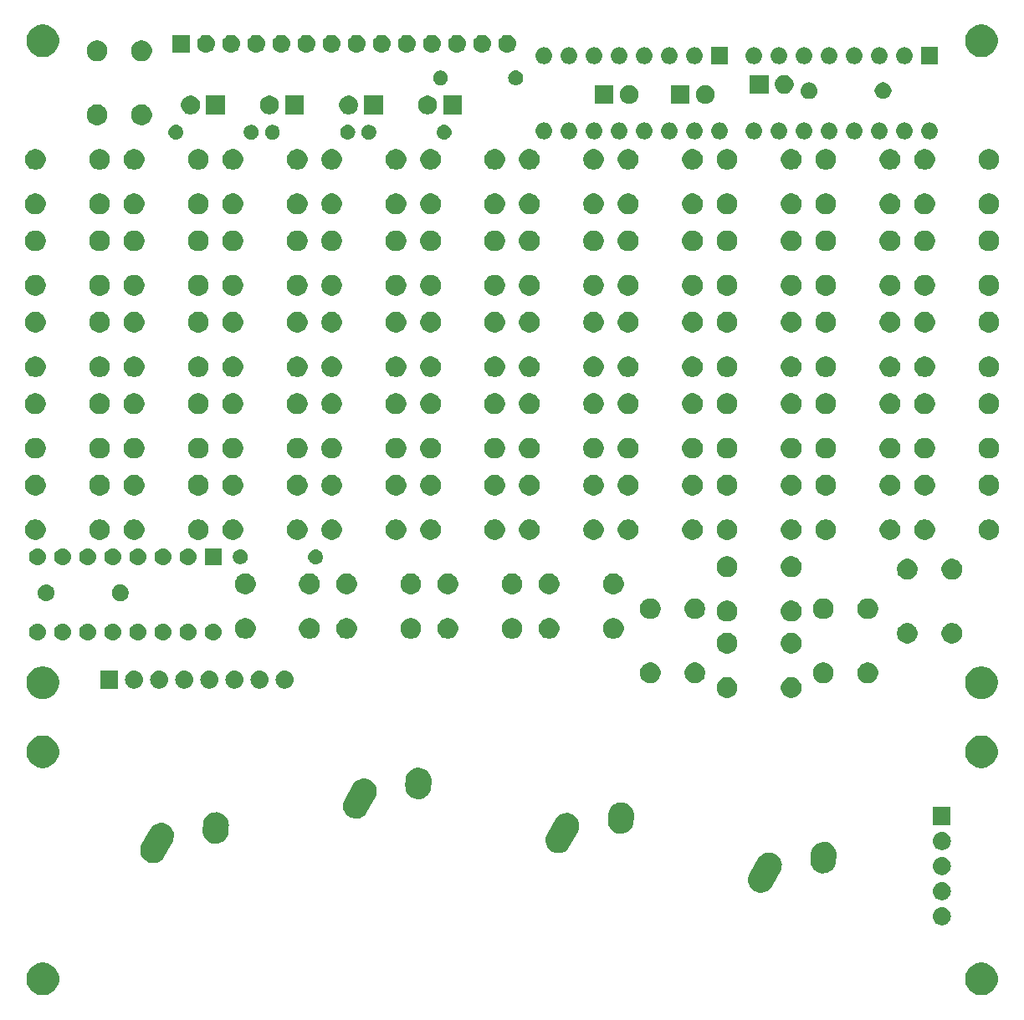
<source format=gts>
G04 #@! TF.GenerationSoftware,KiCad,Pcbnew,(5.1.2)-2*
G04 #@! TF.CreationDate,2019-10-18T14:43:34+10:00*
G04 #@! TF.ProjectId,KBD_59_4d_ortho_pcb,4b42445f-3539-45f3-9464-5f6f7274686f,rev?*
G04 #@! TF.SameCoordinates,Original*
G04 #@! TF.FileFunction,Soldermask,Top*
G04 #@! TF.FilePolarity,Negative*
%FSLAX46Y46*%
G04 Gerber Fmt 4.6, Leading zero omitted, Abs format (unit mm)*
G04 Created by KiCad (PCBNEW (5.1.2)-2) date 2019-10-18 14:43:34*
%MOMM*%
%LPD*%
G04 APERTURE LIST*
%ADD10C,0.100000*%
G04 APERTURE END LIST*
D10*
G36*
X127875256Y-125891298D02*
G01*
X127981579Y-125912447D01*
X128282042Y-126036903D01*
X128552451Y-126217585D01*
X128782415Y-126447549D01*
X128963097Y-126717958D01*
X129087553Y-127018421D01*
X129151000Y-127337391D01*
X129151000Y-127662609D01*
X129087553Y-127981579D01*
X128963097Y-128282042D01*
X128782415Y-128552451D01*
X128552451Y-128782415D01*
X128282042Y-128963097D01*
X127981579Y-129087553D01*
X127875256Y-129108702D01*
X127662611Y-129151000D01*
X127337389Y-129151000D01*
X127124744Y-129108702D01*
X127018421Y-129087553D01*
X126717958Y-128963097D01*
X126447549Y-128782415D01*
X126217585Y-128552451D01*
X126036903Y-128282042D01*
X125912447Y-127981579D01*
X125849000Y-127662609D01*
X125849000Y-127337391D01*
X125912447Y-127018421D01*
X126036903Y-126717958D01*
X126217585Y-126447549D01*
X126447549Y-126217585D01*
X126717958Y-126036903D01*
X127018421Y-125912447D01*
X127124744Y-125891298D01*
X127337389Y-125849000D01*
X127662611Y-125849000D01*
X127875256Y-125891298D01*
X127875256Y-125891298D01*
G37*
G36*
X32875256Y-125891298D02*
G01*
X32981579Y-125912447D01*
X33282042Y-126036903D01*
X33552451Y-126217585D01*
X33782415Y-126447549D01*
X33963097Y-126717958D01*
X34087553Y-127018421D01*
X34151000Y-127337391D01*
X34151000Y-127662609D01*
X34087553Y-127981579D01*
X33963097Y-128282042D01*
X33782415Y-128552451D01*
X33552451Y-128782415D01*
X33282042Y-128963097D01*
X32981579Y-129087553D01*
X32875256Y-129108702D01*
X32662611Y-129151000D01*
X32337389Y-129151000D01*
X32124744Y-129108702D01*
X32018421Y-129087553D01*
X31717958Y-128963097D01*
X31447549Y-128782415D01*
X31217585Y-128552451D01*
X31036903Y-128282042D01*
X30912447Y-127981579D01*
X30849000Y-127662609D01*
X30849000Y-127337391D01*
X30912447Y-127018421D01*
X31036903Y-126717958D01*
X31217585Y-126447549D01*
X31447549Y-126217585D01*
X31717958Y-126036903D01*
X32018421Y-125912447D01*
X32124744Y-125891298D01*
X32337389Y-125849000D01*
X32662611Y-125849000D01*
X32875256Y-125891298D01*
X32875256Y-125891298D01*
G37*
G36*
X123610443Y-120265519D02*
G01*
X123676627Y-120272037D01*
X123846466Y-120323557D01*
X124002991Y-120407222D01*
X124038729Y-120436552D01*
X124140186Y-120519814D01*
X124223448Y-120621271D01*
X124252778Y-120657009D01*
X124336443Y-120813534D01*
X124387963Y-120983373D01*
X124405359Y-121160000D01*
X124387963Y-121336627D01*
X124336443Y-121506466D01*
X124252778Y-121662991D01*
X124223448Y-121698729D01*
X124140186Y-121800186D01*
X124038729Y-121883448D01*
X124002991Y-121912778D01*
X123846466Y-121996443D01*
X123676627Y-122047963D01*
X123610443Y-122054481D01*
X123544260Y-122061000D01*
X123455740Y-122061000D01*
X123389557Y-122054481D01*
X123323373Y-122047963D01*
X123153534Y-121996443D01*
X122997009Y-121912778D01*
X122961271Y-121883448D01*
X122859814Y-121800186D01*
X122776552Y-121698729D01*
X122747222Y-121662991D01*
X122663557Y-121506466D01*
X122612037Y-121336627D01*
X122594641Y-121160000D01*
X122612037Y-120983373D01*
X122663557Y-120813534D01*
X122747222Y-120657009D01*
X122776552Y-120621271D01*
X122859814Y-120519814D01*
X122961271Y-120436552D01*
X122997009Y-120407222D01*
X123153534Y-120323557D01*
X123323373Y-120272037D01*
X123389557Y-120265519D01*
X123455740Y-120259000D01*
X123544260Y-120259000D01*
X123610443Y-120265519D01*
X123610443Y-120265519D01*
G37*
G36*
X123610443Y-117725519D02*
G01*
X123676627Y-117732037D01*
X123846466Y-117783557D01*
X124002991Y-117867222D01*
X124038729Y-117896552D01*
X124140186Y-117979814D01*
X124203954Y-118057517D01*
X124252778Y-118117009D01*
X124336443Y-118273534D01*
X124387963Y-118443373D01*
X124405359Y-118620000D01*
X124387963Y-118796627D01*
X124336443Y-118966466D01*
X124252778Y-119122991D01*
X124223448Y-119158729D01*
X124140186Y-119260186D01*
X124038729Y-119343448D01*
X124002991Y-119372778D01*
X123846466Y-119456443D01*
X123676627Y-119507963D01*
X123610443Y-119514481D01*
X123544260Y-119521000D01*
X123455740Y-119521000D01*
X123389557Y-119514481D01*
X123323373Y-119507963D01*
X123153534Y-119456443D01*
X122997009Y-119372778D01*
X122961271Y-119343448D01*
X122859814Y-119260186D01*
X122776552Y-119158729D01*
X122747222Y-119122991D01*
X122663557Y-118966466D01*
X122612037Y-118796627D01*
X122594641Y-118620000D01*
X122612037Y-118443373D01*
X122663557Y-118273534D01*
X122747222Y-118117009D01*
X122796046Y-118057517D01*
X122859814Y-117979814D01*
X122961271Y-117896552D01*
X122997009Y-117867222D01*
X123153534Y-117783557D01*
X123323373Y-117732037D01*
X123389557Y-117725519D01*
X123455740Y-117719000D01*
X123544260Y-117719000D01*
X123610443Y-117725519D01*
X123610443Y-117725519D01*
G37*
G36*
X106149575Y-114701286D02*
G01*
X106400086Y-114755333D01*
X106533357Y-114813074D01*
X106635239Y-114857215D01*
X106746688Y-114934314D01*
X106845996Y-115003014D01*
X106845998Y-115003016D01*
X107024262Y-115187130D01*
X107163180Y-115402483D01*
X107257419Y-115640804D01*
X107278899Y-115758714D01*
X107303351Y-115892928D01*
X107299213Y-116149169D01*
X107245166Y-116399680D01*
X107168813Y-116575911D01*
X106295846Y-118147549D01*
X106186579Y-118305497D01*
X106186577Y-118305499D01*
X106002463Y-118483763D01*
X105817953Y-118602785D01*
X105787108Y-118622682D01*
X105764546Y-118631603D01*
X105548789Y-118716920D01*
X105369840Y-118749520D01*
X105296665Y-118762852D01*
X105040425Y-118758714D01*
X104789914Y-118704667D01*
X104656643Y-118646926D01*
X104554761Y-118602785D01*
X104443312Y-118525686D01*
X104344004Y-118456986D01*
X104344002Y-118456984D01*
X104165738Y-118272870D01*
X104026820Y-118057517D01*
X103932581Y-117819196D01*
X103899981Y-117640247D01*
X103886649Y-117567072D01*
X103890787Y-117310832D01*
X103944834Y-117060321D01*
X104021187Y-116884090D01*
X104894154Y-115312451D01*
X105003421Y-115154503D01*
X105103592Y-115057515D01*
X105187537Y-114976237D01*
X105402889Y-114837318D01*
X105641210Y-114743080D01*
X105820159Y-114710480D01*
X105893334Y-114697148D01*
X106149575Y-114701286D01*
X106149575Y-114701286D01*
G37*
G36*
X123610442Y-115185518D02*
G01*
X123676627Y-115192037D01*
X123846466Y-115243557D01*
X124002991Y-115327222D01*
X124038729Y-115356552D01*
X124140186Y-115439814D01*
X124223448Y-115541271D01*
X124252778Y-115577009D01*
X124252779Y-115577011D01*
X124327562Y-115716918D01*
X124336443Y-115733534D01*
X124387963Y-115903373D01*
X124405359Y-116080000D01*
X124387963Y-116256627D01*
X124336443Y-116426466D01*
X124252778Y-116582991D01*
X124223448Y-116618729D01*
X124140186Y-116720186D01*
X124047951Y-116795880D01*
X124002991Y-116832778D01*
X123846466Y-116916443D01*
X123676627Y-116967963D01*
X123610443Y-116974481D01*
X123544260Y-116981000D01*
X123455740Y-116981000D01*
X123389557Y-116974481D01*
X123323373Y-116967963D01*
X123153534Y-116916443D01*
X122997009Y-116832778D01*
X122952049Y-116795880D01*
X122859814Y-116720186D01*
X122776552Y-116618729D01*
X122747222Y-116582991D01*
X122663557Y-116426466D01*
X122612037Y-116256627D01*
X122594641Y-116080000D01*
X122612037Y-115903373D01*
X122663557Y-115733534D01*
X122672439Y-115716918D01*
X122747221Y-115577011D01*
X122747222Y-115577009D01*
X122776552Y-115541271D01*
X122859814Y-115439814D01*
X122961271Y-115356552D01*
X122997009Y-115327222D01*
X123153534Y-115243557D01*
X123323373Y-115192037D01*
X123389558Y-115185518D01*
X123455740Y-115179000D01*
X123544260Y-115179000D01*
X123610442Y-115185518D01*
X123610442Y-115185518D01*
G37*
G36*
X111881379Y-113658813D02*
G01*
X112120991Y-113749713D01*
X112232079Y-113819196D01*
X112338265Y-113885613D01*
X112524852Y-114061288D01*
X112609582Y-114180186D01*
X112673580Y-114269990D01*
X112778735Y-114503697D01*
X112778736Y-114503701D01*
X112836276Y-114753428D01*
X112842058Y-114945394D01*
X112834414Y-115057515D01*
X112793916Y-115651571D01*
X112762135Y-115840983D01*
X112671235Y-116080595D01*
X112627817Y-116150010D01*
X112535335Y-116297869D01*
X112359660Y-116484456D01*
X112203398Y-116595813D01*
X112150958Y-116633184D01*
X111917251Y-116738339D01*
X111917247Y-116738340D01*
X111667521Y-116795880D01*
X111411366Y-116803594D01*
X111411362Y-116803594D01*
X111158621Y-116761187D01*
X110919009Y-116670287D01*
X110701735Y-116534387D01*
X110648703Y-116484456D01*
X110515148Y-116358712D01*
X110403791Y-116202450D01*
X110366420Y-116150010D01*
X110261265Y-115916303D01*
X110219153Y-115733534D01*
X110203724Y-115666572D01*
X110197942Y-115474608D01*
X110246084Y-114768428D01*
X110254727Y-114716918D01*
X110277865Y-114579017D01*
X110368765Y-114339405D01*
X110504665Y-114122131D01*
X110561950Y-114061288D01*
X110680340Y-113935544D01*
X110836602Y-113824187D01*
X110889042Y-113786816D01*
X111122749Y-113681661D01*
X111122753Y-113681660D01*
X111372479Y-113624120D01*
X111628634Y-113616406D01*
X111628638Y-113616406D01*
X111881379Y-113658813D01*
X111881379Y-113658813D01*
G37*
G36*
X44649575Y-111701286D02*
G01*
X44900086Y-111755333D01*
X45033357Y-111813074D01*
X45135239Y-111857215D01*
X45198531Y-111901000D01*
X45345996Y-112003014D01*
X45345998Y-112003016D01*
X45524262Y-112187130D01*
X45663180Y-112402483D01*
X45757419Y-112640804D01*
X45790019Y-112819753D01*
X45803351Y-112892928D01*
X45799213Y-113149169D01*
X45745166Y-113399680D01*
X45668813Y-113575911D01*
X44795846Y-115147549D01*
X44686579Y-115305497D01*
X44686577Y-115305499D01*
X44502463Y-115483763D01*
X44357911Y-115577009D01*
X44287108Y-115622682D01*
X44264546Y-115631603D01*
X44048789Y-115716920D01*
X43869840Y-115749520D01*
X43796665Y-115762852D01*
X43540425Y-115758714D01*
X43289914Y-115704667D01*
X43142513Y-115640804D01*
X43054761Y-115602785D01*
X42943312Y-115525686D01*
X42844004Y-115456986D01*
X42791233Y-115402483D01*
X42665738Y-115272870D01*
X42526820Y-115057517D01*
X42432581Y-114819196D01*
X42399981Y-114640247D01*
X42386649Y-114567072D01*
X42390787Y-114310832D01*
X42444834Y-114060321D01*
X42521187Y-113884090D01*
X43394154Y-112312451D01*
X43503421Y-112154503D01*
X43508930Y-112149169D01*
X43687537Y-111976237D01*
X43902889Y-111837318D01*
X44141210Y-111743080D01*
X44320159Y-111710480D01*
X44393334Y-111697148D01*
X44649575Y-111701286D01*
X44649575Y-111701286D01*
G37*
G36*
X85649575Y-110701286D02*
G01*
X85900086Y-110755333D01*
X86015873Y-110805499D01*
X86135239Y-110857215D01*
X86246688Y-110934314D01*
X86345996Y-111003014D01*
X86345998Y-111003016D01*
X86524262Y-111187130D01*
X86663180Y-111402483D01*
X86757419Y-111640804D01*
X86780669Y-111768428D01*
X86803351Y-111892928D01*
X86799213Y-112149169D01*
X86745166Y-112399680D01*
X86668813Y-112575911D01*
X85795846Y-114147549D01*
X85686579Y-114305497D01*
X85686577Y-114305499D01*
X85502463Y-114483763D01*
X85317953Y-114602785D01*
X85287108Y-114622682D01*
X85264546Y-114631603D01*
X85048789Y-114716920D01*
X84869840Y-114749520D01*
X84796665Y-114762852D01*
X84540425Y-114758714D01*
X84289914Y-114704667D01*
X84156643Y-114646926D01*
X84054761Y-114602785D01*
X83943312Y-114525686D01*
X83844004Y-114456986D01*
X83815903Y-114427963D01*
X83665738Y-114272870D01*
X83526820Y-114057517D01*
X83432581Y-113819196D01*
X83398694Y-113633184D01*
X83386649Y-113567072D01*
X83390787Y-113310832D01*
X83444834Y-113060321D01*
X83521187Y-112884090D01*
X84394154Y-111312451D01*
X84503421Y-111154503D01*
X84536287Y-111122681D01*
X84687537Y-110976237D01*
X84902889Y-110837318D01*
X85141210Y-110743080D01*
X85320159Y-110710480D01*
X85393334Y-110697148D01*
X85649575Y-110701286D01*
X85649575Y-110701286D01*
G37*
G36*
X123610442Y-112645518D02*
G01*
X123676627Y-112652037D01*
X123846466Y-112703557D01*
X124002991Y-112787222D01*
X124022940Y-112803594D01*
X124140186Y-112899814D01*
X124223448Y-113001271D01*
X124252778Y-113037009D01*
X124336443Y-113193534D01*
X124387963Y-113363373D01*
X124405359Y-113540000D01*
X124387963Y-113716627D01*
X124336443Y-113886466D01*
X124252778Y-114042991D01*
X124237762Y-114061288D01*
X124140186Y-114180186D01*
X124038729Y-114263448D01*
X124002991Y-114292778D01*
X123846466Y-114376443D01*
X123676627Y-114427963D01*
X123610442Y-114434482D01*
X123544260Y-114441000D01*
X123455740Y-114441000D01*
X123389558Y-114434482D01*
X123323373Y-114427963D01*
X123153534Y-114376443D01*
X122997009Y-114292778D01*
X122961271Y-114263448D01*
X122859814Y-114180186D01*
X122762238Y-114061288D01*
X122747222Y-114042991D01*
X122663557Y-113886466D01*
X122612037Y-113716627D01*
X122594641Y-113540000D01*
X122612037Y-113363373D01*
X122663557Y-113193534D01*
X122747222Y-113037009D01*
X122776552Y-113001271D01*
X122859814Y-112899814D01*
X122977060Y-112803594D01*
X122997009Y-112787222D01*
X123153534Y-112703557D01*
X123323373Y-112652037D01*
X123389558Y-112645518D01*
X123455740Y-112639000D01*
X123544260Y-112639000D01*
X123610442Y-112645518D01*
X123610442Y-112645518D01*
G37*
G36*
X50381379Y-110658813D02*
G01*
X50620991Y-110749713D01*
X50710177Y-110805497D01*
X50838265Y-110885613D01*
X51024852Y-111061288D01*
X51127028Y-111204667D01*
X51173580Y-111269990D01*
X51278735Y-111503697D01*
X51278736Y-111503701D01*
X51336276Y-111753428D01*
X51342058Y-111945394D01*
X51328108Y-112150012D01*
X51293916Y-112651571D01*
X51262135Y-112840983D01*
X51171235Y-113080595D01*
X51127817Y-113150010D01*
X51035335Y-113297869D01*
X50859660Y-113484456D01*
X50703398Y-113595813D01*
X50650958Y-113633184D01*
X50417251Y-113738339D01*
X50417247Y-113738340D01*
X50167521Y-113795880D01*
X49911366Y-113803594D01*
X49911362Y-113803594D01*
X49658621Y-113761187D01*
X49419009Y-113670287D01*
X49201735Y-113534387D01*
X49148703Y-113484456D01*
X49015148Y-113358712D01*
X48897436Y-113193532D01*
X48866420Y-113150010D01*
X48761265Y-112916303D01*
X48743910Y-112840983D01*
X48703724Y-112666572D01*
X48697942Y-112474608D01*
X48746084Y-111768428D01*
X48758044Y-111697148D01*
X48777865Y-111579017D01*
X48868765Y-111339405D01*
X49004665Y-111122131D01*
X49061950Y-111061288D01*
X49180340Y-110935544D01*
X49336602Y-110824187D01*
X49389042Y-110786816D01*
X49622749Y-110681661D01*
X49622753Y-110681660D01*
X49872479Y-110624120D01*
X50128634Y-110616406D01*
X50128638Y-110616406D01*
X50381379Y-110658813D01*
X50381379Y-110658813D01*
G37*
G36*
X91381379Y-109658813D02*
G01*
X91620991Y-109749713D01*
X91838265Y-109885613D01*
X92024852Y-110061288D01*
X92136209Y-110217550D01*
X92173580Y-110269990D01*
X92278735Y-110503697D01*
X92278736Y-110503701D01*
X92336276Y-110753428D01*
X92342058Y-110945394D01*
X92327802Y-111154501D01*
X92293916Y-111651571D01*
X92262135Y-111840983D01*
X92171235Y-112080595D01*
X92127817Y-112150010D01*
X92035335Y-112297869D01*
X91859660Y-112484456D01*
X91703398Y-112595813D01*
X91650958Y-112633184D01*
X91417251Y-112738339D01*
X91417247Y-112738340D01*
X91167521Y-112795880D01*
X90911366Y-112803594D01*
X90911362Y-112803594D01*
X90658621Y-112761187D01*
X90419009Y-112670287D01*
X90201735Y-112534387D01*
X90148703Y-112484456D01*
X90015148Y-112358712D01*
X89869622Y-112154503D01*
X89866420Y-112150010D01*
X89761265Y-111916303D01*
X89721353Y-111743082D01*
X89703724Y-111666572D01*
X89697942Y-111474608D01*
X89746084Y-110768428D01*
X89760643Y-110681660D01*
X89777865Y-110579017D01*
X89868765Y-110339405D01*
X90004665Y-110122131D01*
X90026443Y-110099000D01*
X90180340Y-109935544D01*
X90355342Y-109810832D01*
X90389042Y-109786816D01*
X90622749Y-109681661D01*
X90622753Y-109681660D01*
X90872479Y-109624120D01*
X91128634Y-109616406D01*
X91128638Y-109616406D01*
X91381379Y-109658813D01*
X91381379Y-109658813D01*
G37*
G36*
X124401000Y-111901000D02*
G01*
X122599000Y-111901000D01*
X122599000Y-110099000D01*
X124401000Y-110099000D01*
X124401000Y-111901000D01*
X124401000Y-111901000D01*
G37*
G36*
X65149575Y-107201286D02*
G01*
X65400086Y-107255333D01*
X65533357Y-107313074D01*
X65635239Y-107357215D01*
X65746688Y-107434314D01*
X65845996Y-107503014D01*
X65845998Y-107503016D01*
X66024262Y-107687130D01*
X66163180Y-107902483D01*
X66257419Y-108140804D01*
X66290019Y-108319753D01*
X66303351Y-108392928D01*
X66299213Y-108649169D01*
X66245166Y-108899680D01*
X66168813Y-109075911D01*
X65295846Y-110647549D01*
X65186579Y-110805497D01*
X65186577Y-110805499D01*
X65002463Y-110983763D01*
X64787110Y-111122681D01*
X64787108Y-111122682D01*
X64764546Y-111131603D01*
X64548789Y-111216920D01*
X64369840Y-111249520D01*
X64296665Y-111262852D01*
X64040425Y-111258714D01*
X63789914Y-111204667D01*
X63656643Y-111146926D01*
X63554761Y-111102785D01*
X63410542Y-111003016D01*
X63344004Y-110956986D01*
X63274899Y-110885613D01*
X63165738Y-110772870D01*
X63026820Y-110557517D01*
X62932581Y-110319196D01*
X62892466Y-110099000D01*
X62886649Y-110067072D01*
X62890787Y-109810832D01*
X62944834Y-109560321D01*
X63021187Y-109384090D01*
X63894154Y-107812451D01*
X64003421Y-107654503D01*
X64003423Y-107654501D01*
X64187537Y-107476237D01*
X64402889Y-107337318D01*
X64641210Y-107243080D01*
X64820159Y-107210480D01*
X64893334Y-107197148D01*
X65149575Y-107201286D01*
X65149575Y-107201286D01*
G37*
G36*
X70881379Y-106158813D02*
G01*
X71120991Y-106249713D01*
X71338265Y-106385613D01*
X71524852Y-106561288D01*
X71636209Y-106717550D01*
X71673580Y-106769990D01*
X71778735Y-107003697D01*
X71778736Y-107003701D01*
X71836276Y-107253428D01*
X71842058Y-107445394D01*
X71827802Y-107654501D01*
X71793916Y-108151571D01*
X71762135Y-108340983D01*
X71671235Y-108580595D01*
X71627817Y-108650010D01*
X71535335Y-108797869D01*
X71359660Y-108984456D01*
X71203398Y-109095813D01*
X71150958Y-109133184D01*
X70917251Y-109238339D01*
X70917247Y-109238340D01*
X70667521Y-109295880D01*
X70411366Y-109303594D01*
X70411362Y-109303594D01*
X70158621Y-109261187D01*
X69919009Y-109170287D01*
X69701735Y-109034387D01*
X69648703Y-108984456D01*
X69515148Y-108858712D01*
X69403791Y-108702450D01*
X69366420Y-108650010D01*
X69261265Y-108416303D01*
X69203724Y-108166571D01*
X69202948Y-108140804D01*
X69197942Y-107974608D01*
X69246084Y-107268428D01*
X69258044Y-107197148D01*
X69277865Y-107079017D01*
X69368765Y-106839405D01*
X69504665Y-106622131D01*
X69561950Y-106561288D01*
X69680340Y-106435544D01*
X69836602Y-106324187D01*
X69889042Y-106286816D01*
X70122749Y-106181661D01*
X70122753Y-106181660D01*
X70372479Y-106124120D01*
X70628634Y-106116406D01*
X70628638Y-106116406D01*
X70881379Y-106158813D01*
X70881379Y-106158813D01*
G37*
G36*
X127875256Y-102891298D02*
G01*
X127981579Y-102912447D01*
X128282042Y-103036903D01*
X128552451Y-103217585D01*
X128782415Y-103447549D01*
X128963097Y-103717958D01*
X129087553Y-104018421D01*
X129151000Y-104337391D01*
X129151000Y-104662609D01*
X129087553Y-104981579D01*
X128963097Y-105282042D01*
X128782415Y-105552451D01*
X128552451Y-105782415D01*
X128282042Y-105963097D01*
X127981579Y-106087553D01*
X127875256Y-106108702D01*
X127662611Y-106151000D01*
X127337389Y-106151000D01*
X127124744Y-106108702D01*
X127018421Y-106087553D01*
X126717958Y-105963097D01*
X126447549Y-105782415D01*
X126217585Y-105552451D01*
X126036903Y-105282042D01*
X125912447Y-104981579D01*
X125849000Y-104662609D01*
X125849000Y-104337391D01*
X125912447Y-104018421D01*
X126036903Y-103717958D01*
X126217585Y-103447549D01*
X126447549Y-103217585D01*
X126717958Y-103036903D01*
X127018421Y-102912447D01*
X127124744Y-102891298D01*
X127337389Y-102849000D01*
X127662611Y-102849000D01*
X127875256Y-102891298D01*
X127875256Y-102891298D01*
G37*
G36*
X32875256Y-102891298D02*
G01*
X32981579Y-102912447D01*
X33282042Y-103036903D01*
X33552451Y-103217585D01*
X33782415Y-103447549D01*
X33963097Y-103717958D01*
X34087553Y-104018421D01*
X34151000Y-104337391D01*
X34151000Y-104662609D01*
X34087553Y-104981579D01*
X33963097Y-105282042D01*
X33782415Y-105552451D01*
X33552451Y-105782415D01*
X33282042Y-105963097D01*
X32981579Y-106087553D01*
X32875256Y-106108702D01*
X32662611Y-106151000D01*
X32337389Y-106151000D01*
X32124744Y-106108702D01*
X32018421Y-106087553D01*
X31717958Y-105963097D01*
X31447549Y-105782415D01*
X31217585Y-105552451D01*
X31036903Y-105282042D01*
X30912447Y-104981579D01*
X30849000Y-104662609D01*
X30849000Y-104337391D01*
X30912447Y-104018421D01*
X31036903Y-103717958D01*
X31217585Y-103447549D01*
X31447549Y-103217585D01*
X31717958Y-103036903D01*
X32018421Y-102912447D01*
X32124744Y-102891298D01*
X32337389Y-102849000D01*
X32662611Y-102849000D01*
X32875256Y-102891298D01*
X32875256Y-102891298D01*
G37*
G36*
X32875256Y-95891298D02*
G01*
X32981579Y-95912447D01*
X33282042Y-96036903D01*
X33552451Y-96217585D01*
X33782415Y-96447549D01*
X33963097Y-96717958D01*
X34075528Y-96989389D01*
X34087553Y-97018422D01*
X34151000Y-97337389D01*
X34151000Y-97662611D01*
X34144868Y-97693436D01*
X34087553Y-97981579D01*
X33963097Y-98282042D01*
X33782415Y-98552451D01*
X33552451Y-98782415D01*
X33282042Y-98963097D01*
X32981579Y-99087553D01*
X32875256Y-99108702D01*
X32662611Y-99151000D01*
X32337389Y-99151000D01*
X32124744Y-99108702D01*
X32018421Y-99087553D01*
X31717958Y-98963097D01*
X31447549Y-98782415D01*
X31217585Y-98552451D01*
X31036903Y-98282042D01*
X30912447Y-97981579D01*
X30855132Y-97693436D01*
X30849000Y-97662611D01*
X30849000Y-97337389D01*
X30912447Y-97018422D01*
X30924473Y-96989389D01*
X31036903Y-96717958D01*
X31217585Y-96447549D01*
X31447549Y-96217585D01*
X31717958Y-96036903D01*
X32018421Y-95912447D01*
X32124744Y-95891298D01*
X32337389Y-95849000D01*
X32662611Y-95849000D01*
X32875256Y-95891298D01*
X32875256Y-95891298D01*
G37*
G36*
X127875256Y-95891298D02*
G01*
X127981579Y-95912447D01*
X128282042Y-96036903D01*
X128552451Y-96217585D01*
X128782415Y-96447549D01*
X128963097Y-96717958D01*
X129075528Y-96989389D01*
X129087553Y-97018422D01*
X129151000Y-97337389D01*
X129151000Y-97662611D01*
X129144868Y-97693436D01*
X129087553Y-97981579D01*
X128963097Y-98282042D01*
X128782415Y-98552451D01*
X128552451Y-98782415D01*
X128282042Y-98963097D01*
X127981579Y-99087553D01*
X127875256Y-99108702D01*
X127662611Y-99151000D01*
X127337389Y-99151000D01*
X127124744Y-99108702D01*
X127018421Y-99087553D01*
X126717958Y-98963097D01*
X126447549Y-98782415D01*
X126217585Y-98552451D01*
X126036903Y-98282042D01*
X125912447Y-97981579D01*
X125855132Y-97693436D01*
X125849000Y-97662611D01*
X125849000Y-97337389D01*
X125912447Y-97018422D01*
X125924473Y-96989389D01*
X126036903Y-96717958D01*
X126217585Y-96447549D01*
X126447549Y-96217585D01*
X126717958Y-96036903D01*
X127018421Y-95912447D01*
X127124744Y-95891298D01*
X127337389Y-95849000D01*
X127662611Y-95849000D01*
X127875256Y-95891298D01*
X127875256Y-95891298D01*
G37*
G36*
X108556564Y-96989389D02*
G01*
X108747833Y-97068615D01*
X108747835Y-97068616D01*
X108919973Y-97183635D01*
X109066365Y-97330027D01*
X109134090Y-97431384D01*
X109181385Y-97502167D01*
X109260611Y-97693436D01*
X109301000Y-97896484D01*
X109301000Y-98103516D01*
X109260611Y-98306564D01*
X109181385Y-98497833D01*
X109181384Y-98497835D01*
X109066365Y-98669973D01*
X108919973Y-98816365D01*
X108747835Y-98931384D01*
X108747834Y-98931385D01*
X108747833Y-98931385D01*
X108556564Y-99010611D01*
X108353516Y-99051000D01*
X108146484Y-99051000D01*
X107943436Y-99010611D01*
X107752167Y-98931385D01*
X107752166Y-98931385D01*
X107752165Y-98931384D01*
X107580027Y-98816365D01*
X107433635Y-98669973D01*
X107318616Y-98497835D01*
X107318615Y-98497833D01*
X107239389Y-98306564D01*
X107199000Y-98103516D01*
X107199000Y-97896484D01*
X107239389Y-97693436D01*
X107318615Y-97502167D01*
X107365911Y-97431384D01*
X107433635Y-97330027D01*
X107580027Y-97183635D01*
X107752165Y-97068616D01*
X107752167Y-97068615D01*
X107943436Y-96989389D01*
X108146484Y-96949000D01*
X108353516Y-96949000D01*
X108556564Y-96989389D01*
X108556564Y-96989389D01*
G37*
G36*
X102056564Y-96989389D02*
G01*
X102247833Y-97068615D01*
X102247835Y-97068616D01*
X102419973Y-97183635D01*
X102566365Y-97330027D01*
X102634090Y-97431384D01*
X102681385Y-97502167D01*
X102760611Y-97693436D01*
X102801000Y-97896484D01*
X102801000Y-98103516D01*
X102760611Y-98306564D01*
X102681385Y-98497833D01*
X102681384Y-98497835D01*
X102566365Y-98669973D01*
X102419973Y-98816365D01*
X102247835Y-98931384D01*
X102247834Y-98931385D01*
X102247833Y-98931385D01*
X102056564Y-99010611D01*
X101853516Y-99051000D01*
X101646484Y-99051000D01*
X101443436Y-99010611D01*
X101252167Y-98931385D01*
X101252166Y-98931385D01*
X101252165Y-98931384D01*
X101080027Y-98816365D01*
X100933635Y-98669973D01*
X100818616Y-98497835D01*
X100818615Y-98497833D01*
X100739389Y-98306564D01*
X100699000Y-98103516D01*
X100699000Y-97896484D01*
X100739389Y-97693436D01*
X100818615Y-97502167D01*
X100865911Y-97431384D01*
X100933635Y-97330027D01*
X101080027Y-97183635D01*
X101252165Y-97068616D01*
X101252167Y-97068615D01*
X101443436Y-96989389D01*
X101646484Y-96949000D01*
X101853516Y-96949000D01*
X102056564Y-96989389D01*
X102056564Y-96989389D01*
G37*
G36*
X54550442Y-96305518D02*
G01*
X54616627Y-96312037D01*
X54786466Y-96363557D01*
X54942991Y-96447222D01*
X54978729Y-96476552D01*
X55080186Y-96559814D01*
X55163448Y-96661271D01*
X55192778Y-96697009D01*
X55276443Y-96853534D01*
X55327963Y-97023373D01*
X55345359Y-97200000D01*
X55327963Y-97376627D01*
X55276443Y-97546466D01*
X55192778Y-97702991D01*
X55163448Y-97738729D01*
X55080186Y-97840186D01*
X55011583Y-97896486D01*
X54942991Y-97952778D01*
X54786466Y-98036443D01*
X54616627Y-98087963D01*
X54550442Y-98094482D01*
X54484260Y-98101000D01*
X54395740Y-98101000D01*
X54329558Y-98094482D01*
X54263373Y-98087963D01*
X54093534Y-98036443D01*
X53937009Y-97952778D01*
X53868417Y-97896486D01*
X53799814Y-97840186D01*
X53716552Y-97738729D01*
X53687222Y-97702991D01*
X53603557Y-97546466D01*
X53552037Y-97376627D01*
X53534641Y-97200000D01*
X53552037Y-97023373D01*
X53603557Y-96853534D01*
X53687222Y-96697009D01*
X53716552Y-96661271D01*
X53799814Y-96559814D01*
X53901271Y-96476552D01*
X53937009Y-96447222D01*
X54093534Y-96363557D01*
X54263373Y-96312037D01*
X54329558Y-96305518D01*
X54395740Y-96299000D01*
X54484260Y-96299000D01*
X54550442Y-96305518D01*
X54550442Y-96305518D01*
G37*
G36*
X41850442Y-96305518D02*
G01*
X41916627Y-96312037D01*
X42086466Y-96363557D01*
X42242991Y-96447222D01*
X42278729Y-96476552D01*
X42380186Y-96559814D01*
X42463448Y-96661271D01*
X42492778Y-96697009D01*
X42576443Y-96853534D01*
X42627963Y-97023373D01*
X42645359Y-97200000D01*
X42627963Y-97376627D01*
X42576443Y-97546466D01*
X42492778Y-97702991D01*
X42463448Y-97738729D01*
X42380186Y-97840186D01*
X42311583Y-97896486D01*
X42242991Y-97952778D01*
X42086466Y-98036443D01*
X41916627Y-98087963D01*
X41850442Y-98094482D01*
X41784260Y-98101000D01*
X41695740Y-98101000D01*
X41629558Y-98094482D01*
X41563373Y-98087963D01*
X41393534Y-98036443D01*
X41237009Y-97952778D01*
X41168417Y-97896486D01*
X41099814Y-97840186D01*
X41016552Y-97738729D01*
X40987222Y-97702991D01*
X40903557Y-97546466D01*
X40852037Y-97376627D01*
X40834641Y-97200000D01*
X40852037Y-97023373D01*
X40903557Y-96853534D01*
X40987222Y-96697009D01*
X41016552Y-96661271D01*
X41099814Y-96559814D01*
X41201271Y-96476552D01*
X41237009Y-96447222D01*
X41393534Y-96363557D01*
X41563373Y-96312037D01*
X41629558Y-96305518D01*
X41695740Y-96299000D01*
X41784260Y-96299000D01*
X41850442Y-96305518D01*
X41850442Y-96305518D01*
G37*
G36*
X46930442Y-96305518D02*
G01*
X46996627Y-96312037D01*
X47166466Y-96363557D01*
X47322991Y-96447222D01*
X47358729Y-96476552D01*
X47460186Y-96559814D01*
X47543448Y-96661271D01*
X47572778Y-96697009D01*
X47656443Y-96853534D01*
X47707963Y-97023373D01*
X47725359Y-97200000D01*
X47707963Y-97376627D01*
X47656443Y-97546466D01*
X47572778Y-97702991D01*
X47543448Y-97738729D01*
X47460186Y-97840186D01*
X47391583Y-97896486D01*
X47322991Y-97952778D01*
X47166466Y-98036443D01*
X46996627Y-98087963D01*
X46930442Y-98094482D01*
X46864260Y-98101000D01*
X46775740Y-98101000D01*
X46709558Y-98094482D01*
X46643373Y-98087963D01*
X46473534Y-98036443D01*
X46317009Y-97952778D01*
X46248417Y-97896486D01*
X46179814Y-97840186D01*
X46096552Y-97738729D01*
X46067222Y-97702991D01*
X45983557Y-97546466D01*
X45932037Y-97376627D01*
X45914641Y-97200000D01*
X45932037Y-97023373D01*
X45983557Y-96853534D01*
X46067222Y-96697009D01*
X46096552Y-96661271D01*
X46179814Y-96559814D01*
X46281271Y-96476552D01*
X46317009Y-96447222D01*
X46473534Y-96363557D01*
X46643373Y-96312037D01*
X46709558Y-96305518D01*
X46775740Y-96299000D01*
X46864260Y-96299000D01*
X46930442Y-96305518D01*
X46930442Y-96305518D01*
G37*
G36*
X44390442Y-96305518D02*
G01*
X44456627Y-96312037D01*
X44626466Y-96363557D01*
X44782991Y-96447222D01*
X44818729Y-96476552D01*
X44920186Y-96559814D01*
X45003448Y-96661271D01*
X45032778Y-96697009D01*
X45116443Y-96853534D01*
X45167963Y-97023373D01*
X45185359Y-97200000D01*
X45167963Y-97376627D01*
X45116443Y-97546466D01*
X45032778Y-97702991D01*
X45003448Y-97738729D01*
X44920186Y-97840186D01*
X44851583Y-97896486D01*
X44782991Y-97952778D01*
X44626466Y-98036443D01*
X44456627Y-98087963D01*
X44390442Y-98094482D01*
X44324260Y-98101000D01*
X44235740Y-98101000D01*
X44169558Y-98094482D01*
X44103373Y-98087963D01*
X43933534Y-98036443D01*
X43777009Y-97952778D01*
X43708417Y-97896486D01*
X43639814Y-97840186D01*
X43556552Y-97738729D01*
X43527222Y-97702991D01*
X43443557Y-97546466D01*
X43392037Y-97376627D01*
X43374641Y-97200000D01*
X43392037Y-97023373D01*
X43443557Y-96853534D01*
X43527222Y-96697009D01*
X43556552Y-96661271D01*
X43639814Y-96559814D01*
X43741271Y-96476552D01*
X43777009Y-96447222D01*
X43933534Y-96363557D01*
X44103373Y-96312037D01*
X44169558Y-96305518D01*
X44235740Y-96299000D01*
X44324260Y-96299000D01*
X44390442Y-96305518D01*
X44390442Y-96305518D01*
G37*
G36*
X52010442Y-96305518D02*
G01*
X52076627Y-96312037D01*
X52246466Y-96363557D01*
X52402991Y-96447222D01*
X52438729Y-96476552D01*
X52540186Y-96559814D01*
X52623448Y-96661271D01*
X52652778Y-96697009D01*
X52736443Y-96853534D01*
X52787963Y-97023373D01*
X52805359Y-97200000D01*
X52787963Y-97376627D01*
X52736443Y-97546466D01*
X52652778Y-97702991D01*
X52623448Y-97738729D01*
X52540186Y-97840186D01*
X52471583Y-97896486D01*
X52402991Y-97952778D01*
X52246466Y-98036443D01*
X52076627Y-98087963D01*
X52010442Y-98094482D01*
X51944260Y-98101000D01*
X51855740Y-98101000D01*
X51789558Y-98094482D01*
X51723373Y-98087963D01*
X51553534Y-98036443D01*
X51397009Y-97952778D01*
X51328417Y-97896486D01*
X51259814Y-97840186D01*
X51176552Y-97738729D01*
X51147222Y-97702991D01*
X51063557Y-97546466D01*
X51012037Y-97376627D01*
X50994641Y-97200000D01*
X51012037Y-97023373D01*
X51063557Y-96853534D01*
X51147222Y-96697009D01*
X51176552Y-96661271D01*
X51259814Y-96559814D01*
X51361271Y-96476552D01*
X51397009Y-96447222D01*
X51553534Y-96363557D01*
X51723373Y-96312037D01*
X51789558Y-96305518D01*
X51855740Y-96299000D01*
X51944260Y-96299000D01*
X52010442Y-96305518D01*
X52010442Y-96305518D01*
G37*
G36*
X57090442Y-96305518D02*
G01*
X57156627Y-96312037D01*
X57326466Y-96363557D01*
X57482991Y-96447222D01*
X57518729Y-96476552D01*
X57620186Y-96559814D01*
X57703448Y-96661271D01*
X57732778Y-96697009D01*
X57816443Y-96853534D01*
X57867963Y-97023373D01*
X57885359Y-97200000D01*
X57867963Y-97376627D01*
X57816443Y-97546466D01*
X57732778Y-97702991D01*
X57703448Y-97738729D01*
X57620186Y-97840186D01*
X57551583Y-97896486D01*
X57482991Y-97952778D01*
X57326466Y-98036443D01*
X57156627Y-98087963D01*
X57090442Y-98094482D01*
X57024260Y-98101000D01*
X56935740Y-98101000D01*
X56869558Y-98094482D01*
X56803373Y-98087963D01*
X56633534Y-98036443D01*
X56477009Y-97952778D01*
X56408417Y-97896486D01*
X56339814Y-97840186D01*
X56256552Y-97738729D01*
X56227222Y-97702991D01*
X56143557Y-97546466D01*
X56092037Y-97376627D01*
X56074641Y-97200000D01*
X56092037Y-97023373D01*
X56143557Y-96853534D01*
X56227222Y-96697009D01*
X56256552Y-96661271D01*
X56339814Y-96559814D01*
X56441271Y-96476552D01*
X56477009Y-96447222D01*
X56633534Y-96363557D01*
X56803373Y-96312037D01*
X56869558Y-96305518D01*
X56935740Y-96299000D01*
X57024260Y-96299000D01*
X57090442Y-96305518D01*
X57090442Y-96305518D01*
G37*
G36*
X40101000Y-98101000D02*
G01*
X38299000Y-98101000D01*
X38299000Y-96299000D01*
X40101000Y-96299000D01*
X40101000Y-98101000D01*
X40101000Y-98101000D01*
G37*
G36*
X49470442Y-96305518D02*
G01*
X49536627Y-96312037D01*
X49706466Y-96363557D01*
X49862991Y-96447222D01*
X49898729Y-96476552D01*
X50000186Y-96559814D01*
X50083448Y-96661271D01*
X50112778Y-96697009D01*
X50196443Y-96853534D01*
X50247963Y-97023373D01*
X50265359Y-97200000D01*
X50247963Y-97376627D01*
X50196443Y-97546466D01*
X50112778Y-97702991D01*
X50083448Y-97738729D01*
X50000186Y-97840186D01*
X49931583Y-97896486D01*
X49862991Y-97952778D01*
X49706466Y-98036443D01*
X49536627Y-98087963D01*
X49470442Y-98094482D01*
X49404260Y-98101000D01*
X49315740Y-98101000D01*
X49249558Y-98094482D01*
X49183373Y-98087963D01*
X49013534Y-98036443D01*
X48857009Y-97952778D01*
X48788417Y-97896486D01*
X48719814Y-97840186D01*
X48636552Y-97738729D01*
X48607222Y-97702991D01*
X48523557Y-97546466D01*
X48472037Y-97376627D01*
X48454641Y-97200000D01*
X48472037Y-97023373D01*
X48523557Y-96853534D01*
X48607222Y-96697009D01*
X48636552Y-96661271D01*
X48719814Y-96559814D01*
X48821271Y-96476552D01*
X48857009Y-96447222D01*
X49013534Y-96363557D01*
X49183373Y-96312037D01*
X49249558Y-96305518D01*
X49315740Y-96299000D01*
X49404260Y-96299000D01*
X49470442Y-96305518D01*
X49470442Y-96305518D01*
G37*
G36*
X111806564Y-95489389D02*
G01*
X111997833Y-95568615D01*
X111997835Y-95568616D01*
X112169973Y-95683635D01*
X112316365Y-95830027D01*
X112431385Y-96002167D01*
X112510611Y-96193436D01*
X112551000Y-96396484D01*
X112551000Y-96603516D01*
X112510611Y-96806564D01*
X112434882Y-96989390D01*
X112431384Y-96997835D01*
X112316365Y-97169973D01*
X112169973Y-97316365D01*
X111997835Y-97431384D01*
X111997834Y-97431385D01*
X111997833Y-97431385D01*
X111806564Y-97510611D01*
X111603516Y-97551000D01*
X111396484Y-97551000D01*
X111193436Y-97510611D01*
X111002167Y-97431385D01*
X111002166Y-97431385D01*
X111002165Y-97431384D01*
X110830027Y-97316365D01*
X110683635Y-97169973D01*
X110568616Y-96997835D01*
X110565118Y-96989390D01*
X110489389Y-96806564D01*
X110449000Y-96603516D01*
X110449000Y-96396484D01*
X110489389Y-96193436D01*
X110568615Y-96002167D01*
X110683635Y-95830027D01*
X110830027Y-95683635D01*
X111002165Y-95568616D01*
X111002167Y-95568615D01*
X111193436Y-95489389D01*
X111396484Y-95449000D01*
X111603516Y-95449000D01*
X111806564Y-95489389D01*
X111806564Y-95489389D01*
G37*
G36*
X116306564Y-95489389D02*
G01*
X116497833Y-95568615D01*
X116497835Y-95568616D01*
X116669973Y-95683635D01*
X116816365Y-95830027D01*
X116931385Y-96002167D01*
X117010611Y-96193436D01*
X117051000Y-96396484D01*
X117051000Y-96603516D01*
X117010611Y-96806564D01*
X116934882Y-96989390D01*
X116931384Y-96997835D01*
X116816365Y-97169973D01*
X116669973Y-97316365D01*
X116497835Y-97431384D01*
X116497834Y-97431385D01*
X116497833Y-97431385D01*
X116306564Y-97510611D01*
X116103516Y-97551000D01*
X115896484Y-97551000D01*
X115693436Y-97510611D01*
X115502167Y-97431385D01*
X115502166Y-97431385D01*
X115502165Y-97431384D01*
X115330027Y-97316365D01*
X115183635Y-97169973D01*
X115068616Y-96997835D01*
X115065118Y-96989390D01*
X114989389Y-96806564D01*
X114949000Y-96603516D01*
X114949000Y-96396484D01*
X114989389Y-96193436D01*
X115068615Y-96002167D01*
X115183635Y-95830027D01*
X115330027Y-95683635D01*
X115502165Y-95568616D01*
X115502167Y-95568615D01*
X115693436Y-95489389D01*
X115896484Y-95449000D01*
X116103516Y-95449000D01*
X116306564Y-95489389D01*
X116306564Y-95489389D01*
G37*
G36*
X94306564Y-95489389D02*
G01*
X94497833Y-95568615D01*
X94497835Y-95568616D01*
X94669973Y-95683635D01*
X94816365Y-95830027D01*
X94931385Y-96002167D01*
X95010611Y-96193436D01*
X95051000Y-96396484D01*
X95051000Y-96603516D01*
X95010611Y-96806564D01*
X94934882Y-96989390D01*
X94931384Y-96997835D01*
X94816365Y-97169973D01*
X94669973Y-97316365D01*
X94497835Y-97431384D01*
X94497834Y-97431385D01*
X94497833Y-97431385D01*
X94306564Y-97510611D01*
X94103516Y-97551000D01*
X93896484Y-97551000D01*
X93693436Y-97510611D01*
X93502167Y-97431385D01*
X93502166Y-97431385D01*
X93502165Y-97431384D01*
X93330027Y-97316365D01*
X93183635Y-97169973D01*
X93068616Y-96997835D01*
X93065118Y-96989390D01*
X92989389Y-96806564D01*
X92949000Y-96603516D01*
X92949000Y-96396484D01*
X92989389Y-96193436D01*
X93068615Y-96002167D01*
X93183635Y-95830027D01*
X93330027Y-95683635D01*
X93502165Y-95568616D01*
X93502167Y-95568615D01*
X93693436Y-95489389D01*
X93896484Y-95449000D01*
X94103516Y-95449000D01*
X94306564Y-95489389D01*
X94306564Y-95489389D01*
G37*
G36*
X98806564Y-95489389D02*
G01*
X98997833Y-95568615D01*
X98997835Y-95568616D01*
X99169973Y-95683635D01*
X99316365Y-95830027D01*
X99431385Y-96002167D01*
X99510611Y-96193436D01*
X99551000Y-96396484D01*
X99551000Y-96603516D01*
X99510611Y-96806564D01*
X99434882Y-96989390D01*
X99431384Y-96997835D01*
X99316365Y-97169973D01*
X99169973Y-97316365D01*
X98997835Y-97431384D01*
X98997834Y-97431385D01*
X98997833Y-97431385D01*
X98806564Y-97510611D01*
X98603516Y-97551000D01*
X98396484Y-97551000D01*
X98193436Y-97510611D01*
X98002167Y-97431385D01*
X98002166Y-97431385D01*
X98002165Y-97431384D01*
X97830027Y-97316365D01*
X97683635Y-97169973D01*
X97568616Y-96997835D01*
X97565118Y-96989390D01*
X97489389Y-96806564D01*
X97449000Y-96603516D01*
X97449000Y-96396484D01*
X97489389Y-96193436D01*
X97568615Y-96002167D01*
X97683635Y-95830027D01*
X97830027Y-95683635D01*
X98002165Y-95568616D01*
X98002167Y-95568615D01*
X98193436Y-95489389D01*
X98396484Y-95449000D01*
X98603516Y-95449000D01*
X98806564Y-95489389D01*
X98806564Y-95489389D01*
G37*
G36*
X108556564Y-92489389D02*
G01*
X108747833Y-92568615D01*
X108747835Y-92568616D01*
X108919973Y-92683635D01*
X109066365Y-92830027D01*
X109178491Y-92997835D01*
X109181385Y-93002167D01*
X109260611Y-93193436D01*
X109301000Y-93396484D01*
X109301000Y-93603516D01*
X109260611Y-93806564D01*
X109181385Y-93997833D01*
X109181384Y-93997835D01*
X109066365Y-94169973D01*
X108919973Y-94316365D01*
X108747835Y-94431384D01*
X108747834Y-94431385D01*
X108747833Y-94431385D01*
X108556564Y-94510611D01*
X108353516Y-94551000D01*
X108146484Y-94551000D01*
X107943436Y-94510611D01*
X107752167Y-94431385D01*
X107752166Y-94431385D01*
X107752165Y-94431384D01*
X107580027Y-94316365D01*
X107433635Y-94169973D01*
X107318616Y-93997835D01*
X107318615Y-93997833D01*
X107239389Y-93806564D01*
X107199000Y-93603516D01*
X107199000Y-93396484D01*
X107239389Y-93193436D01*
X107318615Y-93002167D01*
X107321510Y-92997835D01*
X107433635Y-92830027D01*
X107580027Y-92683635D01*
X107752165Y-92568616D01*
X107752167Y-92568615D01*
X107943436Y-92489389D01*
X108146484Y-92449000D01*
X108353516Y-92449000D01*
X108556564Y-92489389D01*
X108556564Y-92489389D01*
G37*
G36*
X102056564Y-92489389D02*
G01*
X102247833Y-92568615D01*
X102247835Y-92568616D01*
X102419973Y-92683635D01*
X102566365Y-92830027D01*
X102678491Y-92997835D01*
X102681385Y-93002167D01*
X102760611Y-93193436D01*
X102801000Y-93396484D01*
X102801000Y-93603516D01*
X102760611Y-93806564D01*
X102681385Y-93997833D01*
X102681384Y-93997835D01*
X102566365Y-94169973D01*
X102419973Y-94316365D01*
X102247835Y-94431384D01*
X102247834Y-94431385D01*
X102247833Y-94431385D01*
X102056564Y-94510611D01*
X101853516Y-94551000D01*
X101646484Y-94551000D01*
X101443436Y-94510611D01*
X101252167Y-94431385D01*
X101252166Y-94431385D01*
X101252165Y-94431384D01*
X101080027Y-94316365D01*
X100933635Y-94169973D01*
X100818616Y-93997835D01*
X100818615Y-93997833D01*
X100739389Y-93806564D01*
X100699000Y-93603516D01*
X100699000Y-93396484D01*
X100739389Y-93193436D01*
X100818615Y-93002167D01*
X100821510Y-92997835D01*
X100933635Y-92830027D01*
X101080027Y-92683635D01*
X101252165Y-92568616D01*
X101252167Y-92568615D01*
X101443436Y-92489389D01*
X101646484Y-92449000D01*
X101853516Y-92449000D01*
X102056564Y-92489389D01*
X102056564Y-92489389D01*
G37*
G36*
X120306564Y-91489389D02*
G01*
X120497833Y-91568615D01*
X120497835Y-91568616D01*
X120669973Y-91683635D01*
X120816365Y-91830027D01*
X120860772Y-91896486D01*
X120931385Y-92002167D01*
X121010611Y-92193436D01*
X121051000Y-92396484D01*
X121051000Y-92603516D01*
X121010611Y-92806564D01*
X120940984Y-92974659D01*
X120931384Y-92997835D01*
X120816365Y-93169973D01*
X120669973Y-93316365D01*
X120497835Y-93431384D01*
X120497834Y-93431385D01*
X120497833Y-93431385D01*
X120306564Y-93510611D01*
X120103516Y-93551000D01*
X119896484Y-93551000D01*
X119693436Y-93510611D01*
X119502167Y-93431385D01*
X119502166Y-93431385D01*
X119502165Y-93431384D01*
X119330027Y-93316365D01*
X119183635Y-93169973D01*
X119068616Y-92997835D01*
X119059016Y-92974659D01*
X118989389Y-92806564D01*
X118949000Y-92603516D01*
X118949000Y-92396484D01*
X118989389Y-92193436D01*
X119068615Y-92002167D01*
X119139229Y-91896486D01*
X119183635Y-91830027D01*
X119330027Y-91683635D01*
X119502165Y-91568616D01*
X119502167Y-91568615D01*
X119693436Y-91489389D01*
X119896484Y-91449000D01*
X120103516Y-91449000D01*
X120306564Y-91489389D01*
X120306564Y-91489389D01*
G37*
G36*
X124806564Y-91489389D02*
G01*
X124997833Y-91568615D01*
X124997835Y-91568616D01*
X125169973Y-91683635D01*
X125316365Y-91830027D01*
X125360772Y-91896486D01*
X125431385Y-92002167D01*
X125510611Y-92193436D01*
X125551000Y-92396484D01*
X125551000Y-92603516D01*
X125510611Y-92806564D01*
X125440984Y-92974659D01*
X125431384Y-92997835D01*
X125316365Y-93169973D01*
X125169973Y-93316365D01*
X124997835Y-93431384D01*
X124997834Y-93431385D01*
X124997833Y-93431385D01*
X124806564Y-93510611D01*
X124603516Y-93551000D01*
X124396484Y-93551000D01*
X124193436Y-93510611D01*
X124002167Y-93431385D01*
X124002166Y-93431385D01*
X124002165Y-93431384D01*
X123830027Y-93316365D01*
X123683635Y-93169973D01*
X123568616Y-92997835D01*
X123559016Y-92974659D01*
X123489389Y-92806564D01*
X123449000Y-92603516D01*
X123449000Y-92396484D01*
X123489389Y-92193436D01*
X123568615Y-92002167D01*
X123639229Y-91896486D01*
X123683635Y-91830027D01*
X123830027Y-91683635D01*
X124002165Y-91568616D01*
X124002167Y-91568615D01*
X124193436Y-91489389D01*
X124396484Y-91449000D01*
X124603516Y-91449000D01*
X124806564Y-91489389D01*
X124806564Y-91489389D01*
G37*
G36*
X34676823Y-91531313D02*
G01*
X34837242Y-91579976D01*
X34969906Y-91650886D01*
X34985078Y-91658996D01*
X35114659Y-91765341D01*
X35221004Y-91894922D01*
X35221005Y-91894924D01*
X35300024Y-92042758D01*
X35348687Y-92203177D01*
X35365117Y-92370000D01*
X35348687Y-92536823D01*
X35300024Y-92697242D01*
X35236351Y-92816365D01*
X35221004Y-92845078D01*
X35114659Y-92974659D01*
X34985078Y-93081004D01*
X34985076Y-93081005D01*
X34837242Y-93160024D01*
X34676823Y-93208687D01*
X34551804Y-93221000D01*
X34468196Y-93221000D01*
X34343177Y-93208687D01*
X34182758Y-93160024D01*
X34034924Y-93081005D01*
X34034922Y-93081004D01*
X33905341Y-92974659D01*
X33798996Y-92845078D01*
X33783649Y-92816365D01*
X33719976Y-92697242D01*
X33671313Y-92536823D01*
X33654883Y-92370000D01*
X33671313Y-92203177D01*
X33719976Y-92042758D01*
X33798995Y-91894924D01*
X33798996Y-91894922D01*
X33905341Y-91765341D01*
X34034922Y-91658996D01*
X34050094Y-91650886D01*
X34182758Y-91579976D01*
X34343177Y-91531313D01*
X34468196Y-91519000D01*
X34551804Y-91519000D01*
X34676823Y-91531313D01*
X34676823Y-91531313D01*
G37*
G36*
X37216823Y-91531313D02*
G01*
X37377242Y-91579976D01*
X37509906Y-91650886D01*
X37525078Y-91658996D01*
X37654659Y-91765341D01*
X37761004Y-91894922D01*
X37761005Y-91894924D01*
X37840024Y-92042758D01*
X37888687Y-92203177D01*
X37905117Y-92370000D01*
X37888687Y-92536823D01*
X37840024Y-92697242D01*
X37776351Y-92816365D01*
X37761004Y-92845078D01*
X37654659Y-92974659D01*
X37525078Y-93081004D01*
X37525076Y-93081005D01*
X37377242Y-93160024D01*
X37216823Y-93208687D01*
X37091804Y-93221000D01*
X37008196Y-93221000D01*
X36883177Y-93208687D01*
X36722758Y-93160024D01*
X36574924Y-93081005D01*
X36574922Y-93081004D01*
X36445341Y-92974659D01*
X36338996Y-92845078D01*
X36323649Y-92816365D01*
X36259976Y-92697242D01*
X36211313Y-92536823D01*
X36194883Y-92370000D01*
X36211313Y-92203177D01*
X36259976Y-92042758D01*
X36338995Y-91894924D01*
X36338996Y-91894922D01*
X36445341Y-91765341D01*
X36574922Y-91658996D01*
X36590094Y-91650886D01*
X36722758Y-91579976D01*
X36883177Y-91531313D01*
X37008196Y-91519000D01*
X37091804Y-91519000D01*
X37216823Y-91531313D01*
X37216823Y-91531313D01*
G37*
G36*
X39756823Y-91531313D02*
G01*
X39917242Y-91579976D01*
X40049906Y-91650886D01*
X40065078Y-91658996D01*
X40194659Y-91765341D01*
X40301004Y-91894922D01*
X40301005Y-91894924D01*
X40380024Y-92042758D01*
X40428687Y-92203177D01*
X40445117Y-92370000D01*
X40428687Y-92536823D01*
X40380024Y-92697242D01*
X40316351Y-92816365D01*
X40301004Y-92845078D01*
X40194659Y-92974659D01*
X40065078Y-93081004D01*
X40065076Y-93081005D01*
X39917242Y-93160024D01*
X39756823Y-93208687D01*
X39631804Y-93221000D01*
X39548196Y-93221000D01*
X39423177Y-93208687D01*
X39262758Y-93160024D01*
X39114924Y-93081005D01*
X39114922Y-93081004D01*
X38985341Y-92974659D01*
X38878996Y-92845078D01*
X38863649Y-92816365D01*
X38799976Y-92697242D01*
X38751313Y-92536823D01*
X38734883Y-92370000D01*
X38751313Y-92203177D01*
X38799976Y-92042758D01*
X38878995Y-91894924D01*
X38878996Y-91894922D01*
X38985341Y-91765341D01*
X39114922Y-91658996D01*
X39130094Y-91650886D01*
X39262758Y-91579976D01*
X39423177Y-91531313D01*
X39548196Y-91519000D01*
X39631804Y-91519000D01*
X39756823Y-91531313D01*
X39756823Y-91531313D01*
G37*
G36*
X42296823Y-91531313D02*
G01*
X42457242Y-91579976D01*
X42589906Y-91650886D01*
X42605078Y-91658996D01*
X42734659Y-91765341D01*
X42841004Y-91894922D01*
X42841005Y-91894924D01*
X42920024Y-92042758D01*
X42968687Y-92203177D01*
X42985117Y-92370000D01*
X42968687Y-92536823D01*
X42920024Y-92697242D01*
X42856351Y-92816365D01*
X42841004Y-92845078D01*
X42734659Y-92974659D01*
X42605078Y-93081004D01*
X42605076Y-93081005D01*
X42457242Y-93160024D01*
X42296823Y-93208687D01*
X42171804Y-93221000D01*
X42088196Y-93221000D01*
X41963177Y-93208687D01*
X41802758Y-93160024D01*
X41654924Y-93081005D01*
X41654922Y-93081004D01*
X41525341Y-92974659D01*
X41418996Y-92845078D01*
X41403649Y-92816365D01*
X41339976Y-92697242D01*
X41291313Y-92536823D01*
X41274883Y-92370000D01*
X41291313Y-92203177D01*
X41339976Y-92042758D01*
X41418995Y-91894924D01*
X41418996Y-91894922D01*
X41525341Y-91765341D01*
X41654922Y-91658996D01*
X41670094Y-91650886D01*
X41802758Y-91579976D01*
X41963177Y-91531313D01*
X42088196Y-91519000D01*
X42171804Y-91519000D01*
X42296823Y-91531313D01*
X42296823Y-91531313D01*
G37*
G36*
X44836823Y-91531313D02*
G01*
X44997242Y-91579976D01*
X45129906Y-91650886D01*
X45145078Y-91658996D01*
X45274659Y-91765341D01*
X45381004Y-91894922D01*
X45381005Y-91894924D01*
X45460024Y-92042758D01*
X45508687Y-92203177D01*
X45525117Y-92370000D01*
X45508687Y-92536823D01*
X45460024Y-92697242D01*
X45396351Y-92816365D01*
X45381004Y-92845078D01*
X45274659Y-92974659D01*
X45145078Y-93081004D01*
X45145076Y-93081005D01*
X44997242Y-93160024D01*
X44836823Y-93208687D01*
X44711804Y-93221000D01*
X44628196Y-93221000D01*
X44503177Y-93208687D01*
X44342758Y-93160024D01*
X44194924Y-93081005D01*
X44194922Y-93081004D01*
X44065341Y-92974659D01*
X43958996Y-92845078D01*
X43943649Y-92816365D01*
X43879976Y-92697242D01*
X43831313Y-92536823D01*
X43814883Y-92370000D01*
X43831313Y-92203177D01*
X43879976Y-92042758D01*
X43958995Y-91894924D01*
X43958996Y-91894922D01*
X44065341Y-91765341D01*
X44194922Y-91658996D01*
X44210094Y-91650886D01*
X44342758Y-91579976D01*
X44503177Y-91531313D01*
X44628196Y-91519000D01*
X44711804Y-91519000D01*
X44836823Y-91531313D01*
X44836823Y-91531313D01*
G37*
G36*
X32136823Y-91531313D02*
G01*
X32297242Y-91579976D01*
X32429906Y-91650886D01*
X32445078Y-91658996D01*
X32574659Y-91765341D01*
X32681004Y-91894922D01*
X32681005Y-91894924D01*
X32760024Y-92042758D01*
X32808687Y-92203177D01*
X32825117Y-92370000D01*
X32808687Y-92536823D01*
X32760024Y-92697242D01*
X32696351Y-92816365D01*
X32681004Y-92845078D01*
X32574659Y-92974659D01*
X32445078Y-93081004D01*
X32445076Y-93081005D01*
X32297242Y-93160024D01*
X32136823Y-93208687D01*
X32011804Y-93221000D01*
X31928196Y-93221000D01*
X31803177Y-93208687D01*
X31642758Y-93160024D01*
X31494924Y-93081005D01*
X31494922Y-93081004D01*
X31365341Y-92974659D01*
X31258996Y-92845078D01*
X31243649Y-92816365D01*
X31179976Y-92697242D01*
X31131313Y-92536823D01*
X31114883Y-92370000D01*
X31131313Y-92203177D01*
X31179976Y-92042758D01*
X31258995Y-91894924D01*
X31258996Y-91894922D01*
X31365341Y-91765341D01*
X31494922Y-91658996D01*
X31510094Y-91650886D01*
X31642758Y-91579976D01*
X31803177Y-91531313D01*
X31928196Y-91519000D01*
X32011804Y-91519000D01*
X32136823Y-91531313D01*
X32136823Y-91531313D01*
G37*
G36*
X49916823Y-91531313D02*
G01*
X50077242Y-91579976D01*
X50209906Y-91650886D01*
X50225078Y-91658996D01*
X50354659Y-91765341D01*
X50461004Y-91894922D01*
X50461005Y-91894924D01*
X50540024Y-92042758D01*
X50588687Y-92203177D01*
X50605117Y-92370000D01*
X50588687Y-92536823D01*
X50540024Y-92697242D01*
X50476351Y-92816365D01*
X50461004Y-92845078D01*
X50354659Y-92974659D01*
X50225078Y-93081004D01*
X50225076Y-93081005D01*
X50077242Y-93160024D01*
X49916823Y-93208687D01*
X49791804Y-93221000D01*
X49708196Y-93221000D01*
X49583177Y-93208687D01*
X49422758Y-93160024D01*
X49274924Y-93081005D01*
X49274922Y-93081004D01*
X49145341Y-92974659D01*
X49038996Y-92845078D01*
X49023649Y-92816365D01*
X48959976Y-92697242D01*
X48911313Y-92536823D01*
X48894883Y-92370000D01*
X48911313Y-92203177D01*
X48959976Y-92042758D01*
X49038995Y-91894924D01*
X49038996Y-91894922D01*
X49145341Y-91765341D01*
X49274922Y-91658996D01*
X49290094Y-91650886D01*
X49422758Y-91579976D01*
X49583177Y-91531313D01*
X49708196Y-91519000D01*
X49791804Y-91519000D01*
X49916823Y-91531313D01*
X49916823Y-91531313D01*
G37*
G36*
X47376823Y-91531313D02*
G01*
X47537242Y-91579976D01*
X47669906Y-91650886D01*
X47685078Y-91658996D01*
X47814659Y-91765341D01*
X47921004Y-91894922D01*
X47921005Y-91894924D01*
X48000024Y-92042758D01*
X48048687Y-92203177D01*
X48065117Y-92370000D01*
X48048687Y-92536823D01*
X48000024Y-92697242D01*
X47936351Y-92816365D01*
X47921004Y-92845078D01*
X47814659Y-92974659D01*
X47685078Y-93081004D01*
X47685076Y-93081005D01*
X47537242Y-93160024D01*
X47376823Y-93208687D01*
X47251804Y-93221000D01*
X47168196Y-93221000D01*
X47043177Y-93208687D01*
X46882758Y-93160024D01*
X46734924Y-93081005D01*
X46734922Y-93081004D01*
X46605341Y-92974659D01*
X46498996Y-92845078D01*
X46483649Y-92816365D01*
X46419976Y-92697242D01*
X46371313Y-92536823D01*
X46354883Y-92370000D01*
X46371313Y-92203177D01*
X46419976Y-92042758D01*
X46498995Y-91894924D01*
X46498996Y-91894922D01*
X46605341Y-91765341D01*
X46734922Y-91658996D01*
X46750094Y-91650886D01*
X46882758Y-91579976D01*
X47043177Y-91531313D01*
X47168196Y-91519000D01*
X47251804Y-91519000D01*
X47376823Y-91531313D01*
X47376823Y-91531313D01*
G37*
G36*
X73806564Y-90989389D02*
G01*
X73992401Y-91066365D01*
X73997835Y-91068616D01*
X74166604Y-91181384D01*
X74169973Y-91183635D01*
X74316365Y-91330027D01*
X74431385Y-91502167D01*
X74510611Y-91693436D01*
X74551000Y-91896484D01*
X74551000Y-92103516D01*
X74510611Y-92306564D01*
X74434882Y-92489390D01*
X74431384Y-92497835D01*
X74316365Y-92669973D01*
X74169973Y-92816365D01*
X73997835Y-92931384D01*
X73997834Y-92931385D01*
X73997833Y-92931385D01*
X73806564Y-93010611D01*
X73603516Y-93051000D01*
X73396484Y-93051000D01*
X73193436Y-93010611D01*
X73002167Y-92931385D01*
X73002166Y-92931385D01*
X73002165Y-92931384D01*
X72830027Y-92816365D01*
X72683635Y-92669973D01*
X72568616Y-92497835D01*
X72565118Y-92489390D01*
X72489389Y-92306564D01*
X72449000Y-92103516D01*
X72449000Y-91896484D01*
X72489389Y-91693436D01*
X72568615Y-91502167D01*
X72683635Y-91330027D01*
X72830027Y-91183635D01*
X72833396Y-91181384D01*
X73002165Y-91068616D01*
X73007599Y-91066365D01*
X73193436Y-90989389D01*
X73396484Y-90949000D01*
X73603516Y-90949000D01*
X73806564Y-90989389D01*
X73806564Y-90989389D01*
G37*
G36*
X84056564Y-90989389D02*
G01*
X84242401Y-91066365D01*
X84247835Y-91068616D01*
X84416604Y-91181384D01*
X84419973Y-91183635D01*
X84566365Y-91330027D01*
X84681385Y-91502167D01*
X84760611Y-91693436D01*
X84801000Y-91896484D01*
X84801000Y-92103516D01*
X84760611Y-92306564D01*
X84684882Y-92489390D01*
X84681384Y-92497835D01*
X84566365Y-92669973D01*
X84419973Y-92816365D01*
X84247835Y-92931384D01*
X84247834Y-92931385D01*
X84247833Y-92931385D01*
X84056564Y-93010611D01*
X83853516Y-93051000D01*
X83646484Y-93051000D01*
X83443436Y-93010611D01*
X83252167Y-92931385D01*
X83252166Y-92931385D01*
X83252165Y-92931384D01*
X83080027Y-92816365D01*
X82933635Y-92669973D01*
X82818616Y-92497835D01*
X82815118Y-92489390D01*
X82739389Y-92306564D01*
X82699000Y-92103516D01*
X82699000Y-91896484D01*
X82739389Y-91693436D01*
X82818615Y-91502167D01*
X82933635Y-91330027D01*
X83080027Y-91183635D01*
X83083396Y-91181384D01*
X83252165Y-91068616D01*
X83257599Y-91066365D01*
X83443436Y-90989389D01*
X83646484Y-90949000D01*
X83853516Y-90949000D01*
X84056564Y-90989389D01*
X84056564Y-90989389D01*
G37*
G36*
X80306564Y-90989389D02*
G01*
X80492401Y-91066365D01*
X80497835Y-91068616D01*
X80666604Y-91181384D01*
X80669973Y-91183635D01*
X80816365Y-91330027D01*
X80931385Y-91502167D01*
X81010611Y-91693436D01*
X81051000Y-91896484D01*
X81051000Y-92103516D01*
X81010611Y-92306564D01*
X80934882Y-92489390D01*
X80931384Y-92497835D01*
X80816365Y-92669973D01*
X80669973Y-92816365D01*
X80497835Y-92931384D01*
X80497834Y-92931385D01*
X80497833Y-92931385D01*
X80306564Y-93010611D01*
X80103516Y-93051000D01*
X79896484Y-93051000D01*
X79693436Y-93010611D01*
X79502167Y-92931385D01*
X79502166Y-92931385D01*
X79502165Y-92931384D01*
X79330027Y-92816365D01*
X79183635Y-92669973D01*
X79068616Y-92497835D01*
X79065118Y-92489390D01*
X78989389Y-92306564D01*
X78949000Y-92103516D01*
X78949000Y-91896484D01*
X78989389Y-91693436D01*
X79068615Y-91502167D01*
X79183635Y-91330027D01*
X79330027Y-91183635D01*
X79333396Y-91181384D01*
X79502165Y-91068616D01*
X79507599Y-91066365D01*
X79693436Y-90989389D01*
X79896484Y-90949000D01*
X80103516Y-90949000D01*
X80306564Y-90989389D01*
X80306564Y-90989389D01*
G37*
G36*
X53306564Y-90989389D02*
G01*
X53492401Y-91066365D01*
X53497835Y-91068616D01*
X53666604Y-91181384D01*
X53669973Y-91183635D01*
X53816365Y-91330027D01*
X53931385Y-91502167D01*
X54010611Y-91693436D01*
X54051000Y-91896484D01*
X54051000Y-92103516D01*
X54010611Y-92306564D01*
X53934882Y-92489390D01*
X53931384Y-92497835D01*
X53816365Y-92669973D01*
X53669973Y-92816365D01*
X53497835Y-92931384D01*
X53497834Y-92931385D01*
X53497833Y-92931385D01*
X53306564Y-93010611D01*
X53103516Y-93051000D01*
X52896484Y-93051000D01*
X52693436Y-93010611D01*
X52502167Y-92931385D01*
X52502166Y-92931385D01*
X52502165Y-92931384D01*
X52330027Y-92816365D01*
X52183635Y-92669973D01*
X52068616Y-92497835D01*
X52065118Y-92489390D01*
X51989389Y-92306564D01*
X51949000Y-92103516D01*
X51949000Y-91896484D01*
X51989389Y-91693436D01*
X52068615Y-91502167D01*
X52183635Y-91330027D01*
X52330027Y-91183635D01*
X52333396Y-91181384D01*
X52502165Y-91068616D01*
X52507599Y-91066365D01*
X52693436Y-90989389D01*
X52896484Y-90949000D01*
X53103516Y-90949000D01*
X53306564Y-90989389D01*
X53306564Y-90989389D01*
G37*
G36*
X70056564Y-90989389D02*
G01*
X70242401Y-91066365D01*
X70247835Y-91068616D01*
X70416604Y-91181384D01*
X70419973Y-91183635D01*
X70566365Y-91330027D01*
X70681385Y-91502167D01*
X70760611Y-91693436D01*
X70801000Y-91896484D01*
X70801000Y-92103516D01*
X70760611Y-92306564D01*
X70684882Y-92489390D01*
X70681384Y-92497835D01*
X70566365Y-92669973D01*
X70419973Y-92816365D01*
X70247835Y-92931384D01*
X70247834Y-92931385D01*
X70247833Y-92931385D01*
X70056564Y-93010611D01*
X69853516Y-93051000D01*
X69646484Y-93051000D01*
X69443436Y-93010611D01*
X69252167Y-92931385D01*
X69252166Y-92931385D01*
X69252165Y-92931384D01*
X69080027Y-92816365D01*
X68933635Y-92669973D01*
X68818616Y-92497835D01*
X68815118Y-92489390D01*
X68739389Y-92306564D01*
X68699000Y-92103516D01*
X68699000Y-91896484D01*
X68739389Y-91693436D01*
X68818615Y-91502167D01*
X68933635Y-91330027D01*
X69080027Y-91183635D01*
X69083396Y-91181384D01*
X69252165Y-91068616D01*
X69257599Y-91066365D01*
X69443436Y-90989389D01*
X69646484Y-90949000D01*
X69853516Y-90949000D01*
X70056564Y-90989389D01*
X70056564Y-90989389D01*
G37*
G36*
X63556564Y-90989389D02*
G01*
X63742401Y-91066365D01*
X63747835Y-91068616D01*
X63916604Y-91181384D01*
X63919973Y-91183635D01*
X64066365Y-91330027D01*
X64181385Y-91502167D01*
X64260611Y-91693436D01*
X64301000Y-91896484D01*
X64301000Y-92103516D01*
X64260611Y-92306564D01*
X64184882Y-92489390D01*
X64181384Y-92497835D01*
X64066365Y-92669973D01*
X63919973Y-92816365D01*
X63747835Y-92931384D01*
X63747834Y-92931385D01*
X63747833Y-92931385D01*
X63556564Y-93010611D01*
X63353516Y-93051000D01*
X63146484Y-93051000D01*
X62943436Y-93010611D01*
X62752167Y-92931385D01*
X62752166Y-92931385D01*
X62752165Y-92931384D01*
X62580027Y-92816365D01*
X62433635Y-92669973D01*
X62318616Y-92497835D01*
X62315118Y-92489390D01*
X62239389Y-92306564D01*
X62199000Y-92103516D01*
X62199000Y-91896484D01*
X62239389Y-91693436D01*
X62318615Y-91502167D01*
X62433635Y-91330027D01*
X62580027Y-91183635D01*
X62583396Y-91181384D01*
X62752165Y-91068616D01*
X62757599Y-91066365D01*
X62943436Y-90989389D01*
X63146484Y-90949000D01*
X63353516Y-90949000D01*
X63556564Y-90989389D01*
X63556564Y-90989389D01*
G37*
G36*
X90556564Y-90989389D02*
G01*
X90742401Y-91066365D01*
X90747835Y-91068616D01*
X90916604Y-91181384D01*
X90919973Y-91183635D01*
X91066365Y-91330027D01*
X91181385Y-91502167D01*
X91260611Y-91693436D01*
X91301000Y-91896484D01*
X91301000Y-92103516D01*
X91260611Y-92306564D01*
X91184882Y-92489390D01*
X91181384Y-92497835D01*
X91066365Y-92669973D01*
X90919973Y-92816365D01*
X90747835Y-92931384D01*
X90747834Y-92931385D01*
X90747833Y-92931385D01*
X90556564Y-93010611D01*
X90353516Y-93051000D01*
X90146484Y-93051000D01*
X89943436Y-93010611D01*
X89752167Y-92931385D01*
X89752166Y-92931385D01*
X89752165Y-92931384D01*
X89580027Y-92816365D01*
X89433635Y-92669973D01*
X89318616Y-92497835D01*
X89315118Y-92489390D01*
X89239389Y-92306564D01*
X89199000Y-92103516D01*
X89199000Y-91896484D01*
X89239389Y-91693436D01*
X89318615Y-91502167D01*
X89433635Y-91330027D01*
X89580027Y-91183635D01*
X89583396Y-91181384D01*
X89752165Y-91068616D01*
X89757599Y-91066365D01*
X89943436Y-90989389D01*
X90146484Y-90949000D01*
X90353516Y-90949000D01*
X90556564Y-90989389D01*
X90556564Y-90989389D01*
G37*
G36*
X59806564Y-90989389D02*
G01*
X59992401Y-91066365D01*
X59997835Y-91068616D01*
X60166604Y-91181384D01*
X60169973Y-91183635D01*
X60316365Y-91330027D01*
X60431385Y-91502167D01*
X60510611Y-91693436D01*
X60551000Y-91896484D01*
X60551000Y-92103516D01*
X60510611Y-92306564D01*
X60434882Y-92489390D01*
X60431384Y-92497835D01*
X60316365Y-92669973D01*
X60169973Y-92816365D01*
X59997835Y-92931384D01*
X59997834Y-92931385D01*
X59997833Y-92931385D01*
X59806564Y-93010611D01*
X59603516Y-93051000D01*
X59396484Y-93051000D01*
X59193436Y-93010611D01*
X59002167Y-92931385D01*
X59002166Y-92931385D01*
X59002165Y-92931384D01*
X58830027Y-92816365D01*
X58683635Y-92669973D01*
X58568616Y-92497835D01*
X58565118Y-92489390D01*
X58489389Y-92306564D01*
X58449000Y-92103516D01*
X58449000Y-91896484D01*
X58489389Y-91693436D01*
X58568615Y-91502167D01*
X58683635Y-91330027D01*
X58830027Y-91183635D01*
X58833396Y-91181384D01*
X59002165Y-91068616D01*
X59007599Y-91066365D01*
X59193436Y-90989389D01*
X59396484Y-90949000D01*
X59603516Y-90949000D01*
X59806564Y-90989389D01*
X59806564Y-90989389D01*
G37*
G36*
X108556564Y-89239389D02*
G01*
X108747833Y-89318615D01*
X108747835Y-89318616D01*
X108919973Y-89433635D01*
X109066365Y-89580027D01*
X109142143Y-89693436D01*
X109181385Y-89752167D01*
X109260611Y-89943436D01*
X109301000Y-90146484D01*
X109301000Y-90353516D01*
X109260611Y-90556564D01*
X109181385Y-90747833D01*
X109181384Y-90747835D01*
X109066365Y-90919973D01*
X108919973Y-91066365D01*
X108747835Y-91181384D01*
X108747834Y-91181385D01*
X108747833Y-91181385D01*
X108556564Y-91260611D01*
X108353516Y-91301000D01*
X108146484Y-91301000D01*
X107943436Y-91260611D01*
X107752167Y-91181385D01*
X107752166Y-91181385D01*
X107752165Y-91181384D01*
X107580027Y-91066365D01*
X107433635Y-90919973D01*
X107318616Y-90747835D01*
X107318615Y-90747833D01*
X107239389Y-90556564D01*
X107199000Y-90353516D01*
X107199000Y-90146484D01*
X107239389Y-89943436D01*
X107318615Y-89752167D01*
X107357858Y-89693436D01*
X107433635Y-89580027D01*
X107580027Y-89433635D01*
X107752165Y-89318616D01*
X107752167Y-89318615D01*
X107943436Y-89239389D01*
X108146484Y-89199000D01*
X108353516Y-89199000D01*
X108556564Y-89239389D01*
X108556564Y-89239389D01*
G37*
G36*
X102056564Y-89239389D02*
G01*
X102247833Y-89318615D01*
X102247835Y-89318616D01*
X102419973Y-89433635D01*
X102566365Y-89580027D01*
X102642143Y-89693436D01*
X102681385Y-89752167D01*
X102760611Y-89943436D01*
X102801000Y-90146484D01*
X102801000Y-90353516D01*
X102760611Y-90556564D01*
X102681385Y-90747833D01*
X102681384Y-90747835D01*
X102566365Y-90919973D01*
X102419973Y-91066365D01*
X102247835Y-91181384D01*
X102247834Y-91181385D01*
X102247833Y-91181385D01*
X102056564Y-91260611D01*
X101853516Y-91301000D01*
X101646484Y-91301000D01*
X101443436Y-91260611D01*
X101252167Y-91181385D01*
X101252166Y-91181385D01*
X101252165Y-91181384D01*
X101080027Y-91066365D01*
X100933635Y-90919973D01*
X100818616Y-90747835D01*
X100818615Y-90747833D01*
X100739389Y-90556564D01*
X100699000Y-90353516D01*
X100699000Y-90146484D01*
X100739389Y-89943436D01*
X100818615Y-89752167D01*
X100857858Y-89693436D01*
X100933635Y-89580027D01*
X101080027Y-89433635D01*
X101252165Y-89318616D01*
X101252167Y-89318615D01*
X101443436Y-89239389D01*
X101646484Y-89199000D01*
X101853516Y-89199000D01*
X102056564Y-89239389D01*
X102056564Y-89239389D01*
G37*
G36*
X111806564Y-88989389D02*
G01*
X111997833Y-89068615D01*
X111997835Y-89068616D01*
X112169973Y-89183635D01*
X112316365Y-89330027D01*
X112385594Y-89433635D01*
X112431385Y-89502167D01*
X112510611Y-89693436D01*
X112551000Y-89896484D01*
X112551000Y-90103516D01*
X112510611Y-90306564D01*
X112431385Y-90497833D01*
X112431384Y-90497835D01*
X112316365Y-90669973D01*
X112169973Y-90816365D01*
X111997835Y-90931384D01*
X111997834Y-90931385D01*
X111997833Y-90931385D01*
X111806564Y-91010611D01*
X111603516Y-91051000D01*
X111396484Y-91051000D01*
X111193436Y-91010611D01*
X111002167Y-90931385D01*
X111002166Y-90931385D01*
X111002165Y-90931384D01*
X110830027Y-90816365D01*
X110683635Y-90669973D01*
X110568616Y-90497835D01*
X110568615Y-90497833D01*
X110489389Y-90306564D01*
X110449000Y-90103516D01*
X110449000Y-89896484D01*
X110489389Y-89693436D01*
X110568615Y-89502167D01*
X110614407Y-89433635D01*
X110683635Y-89330027D01*
X110830027Y-89183635D01*
X111002165Y-89068616D01*
X111002167Y-89068615D01*
X111193436Y-88989389D01*
X111396484Y-88949000D01*
X111603516Y-88949000D01*
X111806564Y-88989389D01*
X111806564Y-88989389D01*
G37*
G36*
X116306564Y-88989389D02*
G01*
X116497833Y-89068615D01*
X116497835Y-89068616D01*
X116669973Y-89183635D01*
X116816365Y-89330027D01*
X116885594Y-89433635D01*
X116931385Y-89502167D01*
X117010611Y-89693436D01*
X117051000Y-89896484D01*
X117051000Y-90103516D01*
X117010611Y-90306564D01*
X116931385Y-90497833D01*
X116931384Y-90497835D01*
X116816365Y-90669973D01*
X116669973Y-90816365D01*
X116497835Y-90931384D01*
X116497834Y-90931385D01*
X116497833Y-90931385D01*
X116306564Y-91010611D01*
X116103516Y-91051000D01*
X115896484Y-91051000D01*
X115693436Y-91010611D01*
X115502167Y-90931385D01*
X115502166Y-90931385D01*
X115502165Y-90931384D01*
X115330027Y-90816365D01*
X115183635Y-90669973D01*
X115068616Y-90497835D01*
X115068615Y-90497833D01*
X114989389Y-90306564D01*
X114949000Y-90103516D01*
X114949000Y-89896484D01*
X114989389Y-89693436D01*
X115068615Y-89502167D01*
X115114407Y-89433635D01*
X115183635Y-89330027D01*
X115330027Y-89183635D01*
X115502165Y-89068616D01*
X115502167Y-89068615D01*
X115693436Y-88989389D01*
X115896484Y-88949000D01*
X116103516Y-88949000D01*
X116306564Y-88989389D01*
X116306564Y-88989389D01*
G37*
G36*
X98806564Y-88989389D02*
G01*
X98997833Y-89068615D01*
X98997835Y-89068616D01*
X99169973Y-89183635D01*
X99316365Y-89330027D01*
X99385594Y-89433635D01*
X99431385Y-89502167D01*
X99510611Y-89693436D01*
X99551000Y-89896484D01*
X99551000Y-90103516D01*
X99510611Y-90306564D01*
X99431385Y-90497833D01*
X99431384Y-90497835D01*
X99316365Y-90669973D01*
X99169973Y-90816365D01*
X98997835Y-90931384D01*
X98997834Y-90931385D01*
X98997833Y-90931385D01*
X98806564Y-91010611D01*
X98603516Y-91051000D01*
X98396484Y-91051000D01*
X98193436Y-91010611D01*
X98002167Y-90931385D01*
X98002166Y-90931385D01*
X98002165Y-90931384D01*
X97830027Y-90816365D01*
X97683635Y-90669973D01*
X97568616Y-90497835D01*
X97568615Y-90497833D01*
X97489389Y-90306564D01*
X97449000Y-90103516D01*
X97449000Y-89896484D01*
X97489389Y-89693436D01*
X97568615Y-89502167D01*
X97614407Y-89433635D01*
X97683635Y-89330027D01*
X97830027Y-89183635D01*
X98002165Y-89068616D01*
X98002167Y-89068615D01*
X98193436Y-88989389D01*
X98396484Y-88949000D01*
X98603516Y-88949000D01*
X98806564Y-88989389D01*
X98806564Y-88989389D01*
G37*
G36*
X94306564Y-88989389D02*
G01*
X94497833Y-89068615D01*
X94497835Y-89068616D01*
X94669973Y-89183635D01*
X94816365Y-89330027D01*
X94885594Y-89433635D01*
X94931385Y-89502167D01*
X95010611Y-89693436D01*
X95051000Y-89896484D01*
X95051000Y-90103516D01*
X95010611Y-90306564D01*
X94931385Y-90497833D01*
X94931384Y-90497835D01*
X94816365Y-90669973D01*
X94669973Y-90816365D01*
X94497835Y-90931384D01*
X94497834Y-90931385D01*
X94497833Y-90931385D01*
X94306564Y-91010611D01*
X94103516Y-91051000D01*
X93896484Y-91051000D01*
X93693436Y-91010611D01*
X93502167Y-90931385D01*
X93502166Y-90931385D01*
X93502165Y-90931384D01*
X93330027Y-90816365D01*
X93183635Y-90669973D01*
X93068616Y-90497835D01*
X93068615Y-90497833D01*
X92989389Y-90306564D01*
X92949000Y-90103516D01*
X92949000Y-89896484D01*
X92989389Y-89693436D01*
X93068615Y-89502167D01*
X93114407Y-89433635D01*
X93183635Y-89330027D01*
X93330027Y-89183635D01*
X93502165Y-89068616D01*
X93502167Y-89068615D01*
X93693436Y-88989389D01*
X93896484Y-88949000D01*
X94103516Y-88949000D01*
X94306564Y-88989389D01*
X94306564Y-88989389D01*
G37*
G36*
X40598228Y-87581703D02*
G01*
X40753100Y-87645853D01*
X40892481Y-87738985D01*
X41011015Y-87857519D01*
X41104147Y-87996900D01*
X41168297Y-88151772D01*
X41201000Y-88316184D01*
X41201000Y-88483816D01*
X41168297Y-88648228D01*
X41104147Y-88803100D01*
X41011015Y-88942481D01*
X40892481Y-89061015D01*
X40753100Y-89154147D01*
X40598228Y-89218297D01*
X40433816Y-89251000D01*
X40266184Y-89251000D01*
X40101772Y-89218297D01*
X39946900Y-89154147D01*
X39807519Y-89061015D01*
X39688985Y-88942481D01*
X39595853Y-88803100D01*
X39531703Y-88648228D01*
X39499000Y-88483816D01*
X39499000Y-88316184D01*
X39531703Y-88151772D01*
X39595853Y-87996900D01*
X39688985Y-87857519D01*
X39807519Y-87738985D01*
X39946900Y-87645853D01*
X40101772Y-87581703D01*
X40266184Y-87549000D01*
X40433816Y-87549000D01*
X40598228Y-87581703D01*
X40598228Y-87581703D01*
G37*
G36*
X33016823Y-87561313D02*
G01*
X33147380Y-87600917D01*
X33155947Y-87603516D01*
X33177242Y-87609976D01*
X33244361Y-87645852D01*
X33325078Y-87688996D01*
X33454659Y-87795341D01*
X33561004Y-87924922D01*
X33561005Y-87924924D01*
X33640024Y-88072758D01*
X33688687Y-88233177D01*
X33705117Y-88400000D01*
X33688687Y-88566823D01*
X33640024Y-88727242D01*
X33599477Y-88803100D01*
X33561004Y-88875078D01*
X33454659Y-89004659D01*
X33325078Y-89111004D01*
X33325076Y-89111005D01*
X33177242Y-89190024D01*
X33016823Y-89238687D01*
X32891804Y-89251000D01*
X32808196Y-89251000D01*
X32683177Y-89238687D01*
X32522758Y-89190024D01*
X32374924Y-89111005D01*
X32374922Y-89111004D01*
X32245341Y-89004659D01*
X32138996Y-88875078D01*
X32100523Y-88803100D01*
X32059976Y-88727242D01*
X32011313Y-88566823D01*
X31994883Y-88400000D01*
X32011313Y-88233177D01*
X32059976Y-88072758D01*
X32138995Y-87924924D01*
X32138996Y-87924922D01*
X32245341Y-87795341D01*
X32374922Y-87688996D01*
X32455639Y-87645852D01*
X32522758Y-87609976D01*
X32544054Y-87603516D01*
X32552620Y-87600917D01*
X32683177Y-87561313D01*
X32808196Y-87549000D01*
X32891804Y-87549000D01*
X33016823Y-87561313D01*
X33016823Y-87561313D01*
G37*
G36*
X90556564Y-86489389D02*
G01*
X90742401Y-86566365D01*
X90747835Y-86568616D01*
X90919973Y-86683635D01*
X91066365Y-86830027D01*
X91134090Y-86931384D01*
X91181385Y-87002167D01*
X91260611Y-87193436D01*
X91301000Y-87396484D01*
X91301000Y-87603516D01*
X91260611Y-87806564D01*
X91181771Y-87996900D01*
X91181384Y-87997835D01*
X91066365Y-88169973D01*
X90919973Y-88316365D01*
X90747835Y-88431384D01*
X90747834Y-88431385D01*
X90747833Y-88431385D01*
X90556564Y-88510611D01*
X90353516Y-88551000D01*
X90146484Y-88551000D01*
X89943436Y-88510611D01*
X89752167Y-88431385D01*
X89752166Y-88431385D01*
X89752165Y-88431384D01*
X89580027Y-88316365D01*
X89433635Y-88169973D01*
X89318616Y-87997835D01*
X89318229Y-87996900D01*
X89239389Y-87806564D01*
X89199000Y-87603516D01*
X89199000Y-87396484D01*
X89239389Y-87193436D01*
X89318615Y-87002167D01*
X89365911Y-86931384D01*
X89433635Y-86830027D01*
X89580027Y-86683635D01*
X89752165Y-86568616D01*
X89757599Y-86566365D01*
X89943436Y-86489389D01*
X90146484Y-86449000D01*
X90353516Y-86449000D01*
X90556564Y-86489389D01*
X90556564Y-86489389D01*
G37*
G36*
X73806564Y-86489389D02*
G01*
X73992401Y-86566365D01*
X73997835Y-86568616D01*
X74169973Y-86683635D01*
X74316365Y-86830027D01*
X74384090Y-86931384D01*
X74431385Y-87002167D01*
X74510611Y-87193436D01*
X74551000Y-87396484D01*
X74551000Y-87603516D01*
X74510611Y-87806564D01*
X74431771Y-87996900D01*
X74431384Y-87997835D01*
X74316365Y-88169973D01*
X74169973Y-88316365D01*
X73997835Y-88431384D01*
X73997834Y-88431385D01*
X73997833Y-88431385D01*
X73806564Y-88510611D01*
X73603516Y-88551000D01*
X73396484Y-88551000D01*
X73193436Y-88510611D01*
X73002167Y-88431385D01*
X73002166Y-88431385D01*
X73002165Y-88431384D01*
X72830027Y-88316365D01*
X72683635Y-88169973D01*
X72568616Y-87997835D01*
X72568229Y-87996900D01*
X72489389Y-87806564D01*
X72449000Y-87603516D01*
X72449000Y-87396484D01*
X72489389Y-87193436D01*
X72568615Y-87002167D01*
X72615911Y-86931384D01*
X72683635Y-86830027D01*
X72830027Y-86683635D01*
X73002165Y-86568616D01*
X73007599Y-86566365D01*
X73193436Y-86489389D01*
X73396484Y-86449000D01*
X73603516Y-86449000D01*
X73806564Y-86489389D01*
X73806564Y-86489389D01*
G37*
G36*
X63556564Y-86489389D02*
G01*
X63742401Y-86566365D01*
X63747835Y-86568616D01*
X63919973Y-86683635D01*
X64066365Y-86830027D01*
X64134090Y-86931384D01*
X64181385Y-87002167D01*
X64260611Y-87193436D01*
X64301000Y-87396484D01*
X64301000Y-87603516D01*
X64260611Y-87806564D01*
X64181771Y-87996900D01*
X64181384Y-87997835D01*
X64066365Y-88169973D01*
X63919973Y-88316365D01*
X63747835Y-88431384D01*
X63747834Y-88431385D01*
X63747833Y-88431385D01*
X63556564Y-88510611D01*
X63353516Y-88551000D01*
X63146484Y-88551000D01*
X62943436Y-88510611D01*
X62752167Y-88431385D01*
X62752166Y-88431385D01*
X62752165Y-88431384D01*
X62580027Y-88316365D01*
X62433635Y-88169973D01*
X62318616Y-87997835D01*
X62318229Y-87996900D01*
X62239389Y-87806564D01*
X62199000Y-87603516D01*
X62199000Y-87396484D01*
X62239389Y-87193436D01*
X62318615Y-87002167D01*
X62365911Y-86931384D01*
X62433635Y-86830027D01*
X62580027Y-86683635D01*
X62752165Y-86568616D01*
X62757599Y-86566365D01*
X62943436Y-86489389D01*
X63146484Y-86449000D01*
X63353516Y-86449000D01*
X63556564Y-86489389D01*
X63556564Y-86489389D01*
G37*
G36*
X59806564Y-86489389D02*
G01*
X59992401Y-86566365D01*
X59997835Y-86568616D01*
X60169973Y-86683635D01*
X60316365Y-86830027D01*
X60384090Y-86931384D01*
X60431385Y-87002167D01*
X60510611Y-87193436D01*
X60551000Y-87396484D01*
X60551000Y-87603516D01*
X60510611Y-87806564D01*
X60431771Y-87996900D01*
X60431384Y-87997835D01*
X60316365Y-88169973D01*
X60169973Y-88316365D01*
X59997835Y-88431384D01*
X59997834Y-88431385D01*
X59997833Y-88431385D01*
X59806564Y-88510611D01*
X59603516Y-88551000D01*
X59396484Y-88551000D01*
X59193436Y-88510611D01*
X59002167Y-88431385D01*
X59002166Y-88431385D01*
X59002165Y-88431384D01*
X58830027Y-88316365D01*
X58683635Y-88169973D01*
X58568616Y-87997835D01*
X58568229Y-87996900D01*
X58489389Y-87806564D01*
X58449000Y-87603516D01*
X58449000Y-87396484D01*
X58489389Y-87193436D01*
X58568615Y-87002167D01*
X58615911Y-86931384D01*
X58683635Y-86830027D01*
X58830027Y-86683635D01*
X59002165Y-86568616D01*
X59007599Y-86566365D01*
X59193436Y-86489389D01*
X59396484Y-86449000D01*
X59603516Y-86449000D01*
X59806564Y-86489389D01*
X59806564Y-86489389D01*
G37*
G36*
X53306564Y-86489389D02*
G01*
X53492401Y-86566365D01*
X53497835Y-86568616D01*
X53669973Y-86683635D01*
X53816365Y-86830027D01*
X53884090Y-86931384D01*
X53931385Y-87002167D01*
X54010611Y-87193436D01*
X54051000Y-87396484D01*
X54051000Y-87603516D01*
X54010611Y-87806564D01*
X53931771Y-87996900D01*
X53931384Y-87997835D01*
X53816365Y-88169973D01*
X53669973Y-88316365D01*
X53497835Y-88431384D01*
X53497834Y-88431385D01*
X53497833Y-88431385D01*
X53306564Y-88510611D01*
X53103516Y-88551000D01*
X52896484Y-88551000D01*
X52693436Y-88510611D01*
X52502167Y-88431385D01*
X52502166Y-88431385D01*
X52502165Y-88431384D01*
X52330027Y-88316365D01*
X52183635Y-88169973D01*
X52068616Y-87997835D01*
X52068229Y-87996900D01*
X51989389Y-87806564D01*
X51949000Y-87603516D01*
X51949000Y-87396484D01*
X51989389Y-87193436D01*
X52068615Y-87002167D01*
X52115911Y-86931384D01*
X52183635Y-86830027D01*
X52330027Y-86683635D01*
X52502165Y-86568616D01*
X52507599Y-86566365D01*
X52693436Y-86489389D01*
X52896484Y-86449000D01*
X53103516Y-86449000D01*
X53306564Y-86489389D01*
X53306564Y-86489389D01*
G37*
G36*
X70056564Y-86489389D02*
G01*
X70242401Y-86566365D01*
X70247835Y-86568616D01*
X70419973Y-86683635D01*
X70566365Y-86830027D01*
X70634090Y-86931384D01*
X70681385Y-87002167D01*
X70760611Y-87193436D01*
X70801000Y-87396484D01*
X70801000Y-87603516D01*
X70760611Y-87806564D01*
X70681771Y-87996900D01*
X70681384Y-87997835D01*
X70566365Y-88169973D01*
X70419973Y-88316365D01*
X70247835Y-88431384D01*
X70247834Y-88431385D01*
X70247833Y-88431385D01*
X70056564Y-88510611D01*
X69853516Y-88551000D01*
X69646484Y-88551000D01*
X69443436Y-88510611D01*
X69252167Y-88431385D01*
X69252166Y-88431385D01*
X69252165Y-88431384D01*
X69080027Y-88316365D01*
X68933635Y-88169973D01*
X68818616Y-87997835D01*
X68818229Y-87996900D01*
X68739389Y-87806564D01*
X68699000Y-87603516D01*
X68699000Y-87396484D01*
X68739389Y-87193436D01*
X68818615Y-87002167D01*
X68865911Y-86931384D01*
X68933635Y-86830027D01*
X69080027Y-86683635D01*
X69252165Y-86568616D01*
X69257599Y-86566365D01*
X69443436Y-86489389D01*
X69646484Y-86449000D01*
X69853516Y-86449000D01*
X70056564Y-86489389D01*
X70056564Y-86489389D01*
G37*
G36*
X84056564Y-86489389D02*
G01*
X84242401Y-86566365D01*
X84247835Y-86568616D01*
X84419973Y-86683635D01*
X84566365Y-86830027D01*
X84634090Y-86931384D01*
X84681385Y-87002167D01*
X84760611Y-87193436D01*
X84801000Y-87396484D01*
X84801000Y-87603516D01*
X84760611Y-87806564D01*
X84681771Y-87996900D01*
X84681384Y-87997835D01*
X84566365Y-88169973D01*
X84419973Y-88316365D01*
X84247835Y-88431384D01*
X84247834Y-88431385D01*
X84247833Y-88431385D01*
X84056564Y-88510611D01*
X83853516Y-88551000D01*
X83646484Y-88551000D01*
X83443436Y-88510611D01*
X83252167Y-88431385D01*
X83252166Y-88431385D01*
X83252165Y-88431384D01*
X83080027Y-88316365D01*
X82933635Y-88169973D01*
X82818616Y-87997835D01*
X82818229Y-87996900D01*
X82739389Y-87806564D01*
X82699000Y-87603516D01*
X82699000Y-87396484D01*
X82739389Y-87193436D01*
X82818615Y-87002167D01*
X82865911Y-86931384D01*
X82933635Y-86830027D01*
X83080027Y-86683635D01*
X83252165Y-86568616D01*
X83257599Y-86566365D01*
X83443436Y-86489389D01*
X83646484Y-86449000D01*
X83853516Y-86449000D01*
X84056564Y-86489389D01*
X84056564Y-86489389D01*
G37*
G36*
X80306564Y-86489389D02*
G01*
X80492401Y-86566365D01*
X80497835Y-86568616D01*
X80669973Y-86683635D01*
X80816365Y-86830027D01*
X80884090Y-86931384D01*
X80931385Y-87002167D01*
X81010611Y-87193436D01*
X81051000Y-87396484D01*
X81051000Y-87603516D01*
X81010611Y-87806564D01*
X80931771Y-87996900D01*
X80931384Y-87997835D01*
X80816365Y-88169973D01*
X80669973Y-88316365D01*
X80497835Y-88431384D01*
X80497834Y-88431385D01*
X80497833Y-88431385D01*
X80306564Y-88510611D01*
X80103516Y-88551000D01*
X79896484Y-88551000D01*
X79693436Y-88510611D01*
X79502167Y-88431385D01*
X79502166Y-88431385D01*
X79502165Y-88431384D01*
X79330027Y-88316365D01*
X79183635Y-88169973D01*
X79068616Y-87997835D01*
X79068229Y-87996900D01*
X78989389Y-87806564D01*
X78949000Y-87603516D01*
X78949000Y-87396484D01*
X78989389Y-87193436D01*
X79068615Y-87002167D01*
X79115911Y-86931384D01*
X79183635Y-86830027D01*
X79330027Y-86683635D01*
X79502165Y-86568616D01*
X79507599Y-86566365D01*
X79693436Y-86489389D01*
X79896484Y-86449000D01*
X80103516Y-86449000D01*
X80306564Y-86489389D01*
X80306564Y-86489389D01*
G37*
G36*
X124806564Y-84989389D02*
G01*
X124997833Y-85068615D01*
X124997835Y-85068616D01*
X125169973Y-85183635D01*
X125316365Y-85330027D01*
X125430606Y-85501000D01*
X125431385Y-85502167D01*
X125510611Y-85693436D01*
X125551000Y-85896484D01*
X125551000Y-86103516D01*
X125510611Y-86306564D01*
X125434882Y-86489390D01*
X125431384Y-86497835D01*
X125316365Y-86669973D01*
X125169973Y-86816365D01*
X124997835Y-86931384D01*
X124997834Y-86931385D01*
X124997833Y-86931385D01*
X124806564Y-87010611D01*
X124603516Y-87051000D01*
X124396484Y-87051000D01*
X124193436Y-87010611D01*
X124002167Y-86931385D01*
X124002166Y-86931385D01*
X124002165Y-86931384D01*
X123830027Y-86816365D01*
X123683635Y-86669973D01*
X123568616Y-86497835D01*
X123565118Y-86489390D01*
X123489389Y-86306564D01*
X123449000Y-86103516D01*
X123449000Y-85896484D01*
X123489389Y-85693436D01*
X123568615Y-85502167D01*
X123569395Y-85501000D01*
X123683635Y-85330027D01*
X123830027Y-85183635D01*
X124002165Y-85068616D01*
X124002167Y-85068615D01*
X124193436Y-84989389D01*
X124396484Y-84949000D01*
X124603516Y-84949000D01*
X124806564Y-84989389D01*
X124806564Y-84989389D01*
G37*
G36*
X120306564Y-84989389D02*
G01*
X120497833Y-85068615D01*
X120497835Y-85068616D01*
X120669973Y-85183635D01*
X120816365Y-85330027D01*
X120930606Y-85501000D01*
X120931385Y-85502167D01*
X121010611Y-85693436D01*
X121051000Y-85896484D01*
X121051000Y-86103516D01*
X121010611Y-86306564D01*
X120934882Y-86489390D01*
X120931384Y-86497835D01*
X120816365Y-86669973D01*
X120669973Y-86816365D01*
X120497835Y-86931384D01*
X120497834Y-86931385D01*
X120497833Y-86931385D01*
X120306564Y-87010611D01*
X120103516Y-87051000D01*
X119896484Y-87051000D01*
X119693436Y-87010611D01*
X119502167Y-86931385D01*
X119502166Y-86931385D01*
X119502165Y-86931384D01*
X119330027Y-86816365D01*
X119183635Y-86669973D01*
X119068616Y-86497835D01*
X119065118Y-86489390D01*
X118989389Y-86306564D01*
X118949000Y-86103516D01*
X118949000Y-85896484D01*
X118989389Y-85693436D01*
X119068615Y-85502167D01*
X119069395Y-85501000D01*
X119183635Y-85330027D01*
X119330027Y-85183635D01*
X119502165Y-85068616D01*
X119502167Y-85068615D01*
X119693436Y-84989389D01*
X119896484Y-84949000D01*
X120103516Y-84949000D01*
X120306564Y-84989389D01*
X120306564Y-84989389D01*
G37*
G36*
X108556564Y-84739389D02*
G01*
X108747833Y-84818615D01*
X108747835Y-84818616D01*
X108919973Y-84933635D01*
X109066365Y-85080027D01*
X109165729Y-85228735D01*
X109181385Y-85252167D01*
X109260611Y-85443436D01*
X109301000Y-85646484D01*
X109301000Y-85853516D01*
X109260611Y-86056564D01*
X109181385Y-86247833D01*
X109181384Y-86247835D01*
X109066365Y-86419973D01*
X108919973Y-86566365D01*
X108747835Y-86681384D01*
X108747834Y-86681385D01*
X108747833Y-86681385D01*
X108556564Y-86760611D01*
X108353516Y-86801000D01*
X108146484Y-86801000D01*
X107943436Y-86760611D01*
X107752167Y-86681385D01*
X107752166Y-86681385D01*
X107752165Y-86681384D01*
X107580027Y-86566365D01*
X107433635Y-86419973D01*
X107318616Y-86247835D01*
X107318615Y-86247833D01*
X107239389Y-86056564D01*
X107199000Y-85853516D01*
X107199000Y-85646484D01*
X107239389Y-85443436D01*
X107318615Y-85252167D01*
X107334272Y-85228735D01*
X107433635Y-85080027D01*
X107580027Y-84933635D01*
X107752165Y-84818616D01*
X107752167Y-84818615D01*
X107943436Y-84739389D01*
X108146484Y-84699000D01*
X108353516Y-84699000D01*
X108556564Y-84739389D01*
X108556564Y-84739389D01*
G37*
G36*
X102056564Y-84739389D02*
G01*
X102247833Y-84818615D01*
X102247835Y-84818616D01*
X102419973Y-84933635D01*
X102566365Y-85080027D01*
X102665729Y-85228735D01*
X102681385Y-85252167D01*
X102760611Y-85443436D01*
X102801000Y-85646484D01*
X102801000Y-85853516D01*
X102760611Y-86056564D01*
X102681385Y-86247833D01*
X102681384Y-86247835D01*
X102566365Y-86419973D01*
X102419973Y-86566365D01*
X102247835Y-86681384D01*
X102247834Y-86681385D01*
X102247833Y-86681385D01*
X102056564Y-86760611D01*
X101853516Y-86801000D01*
X101646484Y-86801000D01*
X101443436Y-86760611D01*
X101252167Y-86681385D01*
X101252166Y-86681385D01*
X101252165Y-86681384D01*
X101080027Y-86566365D01*
X100933635Y-86419973D01*
X100818616Y-86247835D01*
X100818615Y-86247833D01*
X100739389Y-86056564D01*
X100699000Y-85853516D01*
X100699000Y-85646484D01*
X100739389Y-85443436D01*
X100818615Y-85252167D01*
X100834272Y-85228735D01*
X100933635Y-85080027D01*
X101080027Y-84933635D01*
X101252165Y-84818616D01*
X101252167Y-84818615D01*
X101443436Y-84739389D01*
X101646484Y-84699000D01*
X101853516Y-84699000D01*
X102056564Y-84739389D01*
X102056564Y-84739389D01*
G37*
G36*
X50601000Y-85601000D02*
G01*
X48899000Y-85601000D01*
X48899000Y-83899000D01*
X50601000Y-83899000D01*
X50601000Y-85601000D01*
X50601000Y-85601000D01*
G37*
G36*
X47376823Y-83911313D02*
G01*
X47537242Y-83959976D01*
X47630581Y-84009867D01*
X47685078Y-84038996D01*
X47814659Y-84145341D01*
X47921004Y-84274922D01*
X47921005Y-84274924D01*
X48000024Y-84422758D01*
X48048687Y-84583177D01*
X48065117Y-84750000D01*
X48048687Y-84916823D01*
X48000024Y-85077242D01*
X47943156Y-85183635D01*
X47921004Y-85225078D01*
X47814659Y-85354659D01*
X47685078Y-85461004D01*
X47685076Y-85461005D01*
X47537242Y-85540024D01*
X47376823Y-85588687D01*
X47251804Y-85601000D01*
X47168196Y-85601000D01*
X47043177Y-85588687D01*
X46882758Y-85540024D01*
X46734924Y-85461005D01*
X46734922Y-85461004D01*
X46605341Y-85354659D01*
X46498996Y-85225078D01*
X46476844Y-85183635D01*
X46419976Y-85077242D01*
X46371313Y-84916823D01*
X46354883Y-84750000D01*
X46371313Y-84583177D01*
X46419976Y-84422758D01*
X46498995Y-84274924D01*
X46498996Y-84274922D01*
X46605341Y-84145341D01*
X46734922Y-84038996D01*
X46789419Y-84009867D01*
X46882758Y-83959976D01*
X47043177Y-83911313D01*
X47168196Y-83899000D01*
X47251804Y-83899000D01*
X47376823Y-83911313D01*
X47376823Y-83911313D01*
G37*
G36*
X44836823Y-83911313D02*
G01*
X44997242Y-83959976D01*
X45090581Y-84009867D01*
X45145078Y-84038996D01*
X45274659Y-84145341D01*
X45381004Y-84274922D01*
X45381005Y-84274924D01*
X45460024Y-84422758D01*
X45508687Y-84583177D01*
X45525117Y-84750000D01*
X45508687Y-84916823D01*
X45460024Y-85077242D01*
X45403156Y-85183635D01*
X45381004Y-85225078D01*
X45274659Y-85354659D01*
X45145078Y-85461004D01*
X45145076Y-85461005D01*
X44997242Y-85540024D01*
X44836823Y-85588687D01*
X44711804Y-85601000D01*
X44628196Y-85601000D01*
X44503177Y-85588687D01*
X44342758Y-85540024D01*
X44194924Y-85461005D01*
X44194922Y-85461004D01*
X44065341Y-85354659D01*
X43958996Y-85225078D01*
X43936844Y-85183635D01*
X43879976Y-85077242D01*
X43831313Y-84916823D01*
X43814883Y-84750000D01*
X43831313Y-84583177D01*
X43879976Y-84422758D01*
X43958995Y-84274924D01*
X43958996Y-84274922D01*
X44065341Y-84145341D01*
X44194922Y-84038996D01*
X44249419Y-84009867D01*
X44342758Y-83959976D01*
X44503177Y-83911313D01*
X44628196Y-83899000D01*
X44711804Y-83899000D01*
X44836823Y-83911313D01*
X44836823Y-83911313D01*
G37*
G36*
X42296823Y-83911313D02*
G01*
X42457242Y-83959976D01*
X42550581Y-84009867D01*
X42605078Y-84038996D01*
X42734659Y-84145341D01*
X42841004Y-84274922D01*
X42841005Y-84274924D01*
X42920024Y-84422758D01*
X42968687Y-84583177D01*
X42985117Y-84750000D01*
X42968687Y-84916823D01*
X42920024Y-85077242D01*
X42863156Y-85183635D01*
X42841004Y-85225078D01*
X42734659Y-85354659D01*
X42605078Y-85461004D01*
X42605076Y-85461005D01*
X42457242Y-85540024D01*
X42296823Y-85588687D01*
X42171804Y-85601000D01*
X42088196Y-85601000D01*
X41963177Y-85588687D01*
X41802758Y-85540024D01*
X41654924Y-85461005D01*
X41654922Y-85461004D01*
X41525341Y-85354659D01*
X41418996Y-85225078D01*
X41396844Y-85183635D01*
X41339976Y-85077242D01*
X41291313Y-84916823D01*
X41274883Y-84750000D01*
X41291313Y-84583177D01*
X41339976Y-84422758D01*
X41418995Y-84274924D01*
X41418996Y-84274922D01*
X41525341Y-84145341D01*
X41654922Y-84038996D01*
X41709419Y-84009867D01*
X41802758Y-83959976D01*
X41963177Y-83911313D01*
X42088196Y-83899000D01*
X42171804Y-83899000D01*
X42296823Y-83911313D01*
X42296823Y-83911313D01*
G37*
G36*
X39756823Y-83911313D02*
G01*
X39917242Y-83959976D01*
X40010581Y-84009867D01*
X40065078Y-84038996D01*
X40194659Y-84145341D01*
X40301004Y-84274922D01*
X40301005Y-84274924D01*
X40380024Y-84422758D01*
X40428687Y-84583177D01*
X40445117Y-84750000D01*
X40428687Y-84916823D01*
X40380024Y-85077242D01*
X40323156Y-85183635D01*
X40301004Y-85225078D01*
X40194659Y-85354659D01*
X40065078Y-85461004D01*
X40065076Y-85461005D01*
X39917242Y-85540024D01*
X39756823Y-85588687D01*
X39631804Y-85601000D01*
X39548196Y-85601000D01*
X39423177Y-85588687D01*
X39262758Y-85540024D01*
X39114924Y-85461005D01*
X39114922Y-85461004D01*
X38985341Y-85354659D01*
X38878996Y-85225078D01*
X38856844Y-85183635D01*
X38799976Y-85077242D01*
X38751313Y-84916823D01*
X38734883Y-84750000D01*
X38751313Y-84583177D01*
X38799976Y-84422758D01*
X38878995Y-84274924D01*
X38878996Y-84274922D01*
X38985341Y-84145341D01*
X39114922Y-84038996D01*
X39169419Y-84009867D01*
X39262758Y-83959976D01*
X39423177Y-83911313D01*
X39548196Y-83899000D01*
X39631804Y-83899000D01*
X39756823Y-83911313D01*
X39756823Y-83911313D01*
G37*
G36*
X37216823Y-83911313D02*
G01*
X37377242Y-83959976D01*
X37470581Y-84009867D01*
X37525078Y-84038996D01*
X37654659Y-84145341D01*
X37761004Y-84274922D01*
X37761005Y-84274924D01*
X37840024Y-84422758D01*
X37888687Y-84583177D01*
X37905117Y-84750000D01*
X37888687Y-84916823D01*
X37840024Y-85077242D01*
X37783156Y-85183635D01*
X37761004Y-85225078D01*
X37654659Y-85354659D01*
X37525078Y-85461004D01*
X37525076Y-85461005D01*
X37377242Y-85540024D01*
X37216823Y-85588687D01*
X37091804Y-85601000D01*
X37008196Y-85601000D01*
X36883177Y-85588687D01*
X36722758Y-85540024D01*
X36574924Y-85461005D01*
X36574922Y-85461004D01*
X36445341Y-85354659D01*
X36338996Y-85225078D01*
X36316844Y-85183635D01*
X36259976Y-85077242D01*
X36211313Y-84916823D01*
X36194883Y-84750000D01*
X36211313Y-84583177D01*
X36259976Y-84422758D01*
X36338995Y-84274924D01*
X36338996Y-84274922D01*
X36445341Y-84145341D01*
X36574922Y-84038996D01*
X36629419Y-84009867D01*
X36722758Y-83959976D01*
X36883177Y-83911313D01*
X37008196Y-83899000D01*
X37091804Y-83899000D01*
X37216823Y-83911313D01*
X37216823Y-83911313D01*
G37*
G36*
X34676823Y-83911313D02*
G01*
X34837242Y-83959976D01*
X34930581Y-84009867D01*
X34985078Y-84038996D01*
X35114659Y-84145341D01*
X35221004Y-84274922D01*
X35221005Y-84274924D01*
X35300024Y-84422758D01*
X35348687Y-84583177D01*
X35365117Y-84750000D01*
X35348687Y-84916823D01*
X35300024Y-85077242D01*
X35243156Y-85183635D01*
X35221004Y-85225078D01*
X35114659Y-85354659D01*
X34985078Y-85461004D01*
X34985076Y-85461005D01*
X34837242Y-85540024D01*
X34676823Y-85588687D01*
X34551804Y-85601000D01*
X34468196Y-85601000D01*
X34343177Y-85588687D01*
X34182758Y-85540024D01*
X34034924Y-85461005D01*
X34034922Y-85461004D01*
X33905341Y-85354659D01*
X33798996Y-85225078D01*
X33776844Y-85183635D01*
X33719976Y-85077242D01*
X33671313Y-84916823D01*
X33654883Y-84750000D01*
X33671313Y-84583177D01*
X33719976Y-84422758D01*
X33798995Y-84274924D01*
X33798996Y-84274922D01*
X33905341Y-84145341D01*
X34034922Y-84038996D01*
X34089419Y-84009867D01*
X34182758Y-83959976D01*
X34343177Y-83911313D01*
X34468196Y-83899000D01*
X34551804Y-83899000D01*
X34676823Y-83911313D01*
X34676823Y-83911313D01*
G37*
G36*
X32136823Y-83911313D02*
G01*
X32297242Y-83959976D01*
X32390581Y-84009867D01*
X32445078Y-84038996D01*
X32574659Y-84145341D01*
X32681004Y-84274922D01*
X32681005Y-84274924D01*
X32760024Y-84422758D01*
X32808687Y-84583177D01*
X32825117Y-84750000D01*
X32808687Y-84916823D01*
X32760024Y-85077242D01*
X32703156Y-85183635D01*
X32681004Y-85225078D01*
X32574659Y-85354659D01*
X32445078Y-85461004D01*
X32445076Y-85461005D01*
X32297242Y-85540024D01*
X32136823Y-85588687D01*
X32011804Y-85601000D01*
X31928196Y-85601000D01*
X31803177Y-85588687D01*
X31642758Y-85540024D01*
X31494924Y-85461005D01*
X31494922Y-85461004D01*
X31365341Y-85354659D01*
X31258996Y-85225078D01*
X31236844Y-85183635D01*
X31179976Y-85077242D01*
X31131313Y-84916823D01*
X31114883Y-84750000D01*
X31131313Y-84583177D01*
X31179976Y-84422758D01*
X31258995Y-84274924D01*
X31258996Y-84274922D01*
X31365341Y-84145341D01*
X31494922Y-84038996D01*
X31549419Y-84009867D01*
X31642758Y-83959976D01*
X31803177Y-83911313D01*
X31928196Y-83899000D01*
X32011804Y-83899000D01*
X32136823Y-83911313D01*
X32136823Y-83911313D01*
G37*
G36*
X52719059Y-84027860D02*
G01*
X52779294Y-84052810D01*
X52855732Y-84084472D01*
X52978735Y-84166660D01*
X53083340Y-84271265D01*
X53165528Y-84394268D01*
X53165529Y-84394270D01*
X53222140Y-84530941D01*
X53251000Y-84676032D01*
X53251000Y-84823968D01*
X53222140Y-84969059D01*
X53176176Y-85080027D01*
X53165528Y-85105732D01*
X53083340Y-85228735D01*
X52978735Y-85333340D01*
X52855732Y-85415528D01*
X52855731Y-85415529D01*
X52855730Y-85415529D01*
X52719059Y-85472140D01*
X52573968Y-85501000D01*
X52426032Y-85501000D01*
X52280941Y-85472140D01*
X52144270Y-85415529D01*
X52144269Y-85415529D01*
X52144268Y-85415528D01*
X52021265Y-85333340D01*
X51916660Y-85228735D01*
X51834472Y-85105732D01*
X51823825Y-85080027D01*
X51777860Y-84969059D01*
X51749000Y-84823968D01*
X51749000Y-84676032D01*
X51777860Y-84530941D01*
X51834471Y-84394270D01*
X51834472Y-84394268D01*
X51916660Y-84271265D01*
X52021265Y-84166660D01*
X52144268Y-84084472D01*
X52220707Y-84052810D01*
X52280941Y-84027860D01*
X52426032Y-83999000D01*
X52573968Y-83999000D01*
X52719059Y-84027860D01*
X52719059Y-84027860D01*
G37*
G36*
X60193665Y-84002622D02*
G01*
X60267222Y-84009867D01*
X60408786Y-84052810D01*
X60539252Y-84122546D01*
X60567028Y-84145341D01*
X60653607Y-84216393D01*
X60723008Y-84300960D01*
X60747454Y-84330748D01*
X60817190Y-84461214D01*
X60860133Y-84602778D01*
X60874633Y-84750000D01*
X60860133Y-84897222D01*
X60817190Y-85038786D01*
X60747454Y-85169252D01*
X60735650Y-85183635D01*
X60653607Y-85283607D01*
X60593004Y-85333341D01*
X60539252Y-85377454D01*
X60408786Y-85447190D01*
X60267222Y-85490133D01*
X60193665Y-85497378D01*
X60156888Y-85501000D01*
X60083112Y-85501000D01*
X60046335Y-85497378D01*
X59972778Y-85490133D01*
X59831214Y-85447190D01*
X59700748Y-85377454D01*
X59646996Y-85333341D01*
X59586393Y-85283607D01*
X59504350Y-85183635D01*
X59492546Y-85169252D01*
X59422810Y-85038786D01*
X59379867Y-84897222D01*
X59365367Y-84750000D01*
X59379867Y-84602778D01*
X59422810Y-84461214D01*
X59492546Y-84330748D01*
X59516992Y-84300960D01*
X59586393Y-84216393D01*
X59672972Y-84145341D01*
X59700748Y-84122546D01*
X59831214Y-84052810D01*
X59972778Y-84009867D01*
X60046335Y-84002622D01*
X60083112Y-83999000D01*
X60156888Y-83999000D01*
X60193665Y-84002622D01*
X60193665Y-84002622D01*
G37*
G36*
X128556564Y-80989389D02*
G01*
X128747833Y-81068615D01*
X128747835Y-81068616D01*
X128919973Y-81183635D01*
X129066365Y-81330027D01*
X129181385Y-81502167D01*
X129260611Y-81693436D01*
X129301000Y-81896484D01*
X129301000Y-82103516D01*
X129260611Y-82306564D01*
X129181385Y-82497833D01*
X129181384Y-82497835D01*
X129066365Y-82669973D01*
X128919973Y-82816365D01*
X128747835Y-82931384D01*
X128747834Y-82931385D01*
X128747833Y-82931385D01*
X128556564Y-83010611D01*
X128353516Y-83051000D01*
X128146484Y-83051000D01*
X127943436Y-83010611D01*
X127752167Y-82931385D01*
X127752166Y-82931385D01*
X127752165Y-82931384D01*
X127580027Y-82816365D01*
X127433635Y-82669973D01*
X127318616Y-82497835D01*
X127318615Y-82497833D01*
X127239389Y-82306564D01*
X127199000Y-82103516D01*
X127199000Y-81896484D01*
X127239389Y-81693436D01*
X127318615Y-81502167D01*
X127433635Y-81330027D01*
X127580027Y-81183635D01*
X127752165Y-81068616D01*
X127752167Y-81068615D01*
X127943436Y-80989389D01*
X128146484Y-80949000D01*
X128353516Y-80949000D01*
X128556564Y-80989389D01*
X128556564Y-80989389D01*
G37*
G36*
X68556564Y-80989389D02*
G01*
X68747833Y-81068615D01*
X68747835Y-81068616D01*
X68919973Y-81183635D01*
X69066365Y-81330027D01*
X69181385Y-81502167D01*
X69260611Y-81693436D01*
X69301000Y-81896484D01*
X69301000Y-82103516D01*
X69260611Y-82306564D01*
X69181385Y-82497833D01*
X69181384Y-82497835D01*
X69066365Y-82669973D01*
X68919973Y-82816365D01*
X68747835Y-82931384D01*
X68747834Y-82931385D01*
X68747833Y-82931385D01*
X68556564Y-83010611D01*
X68353516Y-83051000D01*
X68146484Y-83051000D01*
X67943436Y-83010611D01*
X67752167Y-82931385D01*
X67752166Y-82931385D01*
X67752165Y-82931384D01*
X67580027Y-82816365D01*
X67433635Y-82669973D01*
X67318616Y-82497835D01*
X67318615Y-82497833D01*
X67239389Y-82306564D01*
X67199000Y-82103516D01*
X67199000Y-81896484D01*
X67239389Y-81693436D01*
X67318615Y-81502167D01*
X67433635Y-81330027D01*
X67580027Y-81183635D01*
X67752165Y-81068616D01*
X67752167Y-81068615D01*
X67943436Y-80989389D01*
X68146484Y-80949000D01*
X68353516Y-80949000D01*
X68556564Y-80989389D01*
X68556564Y-80989389D01*
G37*
G36*
X88556564Y-80989389D02*
G01*
X88747833Y-81068615D01*
X88747835Y-81068616D01*
X88919973Y-81183635D01*
X89066365Y-81330027D01*
X89181385Y-81502167D01*
X89260611Y-81693436D01*
X89301000Y-81896484D01*
X89301000Y-82103516D01*
X89260611Y-82306564D01*
X89181385Y-82497833D01*
X89181384Y-82497835D01*
X89066365Y-82669973D01*
X88919973Y-82816365D01*
X88747835Y-82931384D01*
X88747834Y-82931385D01*
X88747833Y-82931385D01*
X88556564Y-83010611D01*
X88353516Y-83051000D01*
X88146484Y-83051000D01*
X87943436Y-83010611D01*
X87752167Y-82931385D01*
X87752166Y-82931385D01*
X87752165Y-82931384D01*
X87580027Y-82816365D01*
X87433635Y-82669973D01*
X87318616Y-82497835D01*
X87318615Y-82497833D01*
X87239389Y-82306564D01*
X87199000Y-82103516D01*
X87199000Y-81896484D01*
X87239389Y-81693436D01*
X87318615Y-81502167D01*
X87433635Y-81330027D01*
X87580027Y-81183635D01*
X87752165Y-81068616D01*
X87752167Y-81068615D01*
X87943436Y-80989389D01*
X88146484Y-80949000D01*
X88353516Y-80949000D01*
X88556564Y-80989389D01*
X88556564Y-80989389D01*
G37*
G36*
X82056564Y-80989389D02*
G01*
X82247833Y-81068615D01*
X82247835Y-81068616D01*
X82419973Y-81183635D01*
X82566365Y-81330027D01*
X82681385Y-81502167D01*
X82760611Y-81693436D01*
X82801000Y-81896484D01*
X82801000Y-82103516D01*
X82760611Y-82306564D01*
X82681385Y-82497833D01*
X82681384Y-82497835D01*
X82566365Y-82669973D01*
X82419973Y-82816365D01*
X82247835Y-82931384D01*
X82247834Y-82931385D01*
X82247833Y-82931385D01*
X82056564Y-83010611D01*
X81853516Y-83051000D01*
X81646484Y-83051000D01*
X81443436Y-83010611D01*
X81252167Y-82931385D01*
X81252166Y-82931385D01*
X81252165Y-82931384D01*
X81080027Y-82816365D01*
X80933635Y-82669973D01*
X80818616Y-82497835D01*
X80818615Y-82497833D01*
X80739389Y-82306564D01*
X80699000Y-82103516D01*
X80699000Y-81896484D01*
X80739389Y-81693436D01*
X80818615Y-81502167D01*
X80933635Y-81330027D01*
X81080027Y-81183635D01*
X81252165Y-81068616D01*
X81252167Y-81068615D01*
X81443436Y-80989389D01*
X81646484Y-80949000D01*
X81853516Y-80949000D01*
X82056564Y-80989389D01*
X82056564Y-80989389D01*
G37*
G36*
X92056564Y-80989389D02*
G01*
X92247833Y-81068615D01*
X92247835Y-81068616D01*
X92419973Y-81183635D01*
X92566365Y-81330027D01*
X92681385Y-81502167D01*
X92760611Y-81693436D01*
X92801000Y-81896484D01*
X92801000Y-82103516D01*
X92760611Y-82306564D01*
X92681385Y-82497833D01*
X92681384Y-82497835D01*
X92566365Y-82669973D01*
X92419973Y-82816365D01*
X92247835Y-82931384D01*
X92247834Y-82931385D01*
X92247833Y-82931385D01*
X92056564Y-83010611D01*
X91853516Y-83051000D01*
X91646484Y-83051000D01*
X91443436Y-83010611D01*
X91252167Y-82931385D01*
X91252166Y-82931385D01*
X91252165Y-82931384D01*
X91080027Y-82816365D01*
X90933635Y-82669973D01*
X90818616Y-82497835D01*
X90818615Y-82497833D01*
X90739389Y-82306564D01*
X90699000Y-82103516D01*
X90699000Y-81896484D01*
X90739389Y-81693436D01*
X90818615Y-81502167D01*
X90933635Y-81330027D01*
X91080027Y-81183635D01*
X91252165Y-81068616D01*
X91252167Y-81068615D01*
X91443436Y-80989389D01*
X91646484Y-80949000D01*
X91853516Y-80949000D01*
X92056564Y-80989389D01*
X92056564Y-80989389D01*
G37*
G36*
X98556564Y-80989389D02*
G01*
X98747833Y-81068615D01*
X98747835Y-81068616D01*
X98919973Y-81183635D01*
X99066365Y-81330027D01*
X99181385Y-81502167D01*
X99260611Y-81693436D01*
X99301000Y-81896484D01*
X99301000Y-82103516D01*
X99260611Y-82306564D01*
X99181385Y-82497833D01*
X99181384Y-82497835D01*
X99066365Y-82669973D01*
X98919973Y-82816365D01*
X98747835Y-82931384D01*
X98747834Y-82931385D01*
X98747833Y-82931385D01*
X98556564Y-83010611D01*
X98353516Y-83051000D01*
X98146484Y-83051000D01*
X97943436Y-83010611D01*
X97752167Y-82931385D01*
X97752166Y-82931385D01*
X97752165Y-82931384D01*
X97580027Y-82816365D01*
X97433635Y-82669973D01*
X97318616Y-82497835D01*
X97318615Y-82497833D01*
X97239389Y-82306564D01*
X97199000Y-82103516D01*
X97199000Y-81896484D01*
X97239389Y-81693436D01*
X97318615Y-81502167D01*
X97433635Y-81330027D01*
X97580027Y-81183635D01*
X97752165Y-81068616D01*
X97752167Y-81068615D01*
X97943436Y-80989389D01*
X98146484Y-80949000D01*
X98353516Y-80949000D01*
X98556564Y-80989389D01*
X98556564Y-80989389D01*
G37*
G36*
X72056564Y-80989389D02*
G01*
X72247833Y-81068615D01*
X72247835Y-81068616D01*
X72419973Y-81183635D01*
X72566365Y-81330027D01*
X72681385Y-81502167D01*
X72760611Y-81693436D01*
X72801000Y-81896484D01*
X72801000Y-82103516D01*
X72760611Y-82306564D01*
X72681385Y-82497833D01*
X72681384Y-82497835D01*
X72566365Y-82669973D01*
X72419973Y-82816365D01*
X72247835Y-82931384D01*
X72247834Y-82931385D01*
X72247833Y-82931385D01*
X72056564Y-83010611D01*
X71853516Y-83051000D01*
X71646484Y-83051000D01*
X71443436Y-83010611D01*
X71252167Y-82931385D01*
X71252166Y-82931385D01*
X71252165Y-82931384D01*
X71080027Y-82816365D01*
X70933635Y-82669973D01*
X70818616Y-82497835D01*
X70818615Y-82497833D01*
X70739389Y-82306564D01*
X70699000Y-82103516D01*
X70699000Y-81896484D01*
X70739389Y-81693436D01*
X70818615Y-81502167D01*
X70933635Y-81330027D01*
X71080027Y-81183635D01*
X71252165Y-81068616D01*
X71252167Y-81068615D01*
X71443436Y-80989389D01*
X71646484Y-80949000D01*
X71853516Y-80949000D01*
X72056564Y-80989389D01*
X72056564Y-80989389D01*
G37*
G36*
X62056564Y-80989389D02*
G01*
X62247833Y-81068615D01*
X62247835Y-81068616D01*
X62419973Y-81183635D01*
X62566365Y-81330027D01*
X62681385Y-81502167D01*
X62760611Y-81693436D01*
X62801000Y-81896484D01*
X62801000Y-82103516D01*
X62760611Y-82306564D01*
X62681385Y-82497833D01*
X62681384Y-82497835D01*
X62566365Y-82669973D01*
X62419973Y-82816365D01*
X62247835Y-82931384D01*
X62247834Y-82931385D01*
X62247833Y-82931385D01*
X62056564Y-83010611D01*
X61853516Y-83051000D01*
X61646484Y-83051000D01*
X61443436Y-83010611D01*
X61252167Y-82931385D01*
X61252166Y-82931385D01*
X61252165Y-82931384D01*
X61080027Y-82816365D01*
X60933635Y-82669973D01*
X60818616Y-82497835D01*
X60818615Y-82497833D01*
X60739389Y-82306564D01*
X60699000Y-82103516D01*
X60699000Y-81896484D01*
X60739389Y-81693436D01*
X60818615Y-81502167D01*
X60933635Y-81330027D01*
X61080027Y-81183635D01*
X61252165Y-81068616D01*
X61252167Y-81068615D01*
X61443436Y-80989389D01*
X61646484Y-80949000D01*
X61853516Y-80949000D01*
X62056564Y-80989389D01*
X62056564Y-80989389D01*
G37*
G36*
X58556564Y-80989389D02*
G01*
X58747833Y-81068615D01*
X58747835Y-81068616D01*
X58919973Y-81183635D01*
X59066365Y-81330027D01*
X59181385Y-81502167D01*
X59260611Y-81693436D01*
X59301000Y-81896484D01*
X59301000Y-82103516D01*
X59260611Y-82306564D01*
X59181385Y-82497833D01*
X59181384Y-82497835D01*
X59066365Y-82669973D01*
X58919973Y-82816365D01*
X58747835Y-82931384D01*
X58747834Y-82931385D01*
X58747833Y-82931385D01*
X58556564Y-83010611D01*
X58353516Y-83051000D01*
X58146484Y-83051000D01*
X57943436Y-83010611D01*
X57752167Y-82931385D01*
X57752166Y-82931385D01*
X57752165Y-82931384D01*
X57580027Y-82816365D01*
X57433635Y-82669973D01*
X57318616Y-82497835D01*
X57318615Y-82497833D01*
X57239389Y-82306564D01*
X57199000Y-82103516D01*
X57199000Y-81896484D01*
X57239389Y-81693436D01*
X57318615Y-81502167D01*
X57433635Y-81330027D01*
X57580027Y-81183635D01*
X57752165Y-81068616D01*
X57752167Y-81068615D01*
X57943436Y-80989389D01*
X58146484Y-80949000D01*
X58353516Y-80949000D01*
X58556564Y-80989389D01*
X58556564Y-80989389D01*
G37*
G36*
X108556564Y-80989389D02*
G01*
X108747833Y-81068615D01*
X108747835Y-81068616D01*
X108919973Y-81183635D01*
X109066365Y-81330027D01*
X109181385Y-81502167D01*
X109260611Y-81693436D01*
X109301000Y-81896484D01*
X109301000Y-82103516D01*
X109260611Y-82306564D01*
X109181385Y-82497833D01*
X109181384Y-82497835D01*
X109066365Y-82669973D01*
X108919973Y-82816365D01*
X108747835Y-82931384D01*
X108747834Y-82931385D01*
X108747833Y-82931385D01*
X108556564Y-83010611D01*
X108353516Y-83051000D01*
X108146484Y-83051000D01*
X107943436Y-83010611D01*
X107752167Y-82931385D01*
X107752166Y-82931385D01*
X107752165Y-82931384D01*
X107580027Y-82816365D01*
X107433635Y-82669973D01*
X107318616Y-82497835D01*
X107318615Y-82497833D01*
X107239389Y-82306564D01*
X107199000Y-82103516D01*
X107199000Y-81896484D01*
X107239389Y-81693436D01*
X107318615Y-81502167D01*
X107433635Y-81330027D01*
X107580027Y-81183635D01*
X107752165Y-81068616D01*
X107752167Y-81068615D01*
X107943436Y-80989389D01*
X108146484Y-80949000D01*
X108353516Y-80949000D01*
X108556564Y-80989389D01*
X108556564Y-80989389D01*
G37*
G36*
X102056564Y-80989389D02*
G01*
X102247833Y-81068615D01*
X102247835Y-81068616D01*
X102419973Y-81183635D01*
X102566365Y-81330027D01*
X102681385Y-81502167D01*
X102760611Y-81693436D01*
X102801000Y-81896484D01*
X102801000Y-82103516D01*
X102760611Y-82306564D01*
X102681385Y-82497833D01*
X102681384Y-82497835D01*
X102566365Y-82669973D01*
X102419973Y-82816365D01*
X102247835Y-82931384D01*
X102247834Y-82931385D01*
X102247833Y-82931385D01*
X102056564Y-83010611D01*
X101853516Y-83051000D01*
X101646484Y-83051000D01*
X101443436Y-83010611D01*
X101252167Y-82931385D01*
X101252166Y-82931385D01*
X101252165Y-82931384D01*
X101080027Y-82816365D01*
X100933635Y-82669973D01*
X100818616Y-82497835D01*
X100818615Y-82497833D01*
X100739389Y-82306564D01*
X100699000Y-82103516D01*
X100699000Y-81896484D01*
X100739389Y-81693436D01*
X100818615Y-81502167D01*
X100933635Y-81330027D01*
X101080027Y-81183635D01*
X101252165Y-81068616D01*
X101252167Y-81068615D01*
X101443436Y-80989389D01*
X101646484Y-80949000D01*
X101853516Y-80949000D01*
X102056564Y-80989389D01*
X102056564Y-80989389D01*
G37*
G36*
X52056564Y-80989389D02*
G01*
X52247833Y-81068615D01*
X52247835Y-81068616D01*
X52419973Y-81183635D01*
X52566365Y-81330027D01*
X52681385Y-81502167D01*
X52760611Y-81693436D01*
X52801000Y-81896484D01*
X52801000Y-82103516D01*
X52760611Y-82306564D01*
X52681385Y-82497833D01*
X52681384Y-82497835D01*
X52566365Y-82669973D01*
X52419973Y-82816365D01*
X52247835Y-82931384D01*
X52247834Y-82931385D01*
X52247833Y-82931385D01*
X52056564Y-83010611D01*
X51853516Y-83051000D01*
X51646484Y-83051000D01*
X51443436Y-83010611D01*
X51252167Y-82931385D01*
X51252166Y-82931385D01*
X51252165Y-82931384D01*
X51080027Y-82816365D01*
X50933635Y-82669973D01*
X50818616Y-82497835D01*
X50818615Y-82497833D01*
X50739389Y-82306564D01*
X50699000Y-82103516D01*
X50699000Y-81896484D01*
X50739389Y-81693436D01*
X50818615Y-81502167D01*
X50933635Y-81330027D01*
X51080027Y-81183635D01*
X51252165Y-81068616D01*
X51252167Y-81068615D01*
X51443436Y-80989389D01*
X51646484Y-80949000D01*
X51853516Y-80949000D01*
X52056564Y-80989389D01*
X52056564Y-80989389D01*
G37*
G36*
X32056564Y-80989389D02*
G01*
X32247833Y-81068615D01*
X32247835Y-81068616D01*
X32419973Y-81183635D01*
X32566365Y-81330027D01*
X32681385Y-81502167D01*
X32760611Y-81693436D01*
X32801000Y-81896484D01*
X32801000Y-82103516D01*
X32760611Y-82306564D01*
X32681385Y-82497833D01*
X32681384Y-82497835D01*
X32566365Y-82669973D01*
X32419973Y-82816365D01*
X32247835Y-82931384D01*
X32247834Y-82931385D01*
X32247833Y-82931385D01*
X32056564Y-83010611D01*
X31853516Y-83051000D01*
X31646484Y-83051000D01*
X31443436Y-83010611D01*
X31252167Y-82931385D01*
X31252166Y-82931385D01*
X31252165Y-82931384D01*
X31080027Y-82816365D01*
X30933635Y-82669973D01*
X30818616Y-82497835D01*
X30818615Y-82497833D01*
X30739389Y-82306564D01*
X30699000Y-82103516D01*
X30699000Y-81896484D01*
X30739389Y-81693436D01*
X30818615Y-81502167D01*
X30933635Y-81330027D01*
X31080027Y-81183635D01*
X31252165Y-81068616D01*
X31252167Y-81068615D01*
X31443436Y-80989389D01*
X31646484Y-80949000D01*
X31853516Y-80949000D01*
X32056564Y-80989389D01*
X32056564Y-80989389D01*
G37*
G36*
X38556564Y-80989389D02*
G01*
X38747833Y-81068615D01*
X38747835Y-81068616D01*
X38919973Y-81183635D01*
X39066365Y-81330027D01*
X39181385Y-81502167D01*
X39260611Y-81693436D01*
X39301000Y-81896484D01*
X39301000Y-82103516D01*
X39260611Y-82306564D01*
X39181385Y-82497833D01*
X39181384Y-82497835D01*
X39066365Y-82669973D01*
X38919973Y-82816365D01*
X38747835Y-82931384D01*
X38747834Y-82931385D01*
X38747833Y-82931385D01*
X38556564Y-83010611D01*
X38353516Y-83051000D01*
X38146484Y-83051000D01*
X37943436Y-83010611D01*
X37752167Y-82931385D01*
X37752166Y-82931385D01*
X37752165Y-82931384D01*
X37580027Y-82816365D01*
X37433635Y-82669973D01*
X37318616Y-82497835D01*
X37318615Y-82497833D01*
X37239389Y-82306564D01*
X37199000Y-82103516D01*
X37199000Y-81896484D01*
X37239389Y-81693436D01*
X37318615Y-81502167D01*
X37433635Y-81330027D01*
X37580027Y-81183635D01*
X37752165Y-81068616D01*
X37752167Y-81068615D01*
X37943436Y-80989389D01*
X38146484Y-80949000D01*
X38353516Y-80949000D01*
X38556564Y-80989389D01*
X38556564Y-80989389D01*
G37*
G36*
X48556564Y-80989389D02*
G01*
X48747833Y-81068615D01*
X48747835Y-81068616D01*
X48919973Y-81183635D01*
X49066365Y-81330027D01*
X49181385Y-81502167D01*
X49260611Y-81693436D01*
X49301000Y-81896484D01*
X49301000Y-82103516D01*
X49260611Y-82306564D01*
X49181385Y-82497833D01*
X49181384Y-82497835D01*
X49066365Y-82669973D01*
X48919973Y-82816365D01*
X48747835Y-82931384D01*
X48747834Y-82931385D01*
X48747833Y-82931385D01*
X48556564Y-83010611D01*
X48353516Y-83051000D01*
X48146484Y-83051000D01*
X47943436Y-83010611D01*
X47752167Y-82931385D01*
X47752166Y-82931385D01*
X47752165Y-82931384D01*
X47580027Y-82816365D01*
X47433635Y-82669973D01*
X47318616Y-82497835D01*
X47318615Y-82497833D01*
X47239389Y-82306564D01*
X47199000Y-82103516D01*
X47199000Y-81896484D01*
X47239389Y-81693436D01*
X47318615Y-81502167D01*
X47433635Y-81330027D01*
X47580027Y-81183635D01*
X47752165Y-81068616D01*
X47752167Y-81068615D01*
X47943436Y-80989389D01*
X48146484Y-80949000D01*
X48353516Y-80949000D01*
X48556564Y-80989389D01*
X48556564Y-80989389D01*
G37*
G36*
X78556564Y-80989389D02*
G01*
X78747833Y-81068615D01*
X78747835Y-81068616D01*
X78919973Y-81183635D01*
X79066365Y-81330027D01*
X79181385Y-81502167D01*
X79260611Y-81693436D01*
X79301000Y-81896484D01*
X79301000Y-82103516D01*
X79260611Y-82306564D01*
X79181385Y-82497833D01*
X79181384Y-82497835D01*
X79066365Y-82669973D01*
X78919973Y-82816365D01*
X78747835Y-82931384D01*
X78747834Y-82931385D01*
X78747833Y-82931385D01*
X78556564Y-83010611D01*
X78353516Y-83051000D01*
X78146484Y-83051000D01*
X77943436Y-83010611D01*
X77752167Y-82931385D01*
X77752166Y-82931385D01*
X77752165Y-82931384D01*
X77580027Y-82816365D01*
X77433635Y-82669973D01*
X77318616Y-82497835D01*
X77318615Y-82497833D01*
X77239389Y-82306564D01*
X77199000Y-82103516D01*
X77199000Y-81896484D01*
X77239389Y-81693436D01*
X77318615Y-81502167D01*
X77433635Y-81330027D01*
X77580027Y-81183635D01*
X77752165Y-81068616D01*
X77752167Y-81068615D01*
X77943436Y-80989389D01*
X78146484Y-80949000D01*
X78353516Y-80949000D01*
X78556564Y-80989389D01*
X78556564Y-80989389D01*
G37*
G36*
X112056564Y-80989389D02*
G01*
X112247833Y-81068615D01*
X112247835Y-81068616D01*
X112419973Y-81183635D01*
X112566365Y-81330027D01*
X112681385Y-81502167D01*
X112760611Y-81693436D01*
X112801000Y-81896484D01*
X112801000Y-82103516D01*
X112760611Y-82306564D01*
X112681385Y-82497833D01*
X112681384Y-82497835D01*
X112566365Y-82669973D01*
X112419973Y-82816365D01*
X112247835Y-82931384D01*
X112247834Y-82931385D01*
X112247833Y-82931385D01*
X112056564Y-83010611D01*
X111853516Y-83051000D01*
X111646484Y-83051000D01*
X111443436Y-83010611D01*
X111252167Y-82931385D01*
X111252166Y-82931385D01*
X111252165Y-82931384D01*
X111080027Y-82816365D01*
X110933635Y-82669973D01*
X110818616Y-82497835D01*
X110818615Y-82497833D01*
X110739389Y-82306564D01*
X110699000Y-82103516D01*
X110699000Y-81896484D01*
X110739389Y-81693436D01*
X110818615Y-81502167D01*
X110933635Y-81330027D01*
X111080027Y-81183635D01*
X111252165Y-81068616D01*
X111252167Y-81068615D01*
X111443436Y-80989389D01*
X111646484Y-80949000D01*
X111853516Y-80949000D01*
X112056564Y-80989389D01*
X112056564Y-80989389D01*
G37*
G36*
X118556564Y-80989389D02*
G01*
X118747833Y-81068615D01*
X118747835Y-81068616D01*
X118919973Y-81183635D01*
X119066365Y-81330027D01*
X119181385Y-81502167D01*
X119260611Y-81693436D01*
X119301000Y-81896484D01*
X119301000Y-82103516D01*
X119260611Y-82306564D01*
X119181385Y-82497833D01*
X119181384Y-82497835D01*
X119066365Y-82669973D01*
X118919973Y-82816365D01*
X118747835Y-82931384D01*
X118747834Y-82931385D01*
X118747833Y-82931385D01*
X118556564Y-83010611D01*
X118353516Y-83051000D01*
X118146484Y-83051000D01*
X117943436Y-83010611D01*
X117752167Y-82931385D01*
X117752166Y-82931385D01*
X117752165Y-82931384D01*
X117580027Y-82816365D01*
X117433635Y-82669973D01*
X117318616Y-82497835D01*
X117318615Y-82497833D01*
X117239389Y-82306564D01*
X117199000Y-82103516D01*
X117199000Y-81896484D01*
X117239389Y-81693436D01*
X117318615Y-81502167D01*
X117433635Y-81330027D01*
X117580027Y-81183635D01*
X117752165Y-81068616D01*
X117752167Y-81068615D01*
X117943436Y-80989389D01*
X118146484Y-80949000D01*
X118353516Y-80949000D01*
X118556564Y-80989389D01*
X118556564Y-80989389D01*
G37*
G36*
X42056564Y-80989389D02*
G01*
X42247833Y-81068615D01*
X42247835Y-81068616D01*
X42419973Y-81183635D01*
X42566365Y-81330027D01*
X42681385Y-81502167D01*
X42760611Y-81693436D01*
X42801000Y-81896484D01*
X42801000Y-82103516D01*
X42760611Y-82306564D01*
X42681385Y-82497833D01*
X42681384Y-82497835D01*
X42566365Y-82669973D01*
X42419973Y-82816365D01*
X42247835Y-82931384D01*
X42247834Y-82931385D01*
X42247833Y-82931385D01*
X42056564Y-83010611D01*
X41853516Y-83051000D01*
X41646484Y-83051000D01*
X41443436Y-83010611D01*
X41252167Y-82931385D01*
X41252166Y-82931385D01*
X41252165Y-82931384D01*
X41080027Y-82816365D01*
X40933635Y-82669973D01*
X40818616Y-82497835D01*
X40818615Y-82497833D01*
X40739389Y-82306564D01*
X40699000Y-82103516D01*
X40699000Y-81896484D01*
X40739389Y-81693436D01*
X40818615Y-81502167D01*
X40933635Y-81330027D01*
X41080027Y-81183635D01*
X41252165Y-81068616D01*
X41252167Y-81068615D01*
X41443436Y-80989389D01*
X41646484Y-80949000D01*
X41853516Y-80949000D01*
X42056564Y-80989389D01*
X42056564Y-80989389D01*
G37*
G36*
X122056564Y-80989389D02*
G01*
X122247833Y-81068615D01*
X122247835Y-81068616D01*
X122419973Y-81183635D01*
X122566365Y-81330027D01*
X122681385Y-81502167D01*
X122760611Y-81693436D01*
X122801000Y-81896484D01*
X122801000Y-82103516D01*
X122760611Y-82306564D01*
X122681385Y-82497833D01*
X122681384Y-82497835D01*
X122566365Y-82669973D01*
X122419973Y-82816365D01*
X122247835Y-82931384D01*
X122247834Y-82931385D01*
X122247833Y-82931385D01*
X122056564Y-83010611D01*
X121853516Y-83051000D01*
X121646484Y-83051000D01*
X121443436Y-83010611D01*
X121252167Y-82931385D01*
X121252166Y-82931385D01*
X121252165Y-82931384D01*
X121080027Y-82816365D01*
X120933635Y-82669973D01*
X120818616Y-82497835D01*
X120818615Y-82497833D01*
X120739389Y-82306564D01*
X120699000Y-82103516D01*
X120699000Y-81896484D01*
X120739389Y-81693436D01*
X120818615Y-81502167D01*
X120933635Y-81330027D01*
X121080027Y-81183635D01*
X121252165Y-81068616D01*
X121252167Y-81068615D01*
X121443436Y-80989389D01*
X121646484Y-80949000D01*
X121853516Y-80949000D01*
X122056564Y-80989389D01*
X122056564Y-80989389D01*
G37*
G36*
X92056564Y-76489389D02*
G01*
X92247833Y-76568615D01*
X92247835Y-76568616D01*
X92419973Y-76683635D01*
X92566365Y-76830027D01*
X92681385Y-77002167D01*
X92760611Y-77193436D01*
X92801000Y-77396484D01*
X92801000Y-77603516D01*
X92760611Y-77806564D01*
X92681385Y-77997833D01*
X92681384Y-77997835D01*
X92566365Y-78169973D01*
X92419973Y-78316365D01*
X92247835Y-78431384D01*
X92247834Y-78431385D01*
X92247833Y-78431385D01*
X92056564Y-78510611D01*
X91853516Y-78551000D01*
X91646484Y-78551000D01*
X91443436Y-78510611D01*
X91252167Y-78431385D01*
X91252166Y-78431385D01*
X91252165Y-78431384D01*
X91080027Y-78316365D01*
X90933635Y-78169973D01*
X90818616Y-77997835D01*
X90818615Y-77997833D01*
X90739389Y-77806564D01*
X90699000Y-77603516D01*
X90699000Y-77396484D01*
X90739389Y-77193436D01*
X90818615Y-77002167D01*
X90933635Y-76830027D01*
X91080027Y-76683635D01*
X91252165Y-76568616D01*
X91252167Y-76568615D01*
X91443436Y-76489389D01*
X91646484Y-76449000D01*
X91853516Y-76449000D01*
X92056564Y-76489389D01*
X92056564Y-76489389D01*
G37*
G36*
X128556564Y-76489389D02*
G01*
X128747833Y-76568615D01*
X128747835Y-76568616D01*
X128919973Y-76683635D01*
X129066365Y-76830027D01*
X129181385Y-77002167D01*
X129260611Y-77193436D01*
X129301000Y-77396484D01*
X129301000Y-77603516D01*
X129260611Y-77806564D01*
X129181385Y-77997833D01*
X129181384Y-77997835D01*
X129066365Y-78169973D01*
X128919973Y-78316365D01*
X128747835Y-78431384D01*
X128747834Y-78431385D01*
X128747833Y-78431385D01*
X128556564Y-78510611D01*
X128353516Y-78551000D01*
X128146484Y-78551000D01*
X127943436Y-78510611D01*
X127752167Y-78431385D01*
X127752166Y-78431385D01*
X127752165Y-78431384D01*
X127580027Y-78316365D01*
X127433635Y-78169973D01*
X127318616Y-77997835D01*
X127318615Y-77997833D01*
X127239389Y-77806564D01*
X127199000Y-77603516D01*
X127199000Y-77396484D01*
X127239389Y-77193436D01*
X127318615Y-77002167D01*
X127433635Y-76830027D01*
X127580027Y-76683635D01*
X127752165Y-76568616D01*
X127752167Y-76568615D01*
X127943436Y-76489389D01*
X128146484Y-76449000D01*
X128353516Y-76449000D01*
X128556564Y-76489389D01*
X128556564Y-76489389D01*
G37*
G36*
X122056564Y-76489389D02*
G01*
X122247833Y-76568615D01*
X122247835Y-76568616D01*
X122419973Y-76683635D01*
X122566365Y-76830027D01*
X122681385Y-77002167D01*
X122760611Y-77193436D01*
X122801000Y-77396484D01*
X122801000Y-77603516D01*
X122760611Y-77806564D01*
X122681385Y-77997833D01*
X122681384Y-77997835D01*
X122566365Y-78169973D01*
X122419973Y-78316365D01*
X122247835Y-78431384D01*
X122247834Y-78431385D01*
X122247833Y-78431385D01*
X122056564Y-78510611D01*
X121853516Y-78551000D01*
X121646484Y-78551000D01*
X121443436Y-78510611D01*
X121252167Y-78431385D01*
X121252166Y-78431385D01*
X121252165Y-78431384D01*
X121080027Y-78316365D01*
X120933635Y-78169973D01*
X120818616Y-77997835D01*
X120818615Y-77997833D01*
X120739389Y-77806564D01*
X120699000Y-77603516D01*
X120699000Y-77396484D01*
X120739389Y-77193436D01*
X120818615Y-77002167D01*
X120933635Y-76830027D01*
X121080027Y-76683635D01*
X121252165Y-76568616D01*
X121252167Y-76568615D01*
X121443436Y-76489389D01*
X121646484Y-76449000D01*
X121853516Y-76449000D01*
X122056564Y-76489389D01*
X122056564Y-76489389D01*
G37*
G36*
X118556564Y-76489389D02*
G01*
X118747833Y-76568615D01*
X118747835Y-76568616D01*
X118919973Y-76683635D01*
X119066365Y-76830027D01*
X119181385Y-77002167D01*
X119260611Y-77193436D01*
X119301000Y-77396484D01*
X119301000Y-77603516D01*
X119260611Y-77806564D01*
X119181385Y-77997833D01*
X119181384Y-77997835D01*
X119066365Y-78169973D01*
X118919973Y-78316365D01*
X118747835Y-78431384D01*
X118747834Y-78431385D01*
X118747833Y-78431385D01*
X118556564Y-78510611D01*
X118353516Y-78551000D01*
X118146484Y-78551000D01*
X117943436Y-78510611D01*
X117752167Y-78431385D01*
X117752166Y-78431385D01*
X117752165Y-78431384D01*
X117580027Y-78316365D01*
X117433635Y-78169973D01*
X117318616Y-77997835D01*
X117318615Y-77997833D01*
X117239389Y-77806564D01*
X117199000Y-77603516D01*
X117199000Y-77396484D01*
X117239389Y-77193436D01*
X117318615Y-77002167D01*
X117433635Y-76830027D01*
X117580027Y-76683635D01*
X117752165Y-76568616D01*
X117752167Y-76568615D01*
X117943436Y-76489389D01*
X118146484Y-76449000D01*
X118353516Y-76449000D01*
X118556564Y-76489389D01*
X118556564Y-76489389D01*
G37*
G36*
X112056564Y-76489389D02*
G01*
X112247833Y-76568615D01*
X112247835Y-76568616D01*
X112419973Y-76683635D01*
X112566365Y-76830027D01*
X112681385Y-77002167D01*
X112760611Y-77193436D01*
X112801000Y-77396484D01*
X112801000Y-77603516D01*
X112760611Y-77806564D01*
X112681385Y-77997833D01*
X112681384Y-77997835D01*
X112566365Y-78169973D01*
X112419973Y-78316365D01*
X112247835Y-78431384D01*
X112247834Y-78431385D01*
X112247833Y-78431385D01*
X112056564Y-78510611D01*
X111853516Y-78551000D01*
X111646484Y-78551000D01*
X111443436Y-78510611D01*
X111252167Y-78431385D01*
X111252166Y-78431385D01*
X111252165Y-78431384D01*
X111080027Y-78316365D01*
X110933635Y-78169973D01*
X110818616Y-77997835D01*
X110818615Y-77997833D01*
X110739389Y-77806564D01*
X110699000Y-77603516D01*
X110699000Y-77396484D01*
X110739389Y-77193436D01*
X110818615Y-77002167D01*
X110933635Y-76830027D01*
X111080027Y-76683635D01*
X111252165Y-76568616D01*
X111252167Y-76568615D01*
X111443436Y-76489389D01*
X111646484Y-76449000D01*
X111853516Y-76449000D01*
X112056564Y-76489389D01*
X112056564Y-76489389D01*
G37*
G36*
X108556564Y-76489389D02*
G01*
X108747833Y-76568615D01*
X108747835Y-76568616D01*
X108919973Y-76683635D01*
X109066365Y-76830027D01*
X109181385Y-77002167D01*
X109260611Y-77193436D01*
X109301000Y-77396484D01*
X109301000Y-77603516D01*
X109260611Y-77806564D01*
X109181385Y-77997833D01*
X109181384Y-77997835D01*
X109066365Y-78169973D01*
X108919973Y-78316365D01*
X108747835Y-78431384D01*
X108747834Y-78431385D01*
X108747833Y-78431385D01*
X108556564Y-78510611D01*
X108353516Y-78551000D01*
X108146484Y-78551000D01*
X107943436Y-78510611D01*
X107752167Y-78431385D01*
X107752166Y-78431385D01*
X107752165Y-78431384D01*
X107580027Y-78316365D01*
X107433635Y-78169973D01*
X107318616Y-77997835D01*
X107318615Y-77997833D01*
X107239389Y-77806564D01*
X107199000Y-77603516D01*
X107199000Y-77396484D01*
X107239389Y-77193436D01*
X107318615Y-77002167D01*
X107433635Y-76830027D01*
X107580027Y-76683635D01*
X107752165Y-76568616D01*
X107752167Y-76568615D01*
X107943436Y-76489389D01*
X108146484Y-76449000D01*
X108353516Y-76449000D01*
X108556564Y-76489389D01*
X108556564Y-76489389D01*
G37*
G36*
X102056564Y-76489389D02*
G01*
X102247833Y-76568615D01*
X102247835Y-76568616D01*
X102419973Y-76683635D01*
X102566365Y-76830027D01*
X102681385Y-77002167D01*
X102760611Y-77193436D01*
X102801000Y-77396484D01*
X102801000Y-77603516D01*
X102760611Y-77806564D01*
X102681385Y-77997833D01*
X102681384Y-77997835D01*
X102566365Y-78169973D01*
X102419973Y-78316365D01*
X102247835Y-78431384D01*
X102247834Y-78431385D01*
X102247833Y-78431385D01*
X102056564Y-78510611D01*
X101853516Y-78551000D01*
X101646484Y-78551000D01*
X101443436Y-78510611D01*
X101252167Y-78431385D01*
X101252166Y-78431385D01*
X101252165Y-78431384D01*
X101080027Y-78316365D01*
X100933635Y-78169973D01*
X100818616Y-77997835D01*
X100818615Y-77997833D01*
X100739389Y-77806564D01*
X100699000Y-77603516D01*
X100699000Y-77396484D01*
X100739389Y-77193436D01*
X100818615Y-77002167D01*
X100933635Y-76830027D01*
X101080027Y-76683635D01*
X101252165Y-76568616D01*
X101252167Y-76568615D01*
X101443436Y-76489389D01*
X101646484Y-76449000D01*
X101853516Y-76449000D01*
X102056564Y-76489389D01*
X102056564Y-76489389D01*
G37*
G36*
X88556564Y-76489389D02*
G01*
X88747833Y-76568615D01*
X88747835Y-76568616D01*
X88919973Y-76683635D01*
X89066365Y-76830027D01*
X89181385Y-77002167D01*
X89260611Y-77193436D01*
X89301000Y-77396484D01*
X89301000Y-77603516D01*
X89260611Y-77806564D01*
X89181385Y-77997833D01*
X89181384Y-77997835D01*
X89066365Y-78169973D01*
X88919973Y-78316365D01*
X88747835Y-78431384D01*
X88747834Y-78431385D01*
X88747833Y-78431385D01*
X88556564Y-78510611D01*
X88353516Y-78551000D01*
X88146484Y-78551000D01*
X87943436Y-78510611D01*
X87752167Y-78431385D01*
X87752166Y-78431385D01*
X87752165Y-78431384D01*
X87580027Y-78316365D01*
X87433635Y-78169973D01*
X87318616Y-77997835D01*
X87318615Y-77997833D01*
X87239389Y-77806564D01*
X87199000Y-77603516D01*
X87199000Y-77396484D01*
X87239389Y-77193436D01*
X87318615Y-77002167D01*
X87433635Y-76830027D01*
X87580027Y-76683635D01*
X87752165Y-76568616D01*
X87752167Y-76568615D01*
X87943436Y-76489389D01*
X88146484Y-76449000D01*
X88353516Y-76449000D01*
X88556564Y-76489389D01*
X88556564Y-76489389D01*
G37*
G36*
X82056564Y-76489389D02*
G01*
X82247833Y-76568615D01*
X82247835Y-76568616D01*
X82419973Y-76683635D01*
X82566365Y-76830027D01*
X82681385Y-77002167D01*
X82760611Y-77193436D01*
X82801000Y-77396484D01*
X82801000Y-77603516D01*
X82760611Y-77806564D01*
X82681385Y-77997833D01*
X82681384Y-77997835D01*
X82566365Y-78169973D01*
X82419973Y-78316365D01*
X82247835Y-78431384D01*
X82247834Y-78431385D01*
X82247833Y-78431385D01*
X82056564Y-78510611D01*
X81853516Y-78551000D01*
X81646484Y-78551000D01*
X81443436Y-78510611D01*
X81252167Y-78431385D01*
X81252166Y-78431385D01*
X81252165Y-78431384D01*
X81080027Y-78316365D01*
X80933635Y-78169973D01*
X80818616Y-77997835D01*
X80818615Y-77997833D01*
X80739389Y-77806564D01*
X80699000Y-77603516D01*
X80699000Y-77396484D01*
X80739389Y-77193436D01*
X80818615Y-77002167D01*
X80933635Y-76830027D01*
X81080027Y-76683635D01*
X81252165Y-76568616D01*
X81252167Y-76568615D01*
X81443436Y-76489389D01*
X81646484Y-76449000D01*
X81853516Y-76449000D01*
X82056564Y-76489389D01*
X82056564Y-76489389D01*
G37*
G36*
X72056564Y-76489389D02*
G01*
X72247833Y-76568615D01*
X72247835Y-76568616D01*
X72419973Y-76683635D01*
X72566365Y-76830027D01*
X72681385Y-77002167D01*
X72760611Y-77193436D01*
X72801000Y-77396484D01*
X72801000Y-77603516D01*
X72760611Y-77806564D01*
X72681385Y-77997833D01*
X72681384Y-77997835D01*
X72566365Y-78169973D01*
X72419973Y-78316365D01*
X72247835Y-78431384D01*
X72247834Y-78431385D01*
X72247833Y-78431385D01*
X72056564Y-78510611D01*
X71853516Y-78551000D01*
X71646484Y-78551000D01*
X71443436Y-78510611D01*
X71252167Y-78431385D01*
X71252166Y-78431385D01*
X71252165Y-78431384D01*
X71080027Y-78316365D01*
X70933635Y-78169973D01*
X70818616Y-77997835D01*
X70818615Y-77997833D01*
X70739389Y-77806564D01*
X70699000Y-77603516D01*
X70699000Y-77396484D01*
X70739389Y-77193436D01*
X70818615Y-77002167D01*
X70933635Y-76830027D01*
X71080027Y-76683635D01*
X71252165Y-76568616D01*
X71252167Y-76568615D01*
X71443436Y-76489389D01*
X71646484Y-76449000D01*
X71853516Y-76449000D01*
X72056564Y-76489389D01*
X72056564Y-76489389D01*
G37*
G36*
X32056564Y-76489389D02*
G01*
X32247833Y-76568615D01*
X32247835Y-76568616D01*
X32419973Y-76683635D01*
X32566365Y-76830027D01*
X32681385Y-77002167D01*
X32760611Y-77193436D01*
X32801000Y-77396484D01*
X32801000Y-77603516D01*
X32760611Y-77806564D01*
X32681385Y-77997833D01*
X32681384Y-77997835D01*
X32566365Y-78169973D01*
X32419973Y-78316365D01*
X32247835Y-78431384D01*
X32247834Y-78431385D01*
X32247833Y-78431385D01*
X32056564Y-78510611D01*
X31853516Y-78551000D01*
X31646484Y-78551000D01*
X31443436Y-78510611D01*
X31252167Y-78431385D01*
X31252166Y-78431385D01*
X31252165Y-78431384D01*
X31080027Y-78316365D01*
X30933635Y-78169973D01*
X30818616Y-77997835D01*
X30818615Y-77997833D01*
X30739389Y-77806564D01*
X30699000Y-77603516D01*
X30699000Y-77396484D01*
X30739389Y-77193436D01*
X30818615Y-77002167D01*
X30933635Y-76830027D01*
X31080027Y-76683635D01*
X31252165Y-76568616D01*
X31252167Y-76568615D01*
X31443436Y-76489389D01*
X31646484Y-76449000D01*
X31853516Y-76449000D01*
X32056564Y-76489389D01*
X32056564Y-76489389D01*
G37*
G36*
X48556564Y-76489389D02*
G01*
X48747833Y-76568615D01*
X48747835Y-76568616D01*
X48919973Y-76683635D01*
X49066365Y-76830027D01*
X49181385Y-77002167D01*
X49260611Y-77193436D01*
X49301000Y-77396484D01*
X49301000Y-77603516D01*
X49260611Y-77806564D01*
X49181385Y-77997833D01*
X49181384Y-77997835D01*
X49066365Y-78169973D01*
X48919973Y-78316365D01*
X48747835Y-78431384D01*
X48747834Y-78431385D01*
X48747833Y-78431385D01*
X48556564Y-78510611D01*
X48353516Y-78551000D01*
X48146484Y-78551000D01*
X47943436Y-78510611D01*
X47752167Y-78431385D01*
X47752166Y-78431385D01*
X47752165Y-78431384D01*
X47580027Y-78316365D01*
X47433635Y-78169973D01*
X47318616Y-77997835D01*
X47318615Y-77997833D01*
X47239389Y-77806564D01*
X47199000Y-77603516D01*
X47199000Y-77396484D01*
X47239389Y-77193436D01*
X47318615Y-77002167D01*
X47433635Y-76830027D01*
X47580027Y-76683635D01*
X47752165Y-76568616D01*
X47752167Y-76568615D01*
X47943436Y-76489389D01*
X48146484Y-76449000D01*
X48353516Y-76449000D01*
X48556564Y-76489389D01*
X48556564Y-76489389D01*
G37*
G36*
X42056564Y-76489389D02*
G01*
X42247833Y-76568615D01*
X42247835Y-76568616D01*
X42419973Y-76683635D01*
X42566365Y-76830027D01*
X42681385Y-77002167D01*
X42760611Y-77193436D01*
X42801000Y-77396484D01*
X42801000Y-77603516D01*
X42760611Y-77806564D01*
X42681385Y-77997833D01*
X42681384Y-77997835D01*
X42566365Y-78169973D01*
X42419973Y-78316365D01*
X42247835Y-78431384D01*
X42247834Y-78431385D01*
X42247833Y-78431385D01*
X42056564Y-78510611D01*
X41853516Y-78551000D01*
X41646484Y-78551000D01*
X41443436Y-78510611D01*
X41252167Y-78431385D01*
X41252166Y-78431385D01*
X41252165Y-78431384D01*
X41080027Y-78316365D01*
X40933635Y-78169973D01*
X40818616Y-77997835D01*
X40818615Y-77997833D01*
X40739389Y-77806564D01*
X40699000Y-77603516D01*
X40699000Y-77396484D01*
X40739389Y-77193436D01*
X40818615Y-77002167D01*
X40933635Y-76830027D01*
X41080027Y-76683635D01*
X41252165Y-76568616D01*
X41252167Y-76568615D01*
X41443436Y-76489389D01*
X41646484Y-76449000D01*
X41853516Y-76449000D01*
X42056564Y-76489389D01*
X42056564Y-76489389D01*
G37*
G36*
X52056564Y-76489389D02*
G01*
X52247833Y-76568615D01*
X52247835Y-76568616D01*
X52419973Y-76683635D01*
X52566365Y-76830027D01*
X52681385Y-77002167D01*
X52760611Y-77193436D01*
X52801000Y-77396484D01*
X52801000Y-77603516D01*
X52760611Y-77806564D01*
X52681385Y-77997833D01*
X52681384Y-77997835D01*
X52566365Y-78169973D01*
X52419973Y-78316365D01*
X52247835Y-78431384D01*
X52247834Y-78431385D01*
X52247833Y-78431385D01*
X52056564Y-78510611D01*
X51853516Y-78551000D01*
X51646484Y-78551000D01*
X51443436Y-78510611D01*
X51252167Y-78431385D01*
X51252166Y-78431385D01*
X51252165Y-78431384D01*
X51080027Y-78316365D01*
X50933635Y-78169973D01*
X50818616Y-77997835D01*
X50818615Y-77997833D01*
X50739389Y-77806564D01*
X50699000Y-77603516D01*
X50699000Y-77396484D01*
X50739389Y-77193436D01*
X50818615Y-77002167D01*
X50933635Y-76830027D01*
X51080027Y-76683635D01*
X51252165Y-76568616D01*
X51252167Y-76568615D01*
X51443436Y-76489389D01*
X51646484Y-76449000D01*
X51853516Y-76449000D01*
X52056564Y-76489389D01*
X52056564Y-76489389D01*
G37*
G36*
X58556564Y-76489389D02*
G01*
X58747833Y-76568615D01*
X58747835Y-76568616D01*
X58919973Y-76683635D01*
X59066365Y-76830027D01*
X59181385Y-77002167D01*
X59260611Y-77193436D01*
X59301000Y-77396484D01*
X59301000Y-77603516D01*
X59260611Y-77806564D01*
X59181385Y-77997833D01*
X59181384Y-77997835D01*
X59066365Y-78169973D01*
X58919973Y-78316365D01*
X58747835Y-78431384D01*
X58747834Y-78431385D01*
X58747833Y-78431385D01*
X58556564Y-78510611D01*
X58353516Y-78551000D01*
X58146484Y-78551000D01*
X57943436Y-78510611D01*
X57752167Y-78431385D01*
X57752166Y-78431385D01*
X57752165Y-78431384D01*
X57580027Y-78316365D01*
X57433635Y-78169973D01*
X57318616Y-77997835D01*
X57318615Y-77997833D01*
X57239389Y-77806564D01*
X57199000Y-77603516D01*
X57199000Y-77396484D01*
X57239389Y-77193436D01*
X57318615Y-77002167D01*
X57433635Y-76830027D01*
X57580027Y-76683635D01*
X57752165Y-76568616D01*
X57752167Y-76568615D01*
X57943436Y-76489389D01*
X58146484Y-76449000D01*
X58353516Y-76449000D01*
X58556564Y-76489389D01*
X58556564Y-76489389D01*
G37*
G36*
X38556564Y-76489389D02*
G01*
X38747833Y-76568615D01*
X38747835Y-76568616D01*
X38919973Y-76683635D01*
X39066365Y-76830027D01*
X39181385Y-77002167D01*
X39260611Y-77193436D01*
X39301000Y-77396484D01*
X39301000Y-77603516D01*
X39260611Y-77806564D01*
X39181385Y-77997833D01*
X39181384Y-77997835D01*
X39066365Y-78169973D01*
X38919973Y-78316365D01*
X38747835Y-78431384D01*
X38747834Y-78431385D01*
X38747833Y-78431385D01*
X38556564Y-78510611D01*
X38353516Y-78551000D01*
X38146484Y-78551000D01*
X37943436Y-78510611D01*
X37752167Y-78431385D01*
X37752166Y-78431385D01*
X37752165Y-78431384D01*
X37580027Y-78316365D01*
X37433635Y-78169973D01*
X37318616Y-77997835D01*
X37318615Y-77997833D01*
X37239389Y-77806564D01*
X37199000Y-77603516D01*
X37199000Y-77396484D01*
X37239389Y-77193436D01*
X37318615Y-77002167D01*
X37433635Y-76830027D01*
X37580027Y-76683635D01*
X37752165Y-76568616D01*
X37752167Y-76568615D01*
X37943436Y-76489389D01*
X38146484Y-76449000D01*
X38353516Y-76449000D01*
X38556564Y-76489389D01*
X38556564Y-76489389D01*
G37*
G36*
X68556564Y-76489389D02*
G01*
X68747833Y-76568615D01*
X68747835Y-76568616D01*
X68919973Y-76683635D01*
X69066365Y-76830027D01*
X69181385Y-77002167D01*
X69260611Y-77193436D01*
X69301000Y-77396484D01*
X69301000Y-77603516D01*
X69260611Y-77806564D01*
X69181385Y-77997833D01*
X69181384Y-77997835D01*
X69066365Y-78169973D01*
X68919973Y-78316365D01*
X68747835Y-78431384D01*
X68747834Y-78431385D01*
X68747833Y-78431385D01*
X68556564Y-78510611D01*
X68353516Y-78551000D01*
X68146484Y-78551000D01*
X67943436Y-78510611D01*
X67752167Y-78431385D01*
X67752166Y-78431385D01*
X67752165Y-78431384D01*
X67580027Y-78316365D01*
X67433635Y-78169973D01*
X67318616Y-77997835D01*
X67318615Y-77997833D01*
X67239389Y-77806564D01*
X67199000Y-77603516D01*
X67199000Y-77396484D01*
X67239389Y-77193436D01*
X67318615Y-77002167D01*
X67433635Y-76830027D01*
X67580027Y-76683635D01*
X67752165Y-76568616D01*
X67752167Y-76568615D01*
X67943436Y-76489389D01*
X68146484Y-76449000D01*
X68353516Y-76449000D01*
X68556564Y-76489389D01*
X68556564Y-76489389D01*
G37*
G36*
X62056564Y-76489389D02*
G01*
X62247833Y-76568615D01*
X62247835Y-76568616D01*
X62419973Y-76683635D01*
X62566365Y-76830027D01*
X62681385Y-77002167D01*
X62760611Y-77193436D01*
X62801000Y-77396484D01*
X62801000Y-77603516D01*
X62760611Y-77806564D01*
X62681385Y-77997833D01*
X62681384Y-77997835D01*
X62566365Y-78169973D01*
X62419973Y-78316365D01*
X62247835Y-78431384D01*
X62247834Y-78431385D01*
X62247833Y-78431385D01*
X62056564Y-78510611D01*
X61853516Y-78551000D01*
X61646484Y-78551000D01*
X61443436Y-78510611D01*
X61252167Y-78431385D01*
X61252166Y-78431385D01*
X61252165Y-78431384D01*
X61080027Y-78316365D01*
X60933635Y-78169973D01*
X60818616Y-77997835D01*
X60818615Y-77997833D01*
X60739389Y-77806564D01*
X60699000Y-77603516D01*
X60699000Y-77396484D01*
X60739389Y-77193436D01*
X60818615Y-77002167D01*
X60933635Y-76830027D01*
X61080027Y-76683635D01*
X61252165Y-76568616D01*
X61252167Y-76568615D01*
X61443436Y-76489389D01*
X61646484Y-76449000D01*
X61853516Y-76449000D01*
X62056564Y-76489389D01*
X62056564Y-76489389D01*
G37*
G36*
X98556564Y-76489389D02*
G01*
X98747833Y-76568615D01*
X98747835Y-76568616D01*
X98919973Y-76683635D01*
X99066365Y-76830027D01*
X99181385Y-77002167D01*
X99260611Y-77193436D01*
X99301000Y-77396484D01*
X99301000Y-77603516D01*
X99260611Y-77806564D01*
X99181385Y-77997833D01*
X99181384Y-77997835D01*
X99066365Y-78169973D01*
X98919973Y-78316365D01*
X98747835Y-78431384D01*
X98747834Y-78431385D01*
X98747833Y-78431385D01*
X98556564Y-78510611D01*
X98353516Y-78551000D01*
X98146484Y-78551000D01*
X97943436Y-78510611D01*
X97752167Y-78431385D01*
X97752166Y-78431385D01*
X97752165Y-78431384D01*
X97580027Y-78316365D01*
X97433635Y-78169973D01*
X97318616Y-77997835D01*
X97318615Y-77997833D01*
X97239389Y-77806564D01*
X97199000Y-77603516D01*
X97199000Y-77396484D01*
X97239389Y-77193436D01*
X97318615Y-77002167D01*
X97433635Y-76830027D01*
X97580027Y-76683635D01*
X97752165Y-76568616D01*
X97752167Y-76568615D01*
X97943436Y-76489389D01*
X98146484Y-76449000D01*
X98353516Y-76449000D01*
X98556564Y-76489389D01*
X98556564Y-76489389D01*
G37*
G36*
X78556564Y-76489389D02*
G01*
X78747833Y-76568615D01*
X78747835Y-76568616D01*
X78919973Y-76683635D01*
X79066365Y-76830027D01*
X79181385Y-77002167D01*
X79260611Y-77193436D01*
X79301000Y-77396484D01*
X79301000Y-77603516D01*
X79260611Y-77806564D01*
X79181385Y-77997833D01*
X79181384Y-77997835D01*
X79066365Y-78169973D01*
X78919973Y-78316365D01*
X78747835Y-78431384D01*
X78747834Y-78431385D01*
X78747833Y-78431385D01*
X78556564Y-78510611D01*
X78353516Y-78551000D01*
X78146484Y-78551000D01*
X77943436Y-78510611D01*
X77752167Y-78431385D01*
X77752166Y-78431385D01*
X77752165Y-78431384D01*
X77580027Y-78316365D01*
X77433635Y-78169973D01*
X77318616Y-77997835D01*
X77318615Y-77997833D01*
X77239389Y-77806564D01*
X77199000Y-77603516D01*
X77199000Y-77396484D01*
X77239389Y-77193436D01*
X77318615Y-77002167D01*
X77433635Y-76830027D01*
X77580027Y-76683635D01*
X77752165Y-76568616D01*
X77752167Y-76568615D01*
X77943436Y-76489389D01*
X78146484Y-76449000D01*
X78353516Y-76449000D01*
X78556564Y-76489389D01*
X78556564Y-76489389D01*
G37*
G36*
X82056564Y-72739389D02*
G01*
X82247833Y-72818615D01*
X82247835Y-72818616D01*
X82419973Y-72933635D01*
X82566365Y-73080027D01*
X82681385Y-73252167D01*
X82760611Y-73443436D01*
X82801000Y-73646484D01*
X82801000Y-73853516D01*
X82760611Y-74056564D01*
X82681385Y-74247833D01*
X82681384Y-74247835D01*
X82566365Y-74419973D01*
X82419973Y-74566365D01*
X82247835Y-74681384D01*
X82247834Y-74681385D01*
X82247833Y-74681385D01*
X82056564Y-74760611D01*
X81853516Y-74801000D01*
X81646484Y-74801000D01*
X81443436Y-74760611D01*
X81252167Y-74681385D01*
X81252166Y-74681385D01*
X81252165Y-74681384D01*
X81080027Y-74566365D01*
X80933635Y-74419973D01*
X80818616Y-74247835D01*
X80818615Y-74247833D01*
X80739389Y-74056564D01*
X80699000Y-73853516D01*
X80699000Y-73646484D01*
X80739389Y-73443436D01*
X80818615Y-73252167D01*
X80933635Y-73080027D01*
X81080027Y-72933635D01*
X81252165Y-72818616D01*
X81252167Y-72818615D01*
X81443436Y-72739389D01*
X81646484Y-72699000D01*
X81853516Y-72699000D01*
X82056564Y-72739389D01*
X82056564Y-72739389D01*
G37*
G36*
X68556564Y-72739389D02*
G01*
X68747833Y-72818615D01*
X68747835Y-72818616D01*
X68919973Y-72933635D01*
X69066365Y-73080027D01*
X69181385Y-73252167D01*
X69260611Y-73443436D01*
X69301000Y-73646484D01*
X69301000Y-73853516D01*
X69260611Y-74056564D01*
X69181385Y-74247833D01*
X69181384Y-74247835D01*
X69066365Y-74419973D01*
X68919973Y-74566365D01*
X68747835Y-74681384D01*
X68747834Y-74681385D01*
X68747833Y-74681385D01*
X68556564Y-74760611D01*
X68353516Y-74801000D01*
X68146484Y-74801000D01*
X67943436Y-74760611D01*
X67752167Y-74681385D01*
X67752166Y-74681385D01*
X67752165Y-74681384D01*
X67580027Y-74566365D01*
X67433635Y-74419973D01*
X67318616Y-74247835D01*
X67318615Y-74247833D01*
X67239389Y-74056564D01*
X67199000Y-73853516D01*
X67199000Y-73646484D01*
X67239389Y-73443436D01*
X67318615Y-73252167D01*
X67433635Y-73080027D01*
X67580027Y-72933635D01*
X67752165Y-72818616D01*
X67752167Y-72818615D01*
X67943436Y-72739389D01*
X68146484Y-72699000D01*
X68353516Y-72699000D01*
X68556564Y-72739389D01*
X68556564Y-72739389D01*
G37*
G36*
X38556564Y-72739389D02*
G01*
X38747833Y-72818615D01*
X38747835Y-72818616D01*
X38919973Y-72933635D01*
X39066365Y-73080027D01*
X39181385Y-73252167D01*
X39260611Y-73443436D01*
X39301000Y-73646484D01*
X39301000Y-73853516D01*
X39260611Y-74056564D01*
X39181385Y-74247833D01*
X39181384Y-74247835D01*
X39066365Y-74419973D01*
X38919973Y-74566365D01*
X38747835Y-74681384D01*
X38747834Y-74681385D01*
X38747833Y-74681385D01*
X38556564Y-74760611D01*
X38353516Y-74801000D01*
X38146484Y-74801000D01*
X37943436Y-74760611D01*
X37752167Y-74681385D01*
X37752166Y-74681385D01*
X37752165Y-74681384D01*
X37580027Y-74566365D01*
X37433635Y-74419973D01*
X37318616Y-74247835D01*
X37318615Y-74247833D01*
X37239389Y-74056564D01*
X37199000Y-73853516D01*
X37199000Y-73646484D01*
X37239389Y-73443436D01*
X37318615Y-73252167D01*
X37433635Y-73080027D01*
X37580027Y-72933635D01*
X37752165Y-72818616D01*
X37752167Y-72818615D01*
X37943436Y-72739389D01*
X38146484Y-72699000D01*
X38353516Y-72699000D01*
X38556564Y-72739389D01*
X38556564Y-72739389D01*
G37*
G36*
X72056564Y-72739389D02*
G01*
X72247833Y-72818615D01*
X72247835Y-72818616D01*
X72419973Y-72933635D01*
X72566365Y-73080027D01*
X72681385Y-73252167D01*
X72760611Y-73443436D01*
X72801000Y-73646484D01*
X72801000Y-73853516D01*
X72760611Y-74056564D01*
X72681385Y-74247833D01*
X72681384Y-74247835D01*
X72566365Y-74419973D01*
X72419973Y-74566365D01*
X72247835Y-74681384D01*
X72247834Y-74681385D01*
X72247833Y-74681385D01*
X72056564Y-74760611D01*
X71853516Y-74801000D01*
X71646484Y-74801000D01*
X71443436Y-74760611D01*
X71252167Y-74681385D01*
X71252166Y-74681385D01*
X71252165Y-74681384D01*
X71080027Y-74566365D01*
X70933635Y-74419973D01*
X70818616Y-74247835D01*
X70818615Y-74247833D01*
X70739389Y-74056564D01*
X70699000Y-73853516D01*
X70699000Y-73646484D01*
X70739389Y-73443436D01*
X70818615Y-73252167D01*
X70933635Y-73080027D01*
X71080027Y-72933635D01*
X71252165Y-72818616D01*
X71252167Y-72818615D01*
X71443436Y-72739389D01*
X71646484Y-72699000D01*
X71853516Y-72699000D01*
X72056564Y-72739389D01*
X72056564Y-72739389D01*
G37*
G36*
X62056564Y-72739389D02*
G01*
X62247833Y-72818615D01*
X62247835Y-72818616D01*
X62419973Y-72933635D01*
X62566365Y-73080027D01*
X62681385Y-73252167D01*
X62760611Y-73443436D01*
X62801000Y-73646484D01*
X62801000Y-73853516D01*
X62760611Y-74056564D01*
X62681385Y-74247833D01*
X62681384Y-74247835D01*
X62566365Y-74419973D01*
X62419973Y-74566365D01*
X62247835Y-74681384D01*
X62247834Y-74681385D01*
X62247833Y-74681385D01*
X62056564Y-74760611D01*
X61853516Y-74801000D01*
X61646484Y-74801000D01*
X61443436Y-74760611D01*
X61252167Y-74681385D01*
X61252166Y-74681385D01*
X61252165Y-74681384D01*
X61080027Y-74566365D01*
X60933635Y-74419973D01*
X60818616Y-74247835D01*
X60818615Y-74247833D01*
X60739389Y-74056564D01*
X60699000Y-73853516D01*
X60699000Y-73646484D01*
X60739389Y-73443436D01*
X60818615Y-73252167D01*
X60933635Y-73080027D01*
X61080027Y-72933635D01*
X61252165Y-72818616D01*
X61252167Y-72818615D01*
X61443436Y-72739389D01*
X61646484Y-72699000D01*
X61853516Y-72699000D01*
X62056564Y-72739389D01*
X62056564Y-72739389D01*
G37*
G36*
X52056564Y-72739389D02*
G01*
X52247833Y-72818615D01*
X52247835Y-72818616D01*
X52419973Y-72933635D01*
X52566365Y-73080027D01*
X52681385Y-73252167D01*
X52760611Y-73443436D01*
X52801000Y-73646484D01*
X52801000Y-73853516D01*
X52760611Y-74056564D01*
X52681385Y-74247833D01*
X52681384Y-74247835D01*
X52566365Y-74419973D01*
X52419973Y-74566365D01*
X52247835Y-74681384D01*
X52247834Y-74681385D01*
X52247833Y-74681385D01*
X52056564Y-74760611D01*
X51853516Y-74801000D01*
X51646484Y-74801000D01*
X51443436Y-74760611D01*
X51252167Y-74681385D01*
X51252166Y-74681385D01*
X51252165Y-74681384D01*
X51080027Y-74566365D01*
X50933635Y-74419973D01*
X50818616Y-74247835D01*
X50818615Y-74247833D01*
X50739389Y-74056564D01*
X50699000Y-73853516D01*
X50699000Y-73646484D01*
X50739389Y-73443436D01*
X50818615Y-73252167D01*
X50933635Y-73080027D01*
X51080027Y-72933635D01*
X51252165Y-72818616D01*
X51252167Y-72818615D01*
X51443436Y-72739389D01*
X51646484Y-72699000D01*
X51853516Y-72699000D01*
X52056564Y-72739389D01*
X52056564Y-72739389D01*
G37*
G36*
X58556564Y-72739389D02*
G01*
X58747833Y-72818615D01*
X58747835Y-72818616D01*
X58919973Y-72933635D01*
X59066365Y-73080027D01*
X59181385Y-73252167D01*
X59260611Y-73443436D01*
X59301000Y-73646484D01*
X59301000Y-73853516D01*
X59260611Y-74056564D01*
X59181385Y-74247833D01*
X59181384Y-74247835D01*
X59066365Y-74419973D01*
X58919973Y-74566365D01*
X58747835Y-74681384D01*
X58747834Y-74681385D01*
X58747833Y-74681385D01*
X58556564Y-74760611D01*
X58353516Y-74801000D01*
X58146484Y-74801000D01*
X57943436Y-74760611D01*
X57752167Y-74681385D01*
X57752166Y-74681385D01*
X57752165Y-74681384D01*
X57580027Y-74566365D01*
X57433635Y-74419973D01*
X57318616Y-74247835D01*
X57318615Y-74247833D01*
X57239389Y-74056564D01*
X57199000Y-73853516D01*
X57199000Y-73646484D01*
X57239389Y-73443436D01*
X57318615Y-73252167D01*
X57433635Y-73080027D01*
X57580027Y-72933635D01*
X57752165Y-72818616D01*
X57752167Y-72818615D01*
X57943436Y-72739389D01*
X58146484Y-72699000D01*
X58353516Y-72699000D01*
X58556564Y-72739389D01*
X58556564Y-72739389D01*
G37*
G36*
X48556564Y-72739389D02*
G01*
X48747833Y-72818615D01*
X48747835Y-72818616D01*
X48919973Y-72933635D01*
X49066365Y-73080027D01*
X49181385Y-73252167D01*
X49260611Y-73443436D01*
X49301000Y-73646484D01*
X49301000Y-73853516D01*
X49260611Y-74056564D01*
X49181385Y-74247833D01*
X49181384Y-74247835D01*
X49066365Y-74419973D01*
X48919973Y-74566365D01*
X48747835Y-74681384D01*
X48747834Y-74681385D01*
X48747833Y-74681385D01*
X48556564Y-74760611D01*
X48353516Y-74801000D01*
X48146484Y-74801000D01*
X47943436Y-74760611D01*
X47752167Y-74681385D01*
X47752166Y-74681385D01*
X47752165Y-74681384D01*
X47580027Y-74566365D01*
X47433635Y-74419973D01*
X47318616Y-74247835D01*
X47318615Y-74247833D01*
X47239389Y-74056564D01*
X47199000Y-73853516D01*
X47199000Y-73646484D01*
X47239389Y-73443436D01*
X47318615Y-73252167D01*
X47433635Y-73080027D01*
X47580027Y-72933635D01*
X47752165Y-72818616D01*
X47752167Y-72818615D01*
X47943436Y-72739389D01*
X48146484Y-72699000D01*
X48353516Y-72699000D01*
X48556564Y-72739389D01*
X48556564Y-72739389D01*
G37*
G36*
X42056564Y-72739389D02*
G01*
X42247833Y-72818615D01*
X42247835Y-72818616D01*
X42419973Y-72933635D01*
X42566365Y-73080027D01*
X42681385Y-73252167D01*
X42760611Y-73443436D01*
X42801000Y-73646484D01*
X42801000Y-73853516D01*
X42760611Y-74056564D01*
X42681385Y-74247833D01*
X42681384Y-74247835D01*
X42566365Y-74419973D01*
X42419973Y-74566365D01*
X42247835Y-74681384D01*
X42247834Y-74681385D01*
X42247833Y-74681385D01*
X42056564Y-74760611D01*
X41853516Y-74801000D01*
X41646484Y-74801000D01*
X41443436Y-74760611D01*
X41252167Y-74681385D01*
X41252166Y-74681385D01*
X41252165Y-74681384D01*
X41080027Y-74566365D01*
X40933635Y-74419973D01*
X40818616Y-74247835D01*
X40818615Y-74247833D01*
X40739389Y-74056564D01*
X40699000Y-73853516D01*
X40699000Y-73646484D01*
X40739389Y-73443436D01*
X40818615Y-73252167D01*
X40933635Y-73080027D01*
X41080027Y-72933635D01*
X41252165Y-72818616D01*
X41252167Y-72818615D01*
X41443436Y-72739389D01*
X41646484Y-72699000D01*
X41853516Y-72699000D01*
X42056564Y-72739389D01*
X42056564Y-72739389D01*
G37*
G36*
X32056564Y-72739389D02*
G01*
X32247833Y-72818615D01*
X32247835Y-72818616D01*
X32419973Y-72933635D01*
X32566365Y-73080027D01*
X32681385Y-73252167D01*
X32760611Y-73443436D01*
X32801000Y-73646484D01*
X32801000Y-73853516D01*
X32760611Y-74056564D01*
X32681385Y-74247833D01*
X32681384Y-74247835D01*
X32566365Y-74419973D01*
X32419973Y-74566365D01*
X32247835Y-74681384D01*
X32247834Y-74681385D01*
X32247833Y-74681385D01*
X32056564Y-74760611D01*
X31853516Y-74801000D01*
X31646484Y-74801000D01*
X31443436Y-74760611D01*
X31252167Y-74681385D01*
X31252166Y-74681385D01*
X31252165Y-74681384D01*
X31080027Y-74566365D01*
X30933635Y-74419973D01*
X30818616Y-74247835D01*
X30818615Y-74247833D01*
X30739389Y-74056564D01*
X30699000Y-73853516D01*
X30699000Y-73646484D01*
X30739389Y-73443436D01*
X30818615Y-73252167D01*
X30933635Y-73080027D01*
X31080027Y-72933635D01*
X31252165Y-72818616D01*
X31252167Y-72818615D01*
X31443436Y-72739389D01*
X31646484Y-72699000D01*
X31853516Y-72699000D01*
X32056564Y-72739389D01*
X32056564Y-72739389D01*
G37*
G36*
X92056564Y-72739389D02*
G01*
X92247833Y-72818615D01*
X92247835Y-72818616D01*
X92419973Y-72933635D01*
X92566365Y-73080027D01*
X92681385Y-73252167D01*
X92760611Y-73443436D01*
X92801000Y-73646484D01*
X92801000Y-73853516D01*
X92760611Y-74056564D01*
X92681385Y-74247833D01*
X92681384Y-74247835D01*
X92566365Y-74419973D01*
X92419973Y-74566365D01*
X92247835Y-74681384D01*
X92247834Y-74681385D01*
X92247833Y-74681385D01*
X92056564Y-74760611D01*
X91853516Y-74801000D01*
X91646484Y-74801000D01*
X91443436Y-74760611D01*
X91252167Y-74681385D01*
X91252166Y-74681385D01*
X91252165Y-74681384D01*
X91080027Y-74566365D01*
X90933635Y-74419973D01*
X90818616Y-74247835D01*
X90818615Y-74247833D01*
X90739389Y-74056564D01*
X90699000Y-73853516D01*
X90699000Y-73646484D01*
X90739389Y-73443436D01*
X90818615Y-73252167D01*
X90933635Y-73080027D01*
X91080027Y-72933635D01*
X91252165Y-72818616D01*
X91252167Y-72818615D01*
X91443436Y-72739389D01*
X91646484Y-72699000D01*
X91853516Y-72699000D01*
X92056564Y-72739389D01*
X92056564Y-72739389D01*
G37*
G36*
X88556564Y-72739389D02*
G01*
X88747833Y-72818615D01*
X88747835Y-72818616D01*
X88919973Y-72933635D01*
X89066365Y-73080027D01*
X89181385Y-73252167D01*
X89260611Y-73443436D01*
X89301000Y-73646484D01*
X89301000Y-73853516D01*
X89260611Y-74056564D01*
X89181385Y-74247833D01*
X89181384Y-74247835D01*
X89066365Y-74419973D01*
X88919973Y-74566365D01*
X88747835Y-74681384D01*
X88747834Y-74681385D01*
X88747833Y-74681385D01*
X88556564Y-74760611D01*
X88353516Y-74801000D01*
X88146484Y-74801000D01*
X87943436Y-74760611D01*
X87752167Y-74681385D01*
X87752166Y-74681385D01*
X87752165Y-74681384D01*
X87580027Y-74566365D01*
X87433635Y-74419973D01*
X87318616Y-74247835D01*
X87318615Y-74247833D01*
X87239389Y-74056564D01*
X87199000Y-73853516D01*
X87199000Y-73646484D01*
X87239389Y-73443436D01*
X87318615Y-73252167D01*
X87433635Y-73080027D01*
X87580027Y-72933635D01*
X87752165Y-72818616D01*
X87752167Y-72818615D01*
X87943436Y-72739389D01*
X88146484Y-72699000D01*
X88353516Y-72699000D01*
X88556564Y-72739389D01*
X88556564Y-72739389D01*
G37*
G36*
X118556564Y-72739389D02*
G01*
X118747833Y-72818615D01*
X118747835Y-72818616D01*
X118919973Y-72933635D01*
X119066365Y-73080027D01*
X119181385Y-73252167D01*
X119260611Y-73443436D01*
X119301000Y-73646484D01*
X119301000Y-73853516D01*
X119260611Y-74056564D01*
X119181385Y-74247833D01*
X119181384Y-74247835D01*
X119066365Y-74419973D01*
X118919973Y-74566365D01*
X118747835Y-74681384D01*
X118747834Y-74681385D01*
X118747833Y-74681385D01*
X118556564Y-74760611D01*
X118353516Y-74801000D01*
X118146484Y-74801000D01*
X117943436Y-74760611D01*
X117752167Y-74681385D01*
X117752166Y-74681385D01*
X117752165Y-74681384D01*
X117580027Y-74566365D01*
X117433635Y-74419973D01*
X117318616Y-74247835D01*
X117318615Y-74247833D01*
X117239389Y-74056564D01*
X117199000Y-73853516D01*
X117199000Y-73646484D01*
X117239389Y-73443436D01*
X117318615Y-73252167D01*
X117433635Y-73080027D01*
X117580027Y-72933635D01*
X117752165Y-72818616D01*
X117752167Y-72818615D01*
X117943436Y-72739389D01*
X118146484Y-72699000D01*
X118353516Y-72699000D01*
X118556564Y-72739389D01*
X118556564Y-72739389D01*
G37*
G36*
X78556564Y-72739389D02*
G01*
X78747833Y-72818615D01*
X78747835Y-72818616D01*
X78919973Y-72933635D01*
X79066365Y-73080027D01*
X79181385Y-73252167D01*
X79260611Y-73443436D01*
X79301000Y-73646484D01*
X79301000Y-73853516D01*
X79260611Y-74056564D01*
X79181385Y-74247833D01*
X79181384Y-74247835D01*
X79066365Y-74419973D01*
X78919973Y-74566365D01*
X78747835Y-74681384D01*
X78747834Y-74681385D01*
X78747833Y-74681385D01*
X78556564Y-74760611D01*
X78353516Y-74801000D01*
X78146484Y-74801000D01*
X77943436Y-74760611D01*
X77752167Y-74681385D01*
X77752166Y-74681385D01*
X77752165Y-74681384D01*
X77580027Y-74566365D01*
X77433635Y-74419973D01*
X77318616Y-74247835D01*
X77318615Y-74247833D01*
X77239389Y-74056564D01*
X77199000Y-73853516D01*
X77199000Y-73646484D01*
X77239389Y-73443436D01*
X77318615Y-73252167D01*
X77433635Y-73080027D01*
X77580027Y-72933635D01*
X77752165Y-72818616D01*
X77752167Y-72818615D01*
X77943436Y-72739389D01*
X78146484Y-72699000D01*
X78353516Y-72699000D01*
X78556564Y-72739389D01*
X78556564Y-72739389D01*
G37*
G36*
X128556564Y-72739389D02*
G01*
X128747833Y-72818615D01*
X128747835Y-72818616D01*
X128919973Y-72933635D01*
X129066365Y-73080027D01*
X129181385Y-73252167D01*
X129260611Y-73443436D01*
X129301000Y-73646484D01*
X129301000Y-73853516D01*
X129260611Y-74056564D01*
X129181385Y-74247833D01*
X129181384Y-74247835D01*
X129066365Y-74419973D01*
X128919973Y-74566365D01*
X128747835Y-74681384D01*
X128747834Y-74681385D01*
X128747833Y-74681385D01*
X128556564Y-74760611D01*
X128353516Y-74801000D01*
X128146484Y-74801000D01*
X127943436Y-74760611D01*
X127752167Y-74681385D01*
X127752166Y-74681385D01*
X127752165Y-74681384D01*
X127580027Y-74566365D01*
X127433635Y-74419973D01*
X127318616Y-74247835D01*
X127318615Y-74247833D01*
X127239389Y-74056564D01*
X127199000Y-73853516D01*
X127199000Y-73646484D01*
X127239389Y-73443436D01*
X127318615Y-73252167D01*
X127433635Y-73080027D01*
X127580027Y-72933635D01*
X127752165Y-72818616D01*
X127752167Y-72818615D01*
X127943436Y-72739389D01*
X128146484Y-72699000D01*
X128353516Y-72699000D01*
X128556564Y-72739389D01*
X128556564Y-72739389D01*
G37*
G36*
X122056564Y-72739389D02*
G01*
X122247833Y-72818615D01*
X122247835Y-72818616D01*
X122419973Y-72933635D01*
X122566365Y-73080027D01*
X122681385Y-73252167D01*
X122760611Y-73443436D01*
X122801000Y-73646484D01*
X122801000Y-73853516D01*
X122760611Y-74056564D01*
X122681385Y-74247833D01*
X122681384Y-74247835D01*
X122566365Y-74419973D01*
X122419973Y-74566365D01*
X122247835Y-74681384D01*
X122247834Y-74681385D01*
X122247833Y-74681385D01*
X122056564Y-74760611D01*
X121853516Y-74801000D01*
X121646484Y-74801000D01*
X121443436Y-74760611D01*
X121252167Y-74681385D01*
X121252166Y-74681385D01*
X121252165Y-74681384D01*
X121080027Y-74566365D01*
X120933635Y-74419973D01*
X120818616Y-74247835D01*
X120818615Y-74247833D01*
X120739389Y-74056564D01*
X120699000Y-73853516D01*
X120699000Y-73646484D01*
X120739389Y-73443436D01*
X120818615Y-73252167D01*
X120933635Y-73080027D01*
X121080027Y-72933635D01*
X121252165Y-72818616D01*
X121252167Y-72818615D01*
X121443436Y-72739389D01*
X121646484Y-72699000D01*
X121853516Y-72699000D01*
X122056564Y-72739389D01*
X122056564Y-72739389D01*
G37*
G36*
X112056564Y-72739389D02*
G01*
X112247833Y-72818615D01*
X112247835Y-72818616D01*
X112419973Y-72933635D01*
X112566365Y-73080027D01*
X112681385Y-73252167D01*
X112760611Y-73443436D01*
X112801000Y-73646484D01*
X112801000Y-73853516D01*
X112760611Y-74056564D01*
X112681385Y-74247833D01*
X112681384Y-74247835D01*
X112566365Y-74419973D01*
X112419973Y-74566365D01*
X112247835Y-74681384D01*
X112247834Y-74681385D01*
X112247833Y-74681385D01*
X112056564Y-74760611D01*
X111853516Y-74801000D01*
X111646484Y-74801000D01*
X111443436Y-74760611D01*
X111252167Y-74681385D01*
X111252166Y-74681385D01*
X111252165Y-74681384D01*
X111080027Y-74566365D01*
X110933635Y-74419973D01*
X110818616Y-74247835D01*
X110818615Y-74247833D01*
X110739389Y-74056564D01*
X110699000Y-73853516D01*
X110699000Y-73646484D01*
X110739389Y-73443436D01*
X110818615Y-73252167D01*
X110933635Y-73080027D01*
X111080027Y-72933635D01*
X111252165Y-72818616D01*
X111252167Y-72818615D01*
X111443436Y-72739389D01*
X111646484Y-72699000D01*
X111853516Y-72699000D01*
X112056564Y-72739389D01*
X112056564Y-72739389D01*
G37*
G36*
X108556564Y-72739389D02*
G01*
X108747833Y-72818615D01*
X108747835Y-72818616D01*
X108919973Y-72933635D01*
X109066365Y-73080027D01*
X109181385Y-73252167D01*
X109260611Y-73443436D01*
X109301000Y-73646484D01*
X109301000Y-73853516D01*
X109260611Y-74056564D01*
X109181385Y-74247833D01*
X109181384Y-74247835D01*
X109066365Y-74419973D01*
X108919973Y-74566365D01*
X108747835Y-74681384D01*
X108747834Y-74681385D01*
X108747833Y-74681385D01*
X108556564Y-74760611D01*
X108353516Y-74801000D01*
X108146484Y-74801000D01*
X107943436Y-74760611D01*
X107752167Y-74681385D01*
X107752166Y-74681385D01*
X107752165Y-74681384D01*
X107580027Y-74566365D01*
X107433635Y-74419973D01*
X107318616Y-74247835D01*
X107318615Y-74247833D01*
X107239389Y-74056564D01*
X107199000Y-73853516D01*
X107199000Y-73646484D01*
X107239389Y-73443436D01*
X107318615Y-73252167D01*
X107433635Y-73080027D01*
X107580027Y-72933635D01*
X107752165Y-72818616D01*
X107752167Y-72818615D01*
X107943436Y-72739389D01*
X108146484Y-72699000D01*
X108353516Y-72699000D01*
X108556564Y-72739389D01*
X108556564Y-72739389D01*
G37*
G36*
X102056564Y-72739389D02*
G01*
X102247833Y-72818615D01*
X102247835Y-72818616D01*
X102419973Y-72933635D01*
X102566365Y-73080027D01*
X102681385Y-73252167D01*
X102760611Y-73443436D01*
X102801000Y-73646484D01*
X102801000Y-73853516D01*
X102760611Y-74056564D01*
X102681385Y-74247833D01*
X102681384Y-74247835D01*
X102566365Y-74419973D01*
X102419973Y-74566365D01*
X102247835Y-74681384D01*
X102247834Y-74681385D01*
X102247833Y-74681385D01*
X102056564Y-74760611D01*
X101853516Y-74801000D01*
X101646484Y-74801000D01*
X101443436Y-74760611D01*
X101252167Y-74681385D01*
X101252166Y-74681385D01*
X101252165Y-74681384D01*
X101080027Y-74566365D01*
X100933635Y-74419973D01*
X100818616Y-74247835D01*
X100818615Y-74247833D01*
X100739389Y-74056564D01*
X100699000Y-73853516D01*
X100699000Y-73646484D01*
X100739389Y-73443436D01*
X100818615Y-73252167D01*
X100933635Y-73080027D01*
X101080027Y-72933635D01*
X101252165Y-72818616D01*
X101252167Y-72818615D01*
X101443436Y-72739389D01*
X101646484Y-72699000D01*
X101853516Y-72699000D01*
X102056564Y-72739389D01*
X102056564Y-72739389D01*
G37*
G36*
X98556564Y-72739389D02*
G01*
X98747833Y-72818615D01*
X98747835Y-72818616D01*
X98919973Y-72933635D01*
X99066365Y-73080027D01*
X99181385Y-73252167D01*
X99260611Y-73443436D01*
X99301000Y-73646484D01*
X99301000Y-73853516D01*
X99260611Y-74056564D01*
X99181385Y-74247833D01*
X99181384Y-74247835D01*
X99066365Y-74419973D01*
X98919973Y-74566365D01*
X98747835Y-74681384D01*
X98747834Y-74681385D01*
X98747833Y-74681385D01*
X98556564Y-74760611D01*
X98353516Y-74801000D01*
X98146484Y-74801000D01*
X97943436Y-74760611D01*
X97752167Y-74681385D01*
X97752166Y-74681385D01*
X97752165Y-74681384D01*
X97580027Y-74566365D01*
X97433635Y-74419973D01*
X97318616Y-74247835D01*
X97318615Y-74247833D01*
X97239389Y-74056564D01*
X97199000Y-73853516D01*
X97199000Y-73646484D01*
X97239389Y-73443436D01*
X97318615Y-73252167D01*
X97433635Y-73080027D01*
X97580027Y-72933635D01*
X97752165Y-72818616D01*
X97752167Y-72818615D01*
X97943436Y-72739389D01*
X98146484Y-72699000D01*
X98353516Y-72699000D01*
X98556564Y-72739389D01*
X98556564Y-72739389D01*
G37*
G36*
X32056564Y-68239389D02*
G01*
X32247833Y-68318615D01*
X32247835Y-68318616D01*
X32419973Y-68433635D01*
X32566365Y-68580027D01*
X32681385Y-68752167D01*
X32760611Y-68943436D01*
X32801000Y-69146484D01*
X32801000Y-69353516D01*
X32760611Y-69556564D01*
X32681385Y-69747833D01*
X32681384Y-69747835D01*
X32566365Y-69919973D01*
X32419973Y-70066365D01*
X32247835Y-70181384D01*
X32247834Y-70181385D01*
X32247833Y-70181385D01*
X32056564Y-70260611D01*
X31853516Y-70301000D01*
X31646484Y-70301000D01*
X31443436Y-70260611D01*
X31252167Y-70181385D01*
X31252166Y-70181385D01*
X31252165Y-70181384D01*
X31080027Y-70066365D01*
X30933635Y-69919973D01*
X30818616Y-69747835D01*
X30818615Y-69747833D01*
X30739389Y-69556564D01*
X30699000Y-69353516D01*
X30699000Y-69146484D01*
X30739389Y-68943436D01*
X30818615Y-68752167D01*
X30933635Y-68580027D01*
X31080027Y-68433635D01*
X31252165Y-68318616D01*
X31252167Y-68318615D01*
X31443436Y-68239389D01*
X31646484Y-68199000D01*
X31853516Y-68199000D01*
X32056564Y-68239389D01*
X32056564Y-68239389D01*
G37*
G36*
X42056564Y-68239389D02*
G01*
X42247833Y-68318615D01*
X42247835Y-68318616D01*
X42419973Y-68433635D01*
X42566365Y-68580027D01*
X42681385Y-68752167D01*
X42760611Y-68943436D01*
X42801000Y-69146484D01*
X42801000Y-69353516D01*
X42760611Y-69556564D01*
X42681385Y-69747833D01*
X42681384Y-69747835D01*
X42566365Y-69919973D01*
X42419973Y-70066365D01*
X42247835Y-70181384D01*
X42247834Y-70181385D01*
X42247833Y-70181385D01*
X42056564Y-70260611D01*
X41853516Y-70301000D01*
X41646484Y-70301000D01*
X41443436Y-70260611D01*
X41252167Y-70181385D01*
X41252166Y-70181385D01*
X41252165Y-70181384D01*
X41080027Y-70066365D01*
X40933635Y-69919973D01*
X40818616Y-69747835D01*
X40818615Y-69747833D01*
X40739389Y-69556564D01*
X40699000Y-69353516D01*
X40699000Y-69146484D01*
X40739389Y-68943436D01*
X40818615Y-68752167D01*
X40933635Y-68580027D01*
X41080027Y-68433635D01*
X41252165Y-68318616D01*
X41252167Y-68318615D01*
X41443436Y-68239389D01*
X41646484Y-68199000D01*
X41853516Y-68199000D01*
X42056564Y-68239389D01*
X42056564Y-68239389D01*
G37*
G36*
X48556564Y-68239389D02*
G01*
X48747833Y-68318615D01*
X48747835Y-68318616D01*
X48919973Y-68433635D01*
X49066365Y-68580027D01*
X49181385Y-68752167D01*
X49260611Y-68943436D01*
X49301000Y-69146484D01*
X49301000Y-69353516D01*
X49260611Y-69556564D01*
X49181385Y-69747833D01*
X49181384Y-69747835D01*
X49066365Y-69919973D01*
X48919973Y-70066365D01*
X48747835Y-70181384D01*
X48747834Y-70181385D01*
X48747833Y-70181385D01*
X48556564Y-70260611D01*
X48353516Y-70301000D01*
X48146484Y-70301000D01*
X47943436Y-70260611D01*
X47752167Y-70181385D01*
X47752166Y-70181385D01*
X47752165Y-70181384D01*
X47580027Y-70066365D01*
X47433635Y-69919973D01*
X47318616Y-69747835D01*
X47318615Y-69747833D01*
X47239389Y-69556564D01*
X47199000Y-69353516D01*
X47199000Y-69146484D01*
X47239389Y-68943436D01*
X47318615Y-68752167D01*
X47433635Y-68580027D01*
X47580027Y-68433635D01*
X47752165Y-68318616D01*
X47752167Y-68318615D01*
X47943436Y-68239389D01*
X48146484Y-68199000D01*
X48353516Y-68199000D01*
X48556564Y-68239389D01*
X48556564Y-68239389D01*
G37*
G36*
X58556564Y-68239389D02*
G01*
X58747833Y-68318615D01*
X58747835Y-68318616D01*
X58919973Y-68433635D01*
X59066365Y-68580027D01*
X59181385Y-68752167D01*
X59260611Y-68943436D01*
X59301000Y-69146484D01*
X59301000Y-69353516D01*
X59260611Y-69556564D01*
X59181385Y-69747833D01*
X59181384Y-69747835D01*
X59066365Y-69919973D01*
X58919973Y-70066365D01*
X58747835Y-70181384D01*
X58747834Y-70181385D01*
X58747833Y-70181385D01*
X58556564Y-70260611D01*
X58353516Y-70301000D01*
X58146484Y-70301000D01*
X57943436Y-70260611D01*
X57752167Y-70181385D01*
X57752166Y-70181385D01*
X57752165Y-70181384D01*
X57580027Y-70066365D01*
X57433635Y-69919973D01*
X57318616Y-69747835D01*
X57318615Y-69747833D01*
X57239389Y-69556564D01*
X57199000Y-69353516D01*
X57199000Y-69146484D01*
X57239389Y-68943436D01*
X57318615Y-68752167D01*
X57433635Y-68580027D01*
X57580027Y-68433635D01*
X57752165Y-68318616D01*
X57752167Y-68318615D01*
X57943436Y-68239389D01*
X58146484Y-68199000D01*
X58353516Y-68199000D01*
X58556564Y-68239389D01*
X58556564Y-68239389D01*
G37*
G36*
X52056564Y-68239389D02*
G01*
X52247833Y-68318615D01*
X52247835Y-68318616D01*
X52419973Y-68433635D01*
X52566365Y-68580027D01*
X52681385Y-68752167D01*
X52760611Y-68943436D01*
X52801000Y-69146484D01*
X52801000Y-69353516D01*
X52760611Y-69556564D01*
X52681385Y-69747833D01*
X52681384Y-69747835D01*
X52566365Y-69919973D01*
X52419973Y-70066365D01*
X52247835Y-70181384D01*
X52247834Y-70181385D01*
X52247833Y-70181385D01*
X52056564Y-70260611D01*
X51853516Y-70301000D01*
X51646484Y-70301000D01*
X51443436Y-70260611D01*
X51252167Y-70181385D01*
X51252166Y-70181385D01*
X51252165Y-70181384D01*
X51080027Y-70066365D01*
X50933635Y-69919973D01*
X50818616Y-69747835D01*
X50818615Y-69747833D01*
X50739389Y-69556564D01*
X50699000Y-69353516D01*
X50699000Y-69146484D01*
X50739389Y-68943436D01*
X50818615Y-68752167D01*
X50933635Y-68580027D01*
X51080027Y-68433635D01*
X51252165Y-68318616D01*
X51252167Y-68318615D01*
X51443436Y-68239389D01*
X51646484Y-68199000D01*
X51853516Y-68199000D01*
X52056564Y-68239389D01*
X52056564Y-68239389D01*
G37*
G36*
X62056564Y-68239389D02*
G01*
X62247833Y-68318615D01*
X62247835Y-68318616D01*
X62419973Y-68433635D01*
X62566365Y-68580027D01*
X62681385Y-68752167D01*
X62760611Y-68943436D01*
X62801000Y-69146484D01*
X62801000Y-69353516D01*
X62760611Y-69556564D01*
X62681385Y-69747833D01*
X62681384Y-69747835D01*
X62566365Y-69919973D01*
X62419973Y-70066365D01*
X62247835Y-70181384D01*
X62247834Y-70181385D01*
X62247833Y-70181385D01*
X62056564Y-70260611D01*
X61853516Y-70301000D01*
X61646484Y-70301000D01*
X61443436Y-70260611D01*
X61252167Y-70181385D01*
X61252166Y-70181385D01*
X61252165Y-70181384D01*
X61080027Y-70066365D01*
X60933635Y-69919973D01*
X60818616Y-69747835D01*
X60818615Y-69747833D01*
X60739389Y-69556564D01*
X60699000Y-69353516D01*
X60699000Y-69146484D01*
X60739389Y-68943436D01*
X60818615Y-68752167D01*
X60933635Y-68580027D01*
X61080027Y-68433635D01*
X61252165Y-68318616D01*
X61252167Y-68318615D01*
X61443436Y-68239389D01*
X61646484Y-68199000D01*
X61853516Y-68199000D01*
X62056564Y-68239389D01*
X62056564Y-68239389D01*
G37*
G36*
X68556564Y-68239389D02*
G01*
X68747833Y-68318615D01*
X68747835Y-68318616D01*
X68919973Y-68433635D01*
X69066365Y-68580027D01*
X69181385Y-68752167D01*
X69260611Y-68943436D01*
X69301000Y-69146484D01*
X69301000Y-69353516D01*
X69260611Y-69556564D01*
X69181385Y-69747833D01*
X69181384Y-69747835D01*
X69066365Y-69919973D01*
X68919973Y-70066365D01*
X68747835Y-70181384D01*
X68747834Y-70181385D01*
X68747833Y-70181385D01*
X68556564Y-70260611D01*
X68353516Y-70301000D01*
X68146484Y-70301000D01*
X67943436Y-70260611D01*
X67752167Y-70181385D01*
X67752166Y-70181385D01*
X67752165Y-70181384D01*
X67580027Y-70066365D01*
X67433635Y-69919973D01*
X67318616Y-69747835D01*
X67318615Y-69747833D01*
X67239389Y-69556564D01*
X67199000Y-69353516D01*
X67199000Y-69146484D01*
X67239389Y-68943436D01*
X67318615Y-68752167D01*
X67433635Y-68580027D01*
X67580027Y-68433635D01*
X67752165Y-68318616D01*
X67752167Y-68318615D01*
X67943436Y-68239389D01*
X68146484Y-68199000D01*
X68353516Y-68199000D01*
X68556564Y-68239389D01*
X68556564Y-68239389D01*
G37*
G36*
X78556564Y-68239389D02*
G01*
X78747833Y-68318615D01*
X78747835Y-68318616D01*
X78919973Y-68433635D01*
X79066365Y-68580027D01*
X79181385Y-68752167D01*
X79260611Y-68943436D01*
X79301000Y-69146484D01*
X79301000Y-69353516D01*
X79260611Y-69556564D01*
X79181385Y-69747833D01*
X79181384Y-69747835D01*
X79066365Y-69919973D01*
X78919973Y-70066365D01*
X78747835Y-70181384D01*
X78747834Y-70181385D01*
X78747833Y-70181385D01*
X78556564Y-70260611D01*
X78353516Y-70301000D01*
X78146484Y-70301000D01*
X77943436Y-70260611D01*
X77752167Y-70181385D01*
X77752166Y-70181385D01*
X77752165Y-70181384D01*
X77580027Y-70066365D01*
X77433635Y-69919973D01*
X77318616Y-69747835D01*
X77318615Y-69747833D01*
X77239389Y-69556564D01*
X77199000Y-69353516D01*
X77199000Y-69146484D01*
X77239389Y-68943436D01*
X77318615Y-68752167D01*
X77433635Y-68580027D01*
X77580027Y-68433635D01*
X77752165Y-68318616D01*
X77752167Y-68318615D01*
X77943436Y-68239389D01*
X78146484Y-68199000D01*
X78353516Y-68199000D01*
X78556564Y-68239389D01*
X78556564Y-68239389D01*
G37*
G36*
X72056564Y-68239389D02*
G01*
X72247833Y-68318615D01*
X72247835Y-68318616D01*
X72419973Y-68433635D01*
X72566365Y-68580027D01*
X72681385Y-68752167D01*
X72760611Y-68943436D01*
X72801000Y-69146484D01*
X72801000Y-69353516D01*
X72760611Y-69556564D01*
X72681385Y-69747833D01*
X72681384Y-69747835D01*
X72566365Y-69919973D01*
X72419973Y-70066365D01*
X72247835Y-70181384D01*
X72247834Y-70181385D01*
X72247833Y-70181385D01*
X72056564Y-70260611D01*
X71853516Y-70301000D01*
X71646484Y-70301000D01*
X71443436Y-70260611D01*
X71252167Y-70181385D01*
X71252166Y-70181385D01*
X71252165Y-70181384D01*
X71080027Y-70066365D01*
X70933635Y-69919973D01*
X70818616Y-69747835D01*
X70818615Y-69747833D01*
X70739389Y-69556564D01*
X70699000Y-69353516D01*
X70699000Y-69146484D01*
X70739389Y-68943436D01*
X70818615Y-68752167D01*
X70933635Y-68580027D01*
X71080027Y-68433635D01*
X71252165Y-68318616D01*
X71252167Y-68318615D01*
X71443436Y-68239389D01*
X71646484Y-68199000D01*
X71853516Y-68199000D01*
X72056564Y-68239389D01*
X72056564Y-68239389D01*
G37*
G36*
X82056564Y-68239389D02*
G01*
X82247833Y-68318615D01*
X82247835Y-68318616D01*
X82419973Y-68433635D01*
X82566365Y-68580027D01*
X82681385Y-68752167D01*
X82760611Y-68943436D01*
X82801000Y-69146484D01*
X82801000Y-69353516D01*
X82760611Y-69556564D01*
X82681385Y-69747833D01*
X82681384Y-69747835D01*
X82566365Y-69919973D01*
X82419973Y-70066365D01*
X82247835Y-70181384D01*
X82247834Y-70181385D01*
X82247833Y-70181385D01*
X82056564Y-70260611D01*
X81853516Y-70301000D01*
X81646484Y-70301000D01*
X81443436Y-70260611D01*
X81252167Y-70181385D01*
X81252166Y-70181385D01*
X81252165Y-70181384D01*
X81080027Y-70066365D01*
X80933635Y-69919973D01*
X80818616Y-69747835D01*
X80818615Y-69747833D01*
X80739389Y-69556564D01*
X80699000Y-69353516D01*
X80699000Y-69146484D01*
X80739389Y-68943436D01*
X80818615Y-68752167D01*
X80933635Y-68580027D01*
X81080027Y-68433635D01*
X81252165Y-68318616D01*
X81252167Y-68318615D01*
X81443436Y-68239389D01*
X81646484Y-68199000D01*
X81853516Y-68199000D01*
X82056564Y-68239389D01*
X82056564Y-68239389D01*
G37*
G36*
X128556564Y-68239389D02*
G01*
X128747833Y-68318615D01*
X128747835Y-68318616D01*
X128919973Y-68433635D01*
X129066365Y-68580027D01*
X129181385Y-68752167D01*
X129260611Y-68943436D01*
X129301000Y-69146484D01*
X129301000Y-69353516D01*
X129260611Y-69556564D01*
X129181385Y-69747833D01*
X129181384Y-69747835D01*
X129066365Y-69919973D01*
X128919973Y-70066365D01*
X128747835Y-70181384D01*
X128747834Y-70181385D01*
X128747833Y-70181385D01*
X128556564Y-70260611D01*
X128353516Y-70301000D01*
X128146484Y-70301000D01*
X127943436Y-70260611D01*
X127752167Y-70181385D01*
X127752166Y-70181385D01*
X127752165Y-70181384D01*
X127580027Y-70066365D01*
X127433635Y-69919973D01*
X127318616Y-69747835D01*
X127318615Y-69747833D01*
X127239389Y-69556564D01*
X127199000Y-69353516D01*
X127199000Y-69146484D01*
X127239389Y-68943436D01*
X127318615Y-68752167D01*
X127433635Y-68580027D01*
X127580027Y-68433635D01*
X127752165Y-68318616D01*
X127752167Y-68318615D01*
X127943436Y-68239389D01*
X128146484Y-68199000D01*
X128353516Y-68199000D01*
X128556564Y-68239389D01*
X128556564Y-68239389D01*
G37*
G36*
X118556564Y-68239389D02*
G01*
X118747833Y-68318615D01*
X118747835Y-68318616D01*
X118919973Y-68433635D01*
X119066365Y-68580027D01*
X119181385Y-68752167D01*
X119260611Y-68943436D01*
X119301000Y-69146484D01*
X119301000Y-69353516D01*
X119260611Y-69556564D01*
X119181385Y-69747833D01*
X119181384Y-69747835D01*
X119066365Y-69919973D01*
X118919973Y-70066365D01*
X118747835Y-70181384D01*
X118747834Y-70181385D01*
X118747833Y-70181385D01*
X118556564Y-70260611D01*
X118353516Y-70301000D01*
X118146484Y-70301000D01*
X117943436Y-70260611D01*
X117752167Y-70181385D01*
X117752166Y-70181385D01*
X117752165Y-70181384D01*
X117580027Y-70066365D01*
X117433635Y-69919973D01*
X117318616Y-69747835D01*
X117318615Y-69747833D01*
X117239389Y-69556564D01*
X117199000Y-69353516D01*
X117199000Y-69146484D01*
X117239389Y-68943436D01*
X117318615Y-68752167D01*
X117433635Y-68580027D01*
X117580027Y-68433635D01*
X117752165Y-68318616D01*
X117752167Y-68318615D01*
X117943436Y-68239389D01*
X118146484Y-68199000D01*
X118353516Y-68199000D01*
X118556564Y-68239389D01*
X118556564Y-68239389D01*
G37*
G36*
X112056564Y-68239389D02*
G01*
X112247833Y-68318615D01*
X112247835Y-68318616D01*
X112419973Y-68433635D01*
X112566365Y-68580027D01*
X112681385Y-68752167D01*
X112760611Y-68943436D01*
X112801000Y-69146484D01*
X112801000Y-69353516D01*
X112760611Y-69556564D01*
X112681385Y-69747833D01*
X112681384Y-69747835D01*
X112566365Y-69919973D01*
X112419973Y-70066365D01*
X112247835Y-70181384D01*
X112247834Y-70181385D01*
X112247833Y-70181385D01*
X112056564Y-70260611D01*
X111853516Y-70301000D01*
X111646484Y-70301000D01*
X111443436Y-70260611D01*
X111252167Y-70181385D01*
X111252166Y-70181385D01*
X111252165Y-70181384D01*
X111080027Y-70066365D01*
X110933635Y-69919973D01*
X110818616Y-69747835D01*
X110818615Y-69747833D01*
X110739389Y-69556564D01*
X110699000Y-69353516D01*
X110699000Y-69146484D01*
X110739389Y-68943436D01*
X110818615Y-68752167D01*
X110933635Y-68580027D01*
X111080027Y-68433635D01*
X111252165Y-68318616D01*
X111252167Y-68318615D01*
X111443436Y-68239389D01*
X111646484Y-68199000D01*
X111853516Y-68199000D01*
X112056564Y-68239389D01*
X112056564Y-68239389D01*
G37*
G36*
X108556564Y-68239389D02*
G01*
X108747833Y-68318615D01*
X108747835Y-68318616D01*
X108919973Y-68433635D01*
X109066365Y-68580027D01*
X109181385Y-68752167D01*
X109260611Y-68943436D01*
X109301000Y-69146484D01*
X109301000Y-69353516D01*
X109260611Y-69556564D01*
X109181385Y-69747833D01*
X109181384Y-69747835D01*
X109066365Y-69919973D01*
X108919973Y-70066365D01*
X108747835Y-70181384D01*
X108747834Y-70181385D01*
X108747833Y-70181385D01*
X108556564Y-70260611D01*
X108353516Y-70301000D01*
X108146484Y-70301000D01*
X107943436Y-70260611D01*
X107752167Y-70181385D01*
X107752166Y-70181385D01*
X107752165Y-70181384D01*
X107580027Y-70066365D01*
X107433635Y-69919973D01*
X107318616Y-69747835D01*
X107318615Y-69747833D01*
X107239389Y-69556564D01*
X107199000Y-69353516D01*
X107199000Y-69146484D01*
X107239389Y-68943436D01*
X107318615Y-68752167D01*
X107433635Y-68580027D01*
X107580027Y-68433635D01*
X107752165Y-68318616D01*
X107752167Y-68318615D01*
X107943436Y-68239389D01*
X108146484Y-68199000D01*
X108353516Y-68199000D01*
X108556564Y-68239389D01*
X108556564Y-68239389D01*
G37*
G36*
X102056564Y-68239389D02*
G01*
X102247833Y-68318615D01*
X102247835Y-68318616D01*
X102419973Y-68433635D01*
X102566365Y-68580027D01*
X102681385Y-68752167D01*
X102760611Y-68943436D01*
X102801000Y-69146484D01*
X102801000Y-69353516D01*
X102760611Y-69556564D01*
X102681385Y-69747833D01*
X102681384Y-69747835D01*
X102566365Y-69919973D01*
X102419973Y-70066365D01*
X102247835Y-70181384D01*
X102247834Y-70181385D01*
X102247833Y-70181385D01*
X102056564Y-70260611D01*
X101853516Y-70301000D01*
X101646484Y-70301000D01*
X101443436Y-70260611D01*
X101252167Y-70181385D01*
X101252166Y-70181385D01*
X101252165Y-70181384D01*
X101080027Y-70066365D01*
X100933635Y-69919973D01*
X100818616Y-69747835D01*
X100818615Y-69747833D01*
X100739389Y-69556564D01*
X100699000Y-69353516D01*
X100699000Y-69146484D01*
X100739389Y-68943436D01*
X100818615Y-68752167D01*
X100933635Y-68580027D01*
X101080027Y-68433635D01*
X101252165Y-68318616D01*
X101252167Y-68318615D01*
X101443436Y-68239389D01*
X101646484Y-68199000D01*
X101853516Y-68199000D01*
X102056564Y-68239389D01*
X102056564Y-68239389D01*
G37*
G36*
X92056564Y-68239389D02*
G01*
X92247833Y-68318615D01*
X92247835Y-68318616D01*
X92419973Y-68433635D01*
X92566365Y-68580027D01*
X92681385Y-68752167D01*
X92760611Y-68943436D01*
X92801000Y-69146484D01*
X92801000Y-69353516D01*
X92760611Y-69556564D01*
X92681385Y-69747833D01*
X92681384Y-69747835D01*
X92566365Y-69919973D01*
X92419973Y-70066365D01*
X92247835Y-70181384D01*
X92247834Y-70181385D01*
X92247833Y-70181385D01*
X92056564Y-70260611D01*
X91853516Y-70301000D01*
X91646484Y-70301000D01*
X91443436Y-70260611D01*
X91252167Y-70181385D01*
X91252166Y-70181385D01*
X91252165Y-70181384D01*
X91080027Y-70066365D01*
X90933635Y-69919973D01*
X90818616Y-69747835D01*
X90818615Y-69747833D01*
X90739389Y-69556564D01*
X90699000Y-69353516D01*
X90699000Y-69146484D01*
X90739389Y-68943436D01*
X90818615Y-68752167D01*
X90933635Y-68580027D01*
X91080027Y-68433635D01*
X91252165Y-68318616D01*
X91252167Y-68318615D01*
X91443436Y-68239389D01*
X91646484Y-68199000D01*
X91853516Y-68199000D01*
X92056564Y-68239389D01*
X92056564Y-68239389D01*
G37*
G36*
X98556564Y-68239389D02*
G01*
X98747833Y-68318615D01*
X98747835Y-68318616D01*
X98919973Y-68433635D01*
X99066365Y-68580027D01*
X99181385Y-68752167D01*
X99260611Y-68943436D01*
X99301000Y-69146484D01*
X99301000Y-69353516D01*
X99260611Y-69556564D01*
X99181385Y-69747833D01*
X99181384Y-69747835D01*
X99066365Y-69919973D01*
X98919973Y-70066365D01*
X98747835Y-70181384D01*
X98747834Y-70181385D01*
X98747833Y-70181385D01*
X98556564Y-70260611D01*
X98353516Y-70301000D01*
X98146484Y-70301000D01*
X97943436Y-70260611D01*
X97752167Y-70181385D01*
X97752166Y-70181385D01*
X97752165Y-70181384D01*
X97580027Y-70066365D01*
X97433635Y-69919973D01*
X97318616Y-69747835D01*
X97318615Y-69747833D01*
X97239389Y-69556564D01*
X97199000Y-69353516D01*
X97199000Y-69146484D01*
X97239389Y-68943436D01*
X97318615Y-68752167D01*
X97433635Y-68580027D01*
X97580027Y-68433635D01*
X97752165Y-68318616D01*
X97752167Y-68318615D01*
X97943436Y-68239389D01*
X98146484Y-68199000D01*
X98353516Y-68199000D01*
X98556564Y-68239389D01*
X98556564Y-68239389D01*
G37*
G36*
X122056564Y-68239389D02*
G01*
X122247833Y-68318615D01*
X122247835Y-68318616D01*
X122419973Y-68433635D01*
X122566365Y-68580027D01*
X122681385Y-68752167D01*
X122760611Y-68943436D01*
X122801000Y-69146484D01*
X122801000Y-69353516D01*
X122760611Y-69556564D01*
X122681385Y-69747833D01*
X122681384Y-69747835D01*
X122566365Y-69919973D01*
X122419973Y-70066365D01*
X122247835Y-70181384D01*
X122247834Y-70181385D01*
X122247833Y-70181385D01*
X122056564Y-70260611D01*
X121853516Y-70301000D01*
X121646484Y-70301000D01*
X121443436Y-70260611D01*
X121252167Y-70181385D01*
X121252166Y-70181385D01*
X121252165Y-70181384D01*
X121080027Y-70066365D01*
X120933635Y-69919973D01*
X120818616Y-69747835D01*
X120818615Y-69747833D01*
X120739389Y-69556564D01*
X120699000Y-69353516D01*
X120699000Y-69146484D01*
X120739389Y-68943436D01*
X120818615Y-68752167D01*
X120933635Y-68580027D01*
X121080027Y-68433635D01*
X121252165Y-68318616D01*
X121252167Y-68318615D01*
X121443436Y-68239389D01*
X121646484Y-68199000D01*
X121853516Y-68199000D01*
X122056564Y-68239389D01*
X122056564Y-68239389D01*
G37*
G36*
X88556564Y-68239389D02*
G01*
X88747833Y-68318615D01*
X88747835Y-68318616D01*
X88919973Y-68433635D01*
X89066365Y-68580027D01*
X89181385Y-68752167D01*
X89260611Y-68943436D01*
X89301000Y-69146484D01*
X89301000Y-69353516D01*
X89260611Y-69556564D01*
X89181385Y-69747833D01*
X89181384Y-69747835D01*
X89066365Y-69919973D01*
X88919973Y-70066365D01*
X88747835Y-70181384D01*
X88747834Y-70181385D01*
X88747833Y-70181385D01*
X88556564Y-70260611D01*
X88353516Y-70301000D01*
X88146484Y-70301000D01*
X87943436Y-70260611D01*
X87752167Y-70181385D01*
X87752166Y-70181385D01*
X87752165Y-70181384D01*
X87580027Y-70066365D01*
X87433635Y-69919973D01*
X87318616Y-69747835D01*
X87318615Y-69747833D01*
X87239389Y-69556564D01*
X87199000Y-69353516D01*
X87199000Y-69146484D01*
X87239389Y-68943436D01*
X87318615Y-68752167D01*
X87433635Y-68580027D01*
X87580027Y-68433635D01*
X87752165Y-68318616D01*
X87752167Y-68318615D01*
X87943436Y-68239389D01*
X88146484Y-68199000D01*
X88353516Y-68199000D01*
X88556564Y-68239389D01*
X88556564Y-68239389D01*
G37*
G36*
X38556564Y-68239389D02*
G01*
X38747833Y-68318615D01*
X38747835Y-68318616D01*
X38919973Y-68433635D01*
X39066365Y-68580027D01*
X39181385Y-68752167D01*
X39260611Y-68943436D01*
X39301000Y-69146484D01*
X39301000Y-69353516D01*
X39260611Y-69556564D01*
X39181385Y-69747833D01*
X39181384Y-69747835D01*
X39066365Y-69919973D01*
X38919973Y-70066365D01*
X38747835Y-70181384D01*
X38747834Y-70181385D01*
X38747833Y-70181385D01*
X38556564Y-70260611D01*
X38353516Y-70301000D01*
X38146484Y-70301000D01*
X37943436Y-70260611D01*
X37752167Y-70181385D01*
X37752166Y-70181385D01*
X37752165Y-70181384D01*
X37580027Y-70066365D01*
X37433635Y-69919973D01*
X37318616Y-69747835D01*
X37318615Y-69747833D01*
X37239389Y-69556564D01*
X37199000Y-69353516D01*
X37199000Y-69146484D01*
X37239389Y-68943436D01*
X37318615Y-68752167D01*
X37433635Y-68580027D01*
X37580027Y-68433635D01*
X37752165Y-68318616D01*
X37752167Y-68318615D01*
X37943436Y-68239389D01*
X38146484Y-68199000D01*
X38353516Y-68199000D01*
X38556564Y-68239389D01*
X38556564Y-68239389D01*
G37*
G36*
X38556564Y-64489389D02*
G01*
X38747833Y-64568615D01*
X38747835Y-64568616D01*
X38919973Y-64683635D01*
X39066365Y-64830027D01*
X39181385Y-65002167D01*
X39260611Y-65193436D01*
X39301000Y-65396484D01*
X39301000Y-65603516D01*
X39260611Y-65806564D01*
X39181385Y-65997833D01*
X39181384Y-65997835D01*
X39066365Y-66169973D01*
X38919973Y-66316365D01*
X38747835Y-66431384D01*
X38747834Y-66431385D01*
X38747833Y-66431385D01*
X38556564Y-66510611D01*
X38353516Y-66551000D01*
X38146484Y-66551000D01*
X37943436Y-66510611D01*
X37752167Y-66431385D01*
X37752166Y-66431385D01*
X37752165Y-66431384D01*
X37580027Y-66316365D01*
X37433635Y-66169973D01*
X37318616Y-65997835D01*
X37318615Y-65997833D01*
X37239389Y-65806564D01*
X37199000Y-65603516D01*
X37199000Y-65396484D01*
X37239389Y-65193436D01*
X37318615Y-65002167D01*
X37433635Y-64830027D01*
X37580027Y-64683635D01*
X37752165Y-64568616D01*
X37752167Y-64568615D01*
X37943436Y-64489389D01*
X38146484Y-64449000D01*
X38353516Y-64449000D01*
X38556564Y-64489389D01*
X38556564Y-64489389D01*
G37*
G36*
X32056564Y-64489389D02*
G01*
X32247833Y-64568615D01*
X32247835Y-64568616D01*
X32419973Y-64683635D01*
X32566365Y-64830027D01*
X32681385Y-65002167D01*
X32760611Y-65193436D01*
X32801000Y-65396484D01*
X32801000Y-65603516D01*
X32760611Y-65806564D01*
X32681385Y-65997833D01*
X32681384Y-65997835D01*
X32566365Y-66169973D01*
X32419973Y-66316365D01*
X32247835Y-66431384D01*
X32247834Y-66431385D01*
X32247833Y-66431385D01*
X32056564Y-66510611D01*
X31853516Y-66551000D01*
X31646484Y-66551000D01*
X31443436Y-66510611D01*
X31252167Y-66431385D01*
X31252166Y-66431385D01*
X31252165Y-66431384D01*
X31080027Y-66316365D01*
X30933635Y-66169973D01*
X30818616Y-65997835D01*
X30818615Y-65997833D01*
X30739389Y-65806564D01*
X30699000Y-65603516D01*
X30699000Y-65396484D01*
X30739389Y-65193436D01*
X30818615Y-65002167D01*
X30933635Y-64830027D01*
X31080027Y-64683635D01*
X31252165Y-64568616D01*
X31252167Y-64568615D01*
X31443436Y-64489389D01*
X31646484Y-64449000D01*
X31853516Y-64449000D01*
X32056564Y-64489389D01*
X32056564Y-64489389D01*
G37*
G36*
X88556564Y-64489389D02*
G01*
X88747833Y-64568615D01*
X88747835Y-64568616D01*
X88919973Y-64683635D01*
X89066365Y-64830027D01*
X89181385Y-65002167D01*
X89260611Y-65193436D01*
X89301000Y-65396484D01*
X89301000Y-65603516D01*
X89260611Y-65806564D01*
X89181385Y-65997833D01*
X89181384Y-65997835D01*
X89066365Y-66169973D01*
X88919973Y-66316365D01*
X88747835Y-66431384D01*
X88747834Y-66431385D01*
X88747833Y-66431385D01*
X88556564Y-66510611D01*
X88353516Y-66551000D01*
X88146484Y-66551000D01*
X87943436Y-66510611D01*
X87752167Y-66431385D01*
X87752166Y-66431385D01*
X87752165Y-66431384D01*
X87580027Y-66316365D01*
X87433635Y-66169973D01*
X87318616Y-65997835D01*
X87318615Y-65997833D01*
X87239389Y-65806564D01*
X87199000Y-65603516D01*
X87199000Y-65396484D01*
X87239389Y-65193436D01*
X87318615Y-65002167D01*
X87433635Y-64830027D01*
X87580027Y-64683635D01*
X87752165Y-64568616D01*
X87752167Y-64568615D01*
X87943436Y-64489389D01*
X88146484Y-64449000D01*
X88353516Y-64449000D01*
X88556564Y-64489389D01*
X88556564Y-64489389D01*
G37*
G36*
X98556564Y-64489389D02*
G01*
X98747833Y-64568615D01*
X98747835Y-64568616D01*
X98919973Y-64683635D01*
X99066365Y-64830027D01*
X99181385Y-65002167D01*
X99260611Y-65193436D01*
X99301000Y-65396484D01*
X99301000Y-65603516D01*
X99260611Y-65806564D01*
X99181385Y-65997833D01*
X99181384Y-65997835D01*
X99066365Y-66169973D01*
X98919973Y-66316365D01*
X98747835Y-66431384D01*
X98747834Y-66431385D01*
X98747833Y-66431385D01*
X98556564Y-66510611D01*
X98353516Y-66551000D01*
X98146484Y-66551000D01*
X97943436Y-66510611D01*
X97752167Y-66431385D01*
X97752166Y-66431385D01*
X97752165Y-66431384D01*
X97580027Y-66316365D01*
X97433635Y-66169973D01*
X97318616Y-65997835D01*
X97318615Y-65997833D01*
X97239389Y-65806564D01*
X97199000Y-65603516D01*
X97199000Y-65396484D01*
X97239389Y-65193436D01*
X97318615Y-65002167D01*
X97433635Y-64830027D01*
X97580027Y-64683635D01*
X97752165Y-64568616D01*
X97752167Y-64568615D01*
X97943436Y-64489389D01*
X98146484Y-64449000D01*
X98353516Y-64449000D01*
X98556564Y-64489389D01*
X98556564Y-64489389D01*
G37*
G36*
X102056564Y-64489389D02*
G01*
X102247833Y-64568615D01*
X102247835Y-64568616D01*
X102419973Y-64683635D01*
X102566365Y-64830027D01*
X102681385Y-65002167D01*
X102760611Y-65193436D01*
X102801000Y-65396484D01*
X102801000Y-65603516D01*
X102760611Y-65806564D01*
X102681385Y-65997833D01*
X102681384Y-65997835D01*
X102566365Y-66169973D01*
X102419973Y-66316365D01*
X102247835Y-66431384D01*
X102247834Y-66431385D01*
X102247833Y-66431385D01*
X102056564Y-66510611D01*
X101853516Y-66551000D01*
X101646484Y-66551000D01*
X101443436Y-66510611D01*
X101252167Y-66431385D01*
X101252166Y-66431385D01*
X101252165Y-66431384D01*
X101080027Y-66316365D01*
X100933635Y-66169973D01*
X100818616Y-65997835D01*
X100818615Y-65997833D01*
X100739389Y-65806564D01*
X100699000Y-65603516D01*
X100699000Y-65396484D01*
X100739389Y-65193436D01*
X100818615Y-65002167D01*
X100933635Y-64830027D01*
X101080027Y-64683635D01*
X101252165Y-64568616D01*
X101252167Y-64568615D01*
X101443436Y-64489389D01*
X101646484Y-64449000D01*
X101853516Y-64449000D01*
X102056564Y-64489389D01*
X102056564Y-64489389D01*
G37*
G36*
X108556564Y-64489389D02*
G01*
X108747833Y-64568615D01*
X108747835Y-64568616D01*
X108919973Y-64683635D01*
X109066365Y-64830027D01*
X109181385Y-65002167D01*
X109260611Y-65193436D01*
X109301000Y-65396484D01*
X109301000Y-65603516D01*
X109260611Y-65806564D01*
X109181385Y-65997833D01*
X109181384Y-65997835D01*
X109066365Y-66169973D01*
X108919973Y-66316365D01*
X108747835Y-66431384D01*
X108747834Y-66431385D01*
X108747833Y-66431385D01*
X108556564Y-66510611D01*
X108353516Y-66551000D01*
X108146484Y-66551000D01*
X107943436Y-66510611D01*
X107752167Y-66431385D01*
X107752166Y-66431385D01*
X107752165Y-66431384D01*
X107580027Y-66316365D01*
X107433635Y-66169973D01*
X107318616Y-65997835D01*
X107318615Y-65997833D01*
X107239389Y-65806564D01*
X107199000Y-65603516D01*
X107199000Y-65396484D01*
X107239389Y-65193436D01*
X107318615Y-65002167D01*
X107433635Y-64830027D01*
X107580027Y-64683635D01*
X107752165Y-64568616D01*
X107752167Y-64568615D01*
X107943436Y-64489389D01*
X108146484Y-64449000D01*
X108353516Y-64449000D01*
X108556564Y-64489389D01*
X108556564Y-64489389D01*
G37*
G36*
X112056564Y-64489389D02*
G01*
X112247833Y-64568615D01*
X112247835Y-64568616D01*
X112419973Y-64683635D01*
X112566365Y-64830027D01*
X112681385Y-65002167D01*
X112760611Y-65193436D01*
X112801000Y-65396484D01*
X112801000Y-65603516D01*
X112760611Y-65806564D01*
X112681385Y-65997833D01*
X112681384Y-65997835D01*
X112566365Y-66169973D01*
X112419973Y-66316365D01*
X112247835Y-66431384D01*
X112247834Y-66431385D01*
X112247833Y-66431385D01*
X112056564Y-66510611D01*
X111853516Y-66551000D01*
X111646484Y-66551000D01*
X111443436Y-66510611D01*
X111252167Y-66431385D01*
X111252166Y-66431385D01*
X111252165Y-66431384D01*
X111080027Y-66316365D01*
X110933635Y-66169973D01*
X110818616Y-65997835D01*
X110818615Y-65997833D01*
X110739389Y-65806564D01*
X110699000Y-65603516D01*
X110699000Y-65396484D01*
X110739389Y-65193436D01*
X110818615Y-65002167D01*
X110933635Y-64830027D01*
X111080027Y-64683635D01*
X111252165Y-64568616D01*
X111252167Y-64568615D01*
X111443436Y-64489389D01*
X111646484Y-64449000D01*
X111853516Y-64449000D01*
X112056564Y-64489389D01*
X112056564Y-64489389D01*
G37*
G36*
X118556564Y-64489389D02*
G01*
X118747833Y-64568615D01*
X118747835Y-64568616D01*
X118919973Y-64683635D01*
X119066365Y-64830027D01*
X119181385Y-65002167D01*
X119260611Y-65193436D01*
X119301000Y-65396484D01*
X119301000Y-65603516D01*
X119260611Y-65806564D01*
X119181385Y-65997833D01*
X119181384Y-65997835D01*
X119066365Y-66169973D01*
X118919973Y-66316365D01*
X118747835Y-66431384D01*
X118747834Y-66431385D01*
X118747833Y-66431385D01*
X118556564Y-66510611D01*
X118353516Y-66551000D01*
X118146484Y-66551000D01*
X117943436Y-66510611D01*
X117752167Y-66431385D01*
X117752166Y-66431385D01*
X117752165Y-66431384D01*
X117580027Y-66316365D01*
X117433635Y-66169973D01*
X117318616Y-65997835D01*
X117318615Y-65997833D01*
X117239389Y-65806564D01*
X117199000Y-65603516D01*
X117199000Y-65396484D01*
X117239389Y-65193436D01*
X117318615Y-65002167D01*
X117433635Y-64830027D01*
X117580027Y-64683635D01*
X117752165Y-64568616D01*
X117752167Y-64568615D01*
X117943436Y-64489389D01*
X118146484Y-64449000D01*
X118353516Y-64449000D01*
X118556564Y-64489389D01*
X118556564Y-64489389D01*
G37*
G36*
X122056564Y-64489389D02*
G01*
X122247833Y-64568615D01*
X122247835Y-64568616D01*
X122419973Y-64683635D01*
X122566365Y-64830027D01*
X122681385Y-65002167D01*
X122760611Y-65193436D01*
X122801000Y-65396484D01*
X122801000Y-65603516D01*
X122760611Y-65806564D01*
X122681385Y-65997833D01*
X122681384Y-65997835D01*
X122566365Y-66169973D01*
X122419973Y-66316365D01*
X122247835Y-66431384D01*
X122247834Y-66431385D01*
X122247833Y-66431385D01*
X122056564Y-66510611D01*
X121853516Y-66551000D01*
X121646484Y-66551000D01*
X121443436Y-66510611D01*
X121252167Y-66431385D01*
X121252166Y-66431385D01*
X121252165Y-66431384D01*
X121080027Y-66316365D01*
X120933635Y-66169973D01*
X120818616Y-65997835D01*
X120818615Y-65997833D01*
X120739389Y-65806564D01*
X120699000Y-65603516D01*
X120699000Y-65396484D01*
X120739389Y-65193436D01*
X120818615Y-65002167D01*
X120933635Y-64830027D01*
X121080027Y-64683635D01*
X121252165Y-64568616D01*
X121252167Y-64568615D01*
X121443436Y-64489389D01*
X121646484Y-64449000D01*
X121853516Y-64449000D01*
X122056564Y-64489389D01*
X122056564Y-64489389D01*
G37*
G36*
X128556564Y-64489389D02*
G01*
X128747833Y-64568615D01*
X128747835Y-64568616D01*
X128919973Y-64683635D01*
X129066365Y-64830027D01*
X129181385Y-65002167D01*
X129260611Y-65193436D01*
X129301000Y-65396484D01*
X129301000Y-65603516D01*
X129260611Y-65806564D01*
X129181385Y-65997833D01*
X129181384Y-65997835D01*
X129066365Y-66169973D01*
X128919973Y-66316365D01*
X128747835Y-66431384D01*
X128747834Y-66431385D01*
X128747833Y-66431385D01*
X128556564Y-66510611D01*
X128353516Y-66551000D01*
X128146484Y-66551000D01*
X127943436Y-66510611D01*
X127752167Y-66431385D01*
X127752166Y-66431385D01*
X127752165Y-66431384D01*
X127580027Y-66316365D01*
X127433635Y-66169973D01*
X127318616Y-65997835D01*
X127318615Y-65997833D01*
X127239389Y-65806564D01*
X127199000Y-65603516D01*
X127199000Y-65396484D01*
X127239389Y-65193436D01*
X127318615Y-65002167D01*
X127433635Y-64830027D01*
X127580027Y-64683635D01*
X127752165Y-64568616D01*
X127752167Y-64568615D01*
X127943436Y-64489389D01*
X128146484Y-64449000D01*
X128353516Y-64449000D01*
X128556564Y-64489389D01*
X128556564Y-64489389D01*
G37*
G36*
X92056564Y-64489389D02*
G01*
X92247833Y-64568615D01*
X92247835Y-64568616D01*
X92419973Y-64683635D01*
X92566365Y-64830027D01*
X92681385Y-65002167D01*
X92760611Y-65193436D01*
X92801000Y-65396484D01*
X92801000Y-65603516D01*
X92760611Y-65806564D01*
X92681385Y-65997833D01*
X92681384Y-65997835D01*
X92566365Y-66169973D01*
X92419973Y-66316365D01*
X92247835Y-66431384D01*
X92247834Y-66431385D01*
X92247833Y-66431385D01*
X92056564Y-66510611D01*
X91853516Y-66551000D01*
X91646484Y-66551000D01*
X91443436Y-66510611D01*
X91252167Y-66431385D01*
X91252166Y-66431385D01*
X91252165Y-66431384D01*
X91080027Y-66316365D01*
X90933635Y-66169973D01*
X90818616Y-65997835D01*
X90818615Y-65997833D01*
X90739389Y-65806564D01*
X90699000Y-65603516D01*
X90699000Y-65396484D01*
X90739389Y-65193436D01*
X90818615Y-65002167D01*
X90933635Y-64830027D01*
X91080027Y-64683635D01*
X91252165Y-64568616D01*
X91252167Y-64568615D01*
X91443436Y-64489389D01*
X91646484Y-64449000D01*
X91853516Y-64449000D01*
X92056564Y-64489389D01*
X92056564Y-64489389D01*
G37*
G36*
X82056564Y-64489389D02*
G01*
X82247833Y-64568615D01*
X82247835Y-64568616D01*
X82419973Y-64683635D01*
X82566365Y-64830027D01*
X82681385Y-65002167D01*
X82760611Y-65193436D01*
X82801000Y-65396484D01*
X82801000Y-65603516D01*
X82760611Y-65806564D01*
X82681385Y-65997833D01*
X82681384Y-65997835D01*
X82566365Y-66169973D01*
X82419973Y-66316365D01*
X82247835Y-66431384D01*
X82247834Y-66431385D01*
X82247833Y-66431385D01*
X82056564Y-66510611D01*
X81853516Y-66551000D01*
X81646484Y-66551000D01*
X81443436Y-66510611D01*
X81252167Y-66431385D01*
X81252166Y-66431385D01*
X81252165Y-66431384D01*
X81080027Y-66316365D01*
X80933635Y-66169973D01*
X80818616Y-65997835D01*
X80818615Y-65997833D01*
X80739389Y-65806564D01*
X80699000Y-65603516D01*
X80699000Y-65396484D01*
X80739389Y-65193436D01*
X80818615Y-65002167D01*
X80933635Y-64830027D01*
X81080027Y-64683635D01*
X81252165Y-64568616D01*
X81252167Y-64568615D01*
X81443436Y-64489389D01*
X81646484Y-64449000D01*
X81853516Y-64449000D01*
X82056564Y-64489389D01*
X82056564Y-64489389D01*
G37*
G36*
X68556564Y-64489389D02*
G01*
X68747833Y-64568615D01*
X68747835Y-64568616D01*
X68919973Y-64683635D01*
X69066365Y-64830027D01*
X69181385Y-65002167D01*
X69260611Y-65193436D01*
X69301000Y-65396484D01*
X69301000Y-65603516D01*
X69260611Y-65806564D01*
X69181385Y-65997833D01*
X69181384Y-65997835D01*
X69066365Y-66169973D01*
X68919973Y-66316365D01*
X68747835Y-66431384D01*
X68747834Y-66431385D01*
X68747833Y-66431385D01*
X68556564Y-66510611D01*
X68353516Y-66551000D01*
X68146484Y-66551000D01*
X67943436Y-66510611D01*
X67752167Y-66431385D01*
X67752166Y-66431385D01*
X67752165Y-66431384D01*
X67580027Y-66316365D01*
X67433635Y-66169973D01*
X67318616Y-65997835D01*
X67318615Y-65997833D01*
X67239389Y-65806564D01*
X67199000Y-65603516D01*
X67199000Y-65396484D01*
X67239389Y-65193436D01*
X67318615Y-65002167D01*
X67433635Y-64830027D01*
X67580027Y-64683635D01*
X67752165Y-64568616D01*
X67752167Y-64568615D01*
X67943436Y-64489389D01*
X68146484Y-64449000D01*
X68353516Y-64449000D01*
X68556564Y-64489389D01*
X68556564Y-64489389D01*
G37*
G36*
X78556564Y-64489389D02*
G01*
X78747833Y-64568615D01*
X78747835Y-64568616D01*
X78919973Y-64683635D01*
X79066365Y-64830027D01*
X79181385Y-65002167D01*
X79260611Y-65193436D01*
X79301000Y-65396484D01*
X79301000Y-65603516D01*
X79260611Y-65806564D01*
X79181385Y-65997833D01*
X79181384Y-65997835D01*
X79066365Y-66169973D01*
X78919973Y-66316365D01*
X78747835Y-66431384D01*
X78747834Y-66431385D01*
X78747833Y-66431385D01*
X78556564Y-66510611D01*
X78353516Y-66551000D01*
X78146484Y-66551000D01*
X77943436Y-66510611D01*
X77752167Y-66431385D01*
X77752166Y-66431385D01*
X77752165Y-66431384D01*
X77580027Y-66316365D01*
X77433635Y-66169973D01*
X77318616Y-65997835D01*
X77318615Y-65997833D01*
X77239389Y-65806564D01*
X77199000Y-65603516D01*
X77199000Y-65396484D01*
X77239389Y-65193436D01*
X77318615Y-65002167D01*
X77433635Y-64830027D01*
X77580027Y-64683635D01*
X77752165Y-64568616D01*
X77752167Y-64568615D01*
X77943436Y-64489389D01*
X78146484Y-64449000D01*
X78353516Y-64449000D01*
X78556564Y-64489389D01*
X78556564Y-64489389D01*
G37*
G36*
X62056564Y-64489389D02*
G01*
X62247833Y-64568615D01*
X62247835Y-64568616D01*
X62419973Y-64683635D01*
X62566365Y-64830027D01*
X62681385Y-65002167D01*
X62760611Y-65193436D01*
X62801000Y-65396484D01*
X62801000Y-65603516D01*
X62760611Y-65806564D01*
X62681385Y-65997833D01*
X62681384Y-65997835D01*
X62566365Y-66169973D01*
X62419973Y-66316365D01*
X62247835Y-66431384D01*
X62247834Y-66431385D01*
X62247833Y-66431385D01*
X62056564Y-66510611D01*
X61853516Y-66551000D01*
X61646484Y-66551000D01*
X61443436Y-66510611D01*
X61252167Y-66431385D01*
X61252166Y-66431385D01*
X61252165Y-66431384D01*
X61080027Y-66316365D01*
X60933635Y-66169973D01*
X60818616Y-65997835D01*
X60818615Y-65997833D01*
X60739389Y-65806564D01*
X60699000Y-65603516D01*
X60699000Y-65396484D01*
X60739389Y-65193436D01*
X60818615Y-65002167D01*
X60933635Y-64830027D01*
X61080027Y-64683635D01*
X61252165Y-64568616D01*
X61252167Y-64568615D01*
X61443436Y-64489389D01*
X61646484Y-64449000D01*
X61853516Y-64449000D01*
X62056564Y-64489389D01*
X62056564Y-64489389D01*
G37*
G36*
X58556564Y-64489389D02*
G01*
X58747833Y-64568615D01*
X58747835Y-64568616D01*
X58919973Y-64683635D01*
X59066365Y-64830027D01*
X59181385Y-65002167D01*
X59260611Y-65193436D01*
X59301000Y-65396484D01*
X59301000Y-65603516D01*
X59260611Y-65806564D01*
X59181385Y-65997833D01*
X59181384Y-65997835D01*
X59066365Y-66169973D01*
X58919973Y-66316365D01*
X58747835Y-66431384D01*
X58747834Y-66431385D01*
X58747833Y-66431385D01*
X58556564Y-66510611D01*
X58353516Y-66551000D01*
X58146484Y-66551000D01*
X57943436Y-66510611D01*
X57752167Y-66431385D01*
X57752166Y-66431385D01*
X57752165Y-66431384D01*
X57580027Y-66316365D01*
X57433635Y-66169973D01*
X57318616Y-65997835D01*
X57318615Y-65997833D01*
X57239389Y-65806564D01*
X57199000Y-65603516D01*
X57199000Y-65396484D01*
X57239389Y-65193436D01*
X57318615Y-65002167D01*
X57433635Y-64830027D01*
X57580027Y-64683635D01*
X57752165Y-64568616D01*
X57752167Y-64568615D01*
X57943436Y-64489389D01*
X58146484Y-64449000D01*
X58353516Y-64449000D01*
X58556564Y-64489389D01*
X58556564Y-64489389D01*
G37*
G36*
X52056564Y-64489389D02*
G01*
X52247833Y-64568615D01*
X52247835Y-64568616D01*
X52419973Y-64683635D01*
X52566365Y-64830027D01*
X52681385Y-65002167D01*
X52760611Y-65193436D01*
X52801000Y-65396484D01*
X52801000Y-65603516D01*
X52760611Y-65806564D01*
X52681385Y-65997833D01*
X52681384Y-65997835D01*
X52566365Y-66169973D01*
X52419973Y-66316365D01*
X52247835Y-66431384D01*
X52247834Y-66431385D01*
X52247833Y-66431385D01*
X52056564Y-66510611D01*
X51853516Y-66551000D01*
X51646484Y-66551000D01*
X51443436Y-66510611D01*
X51252167Y-66431385D01*
X51252166Y-66431385D01*
X51252165Y-66431384D01*
X51080027Y-66316365D01*
X50933635Y-66169973D01*
X50818616Y-65997835D01*
X50818615Y-65997833D01*
X50739389Y-65806564D01*
X50699000Y-65603516D01*
X50699000Y-65396484D01*
X50739389Y-65193436D01*
X50818615Y-65002167D01*
X50933635Y-64830027D01*
X51080027Y-64683635D01*
X51252165Y-64568616D01*
X51252167Y-64568615D01*
X51443436Y-64489389D01*
X51646484Y-64449000D01*
X51853516Y-64449000D01*
X52056564Y-64489389D01*
X52056564Y-64489389D01*
G37*
G36*
X42056564Y-64489389D02*
G01*
X42247833Y-64568615D01*
X42247835Y-64568616D01*
X42419973Y-64683635D01*
X42566365Y-64830027D01*
X42681385Y-65002167D01*
X42760611Y-65193436D01*
X42801000Y-65396484D01*
X42801000Y-65603516D01*
X42760611Y-65806564D01*
X42681385Y-65997833D01*
X42681384Y-65997835D01*
X42566365Y-66169973D01*
X42419973Y-66316365D01*
X42247835Y-66431384D01*
X42247834Y-66431385D01*
X42247833Y-66431385D01*
X42056564Y-66510611D01*
X41853516Y-66551000D01*
X41646484Y-66551000D01*
X41443436Y-66510611D01*
X41252167Y-66431385D01*
X41252166Y-66431385D01*
X41252165Y-66431384D01*
X41080027Y-66316365D01*
X40933635Y-66169973D01*
X40818616Y-65997835D01*
X40818615Y-65997833D01*
X40739389Y-65806564D01*
X40699000Y-65603516D01*
X40699000Y-65396484D01*
X40739389Y-65193436D01*
X40818615Y-65002167D01*
X40933635Y-64830027D01*
X41080027Y-64683635D01*
X41252165Y-64568616D01*
X41252167Y-64568615D01*
X41443436Y-64489389D01*
X41646484Y-64449000D01*
X41853516Y-64449000D01*
X42056564Y-64489389D01*
X42056564Y-64489389D01*
G37*
G36*
X48556564Y-64489389D02*
G01*
X48747833Y-64568615D01*
X48747835Y-64568616D01*
X48919973Y-64683635D01*
... [187057 chars truncated]
</source>
